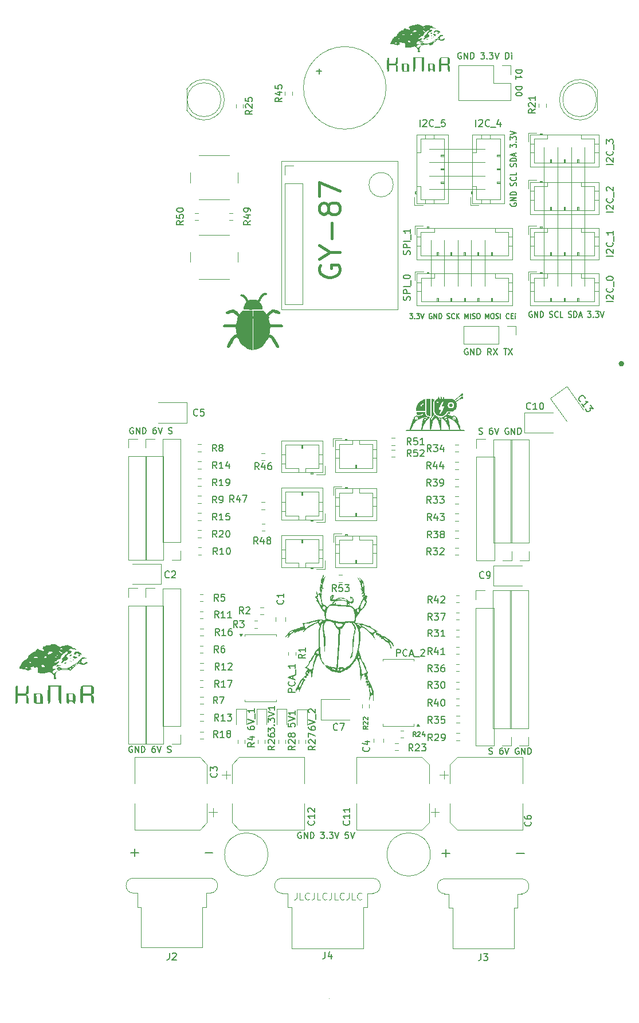
<source format=gbr>
%TF.GenerationSoftware,KiCad,Pcbnew,8.0.1*%
%TF.CreationDate,2024-08-17T14:41:16+02:00*%
%TF.ProjectId,robal_rpi_ioBoard,726f6261-6c5f-4727-9069-5f696f426f61,rev?*%
%TF.SameCoordinates,Original*%
%TF.FileFunction,Legend,Top*%
%TF.FilePolarity,Positive*%
%FSLAX46Y46*%
G04 Gerber Fmt 4.6, Leading zero omitted, Abs format (unit mm)*
G04 Created by KiCad (PCBNEW 8.0.1) date 2024-08-17 14:41:16*
%MOMM*%
%LPD*%
G01*
G04 APERTURE LIST*
%ADD10C,0.120000*%
%ADD11C,0.100000*%
%ADD12C,0.050000*%
%ADD13C,0.150000*%
%ADD14C,0.130000*%
%ADD15C,0.400000*%
%ADD16C,0.300000*%
%ADD17C,0.000000*%
G04 APERTURE END LIST*
D10*
X62202756Y-173671379D02*
X62202756Y-174385664D01*
X62202756Y-174385664D02*
X62155137Y-174528521D01*
X62155137Y-174528521D02*
X62059899Y-174623760D01*
X62059899Y-174623760D02*
X61917042Y-174671379D01*
X61917042Y-174671379D02*
X61821804Y-174671379D01*
X63155137Y-174671379D02*
X62678947Y-174671379D01*
X62678947Y-174671379D02*
X62678947Y-173671379D01*
X64059899Y-174576140D02*
X64012280Y-174623760D01*
X64012280Y-174623760D02*
X63869423Y-174671379D01*
X63869423Y-174671379D02*
X63774185Y-174671379D01*
X63774185Y-174671379D02*
X63631328Y-174623760D01*
X63631328Y-174623760D02*
X63536090Y-174528521D01*
X63536090Y-174528521D02*
X63488471Y-174433283D01*
X63488471Y-174433283D02*
X63440852Y-174242807D01*
X63440852Y-174242807D02*
X63440852Y-174099950D01*
X63440852Y-174099950D02*
X63488471Y-173909474D01*
X63488471Y-173909474D02*
X63536090Y-173814236D01*
X63536090Y-173814236D02*
X63631328Y-173718998D01*
X63631328Y-173718998D02*
X63774185Y-173671379D01*
X63774185Y-173671379D02*
X63869423Y-173671379D01*
X63869423Y-173671379D02*
X64012280Y-173718998D01*
X64012280Y-173718998D02*
X64059899Y-173766617D01*
X64774185Y-173671379D02*
X64774185Y-174385664D01*
X64774185Y-174385664D02*
X64726566Y-174528521D01*
X64726566Y-174528521D02*
X64631328Y-174623760D01*
X64631328Y-174623760D02*
X64488471Y-174671379D01*
X64488471Y-174671379D02*
X64393233Y-174671379D01*
X65726566Y-174671379D02*
X65250376Y-174671379D01*
X65250376Y-174671379D02*
X65250376Y-173671379D01*
X66631328Y-174576140D02*
X66583709Y-174623760D01*
X66583709Y-174623760D02*
X66440852Y-174671379D01*
X66440852Y-174671379D02*
X66345614Y-174671379D01*
X66345614Y-174671379D02*
X66202757Y-174623760D01*
X66202757Y-174623760D02*
X66107519Y-174528521D01*
X66107519Y-174528521D02*
X66059900Y-174433283D01*
X66059900Y-174433283D02*
X66012281Y-174242807D01*
X66012281Y-174242807D02*
X66012281Y-174099950D01*
X66012281Y-174099950D02*
X66059900Y-173909474D01*
X66059900Y-173909474D02*
X66107519Y-173814236D01*
X66107519Y-173814236D02*
X66202757Y-173718998D01*
X66202757Y-173718998D02*
X66345614Y-173671379D01*
X66345614Y-173671379D02*
X66440852Y-173671379D01*
X66440852Y-173671379D02*
X66583709Y-173718998D01*
X66583709Y-173718998D02*
X66631328Y-173766617D01*
X67345614Y-173671379D02*
X67345614Y-174385664D01*
X67345614Y-174385664D02*
X67297995Y-174528521D01*
X67297995Y-174528521D02*
X67202757Y-174623760D01*
X67202757Y-174623760D02*
X67059900Y-174671379D01*
X67059900Y-174671379D02*
X66964662Y-174671379D01*
X68297995Y-174671379D02*
X67821805Y-174671379D01*
X67821805Y-174671379D02*
X67821805Y-173671379D01*
X69202757Y-174576140D02*
X69155138Y-174623760D01*
X69155138Y-174623760D02*
X69012281Y-174671379D01*
X69012281Y-174671379D02*
X68917043Y-174671379D01*
X68917043Y-174671379D02*
X68774186Y-174623760D01*
X68774186Y-174623760D02*
X68678948Y-174528521D01*
X68678948Y-174528521D02*
X68631329Y-174433283D01*
X68631329Y-174433283D02*
X68583710Y-174242807D01*
X68583710Y-174242807D02*
X68583710Y-174099950D01*
X68583710Y-174099950D02*
X68631329Y-173909474D01*
X68631329Y-173909474D02*
X68678948Y-173814236D01*
X68678948Y-173814236D02*
X68774186Y-173718998D01*
X68774186Y-173718998D02*
X68917043Y-173671379D01*
X68917043Y-173671379D02*
X69012281Y-173671379D01*
X69012281Y-173671379D02*
X69155138Y-173718998D01*
X69155138Y-173718998D02*
X69202757Y-173766617D01*
X69917043Y-173671379D02*
X69917043Y-174385664D01*
X69917043Y-174385664D02*
X69869424Y-174528521D01*
X69869424Y-174528521D02*
X69774186Y-174623760D01*
X69774186Y-174623760D02*
X69631329Y-174671379D01*
X69631329Y-174671379D02*
X69536091Y-174671379D01*
X70869424Y-174671379D02*
X70393234Y-174671379D01*
X70393234Y-174671379D02*
X70393234Y-173671379D01*
X71774186Y-174576140D02*
X71726567Y-174623760D01*
X71726567Y-174623760D02*
X71583710Y-174671379D01*
X71583710Y-174671379D02*
X71488472Y-174671379D01*
X71488472Y-174671379D02*
X71345615Y-174623760D01*
X71345615Y-174623760D02*
X71250377Y-174528521D01*
X71250377Y-174528521D02*
X71202758Y-174433283D01*
X71202758Y-174433283D02*
X71155139Y-174242807D01*
X71155139Y-174242807D02*
X71155139Y-174099950D01*
X71155139Y-174099950D02*
X71202758Y-173909474D01*
X71202758Y-173909474D02*
X71250377Y-173814236D01*
X71250377Y-173814236D02*
X71345615Y-173718998D01*
X71345615Y-173718998D02*
X71488472Y-173671379D01*
X71488472Y-173671379D02*
X71583710Y-173671379D01*
X71583710Y-173671379D02*
X71726567Y-173718998D01*
X71726567Y-173718998D02*
X71774186Y-173766617D01*
D11*
X86000000Y-84000000D02*
X86000000Y-77250000D01*
D12*
X57950000Y-168000000D02*
G75*
G02*
X51550000Y-168000000I-3200000J0D01*
G01*
X51550000Y-168000000D02*
G75*
G02*
X57950000Y-168000000I3200000J0D01*
G01*
D11*
X90000000Y-84000000D02*
X90000000Y-77250000D01*
X81750000Y-69750000D02*
X90000000Y-69750000D01*
X98750000Y-63500000D02*
X98750000Y-84000000D01*
X90000000Y-67750000D02*
X81750000Y-67750000D01*
X100750000Y-84000000D02*
X100750000Y-63500000D01*
X88000000Y-77250000D02*
X88000000Y-84000000D01*
X104750000Y-84000000D02*
X104750000Y-63500000D01*
X82000000Y-84000000D02*
X82000000Y-77250000D01*
X67000000Y-189250000D02*
X67000000Y-189250000D01*
X81750000Y-65750000D02*
X90000000Y-65750000D01*
D12*
X81950000Y-168000000D02*
G75*
G02*
X75550000Y-168000000I-3200000J0D01*
G01*
X75550000Y-168000000D02*
G75*
G02*
X81950000Y-168000000I3200000J0D01*
G01*
D11*
X84000000Y-77250000D02*
X84000000Y-84000000D01*
X102750000Y-63500000D02*
X102750000Y-84000000D01*
X90000000Y-63750000D02*
X81750000Y-63750000D01*
D13*
X78907200Y-86130951D02*
X78954819Y-85988094D01*
X78954819Y-85988094D02*
X78954819Y-85749999D01*
X78954819Y-85749999D02*
X78907200Y-85654761D01*
X78907200Y-85654761D02*
X78859580Y-85607142D01*
X78859580Y-85607142D02*
X78764342Y-85559523D01*
X78764342Y-85559523D02*
X78669104Y-85559523D01*
X78669104Y-85559523D02*
X78573866Y-85607142D01*
X78573866Y-85607142D02*
X78526247Y-85654761D01*
X78526247Y-85654761D02*
X78478628Y-85749999D01*
X78478628Y-85749999D02*
X78431009Y-85940475D01*
X78431009Y-85940475D02*
X78383390Y-86035713D01*
X78383390Y-86035713D02*
X78335771Y-86083332D01*
X78335771Y-86083332D02*
X78240533Y-86130951D01*
X78240533Y-86130951D02*
X78145295Y-86130951D01*
X78145295Y-86130951D02*
X78050057Y-86083332D01*
X78050057Y-86083332D02*
X78002438Y-86035713D01*
X78002438Y-86035713D02*
X77954819Y-85940475D01*
X77954819Y-85940475D02*
X77954819Y-85702380D01*
X77954819Y-85702380D02*
X78002438Y-85559523D01*
X78954819Y-85130951D02*
X77954819Y-85130951D01*
X77954819Y-85130951D02*
X77954819Y-84749999D01*
X77954819Y-84749999D02*
X78002438Y-84654761D01*
X78002438Y-84654761D02*
X78050057Y-84607142D01*
X78050057Y-84607142D02*
X78145295Y-84559523D01*
X78145295Y-84559523D02*
X78288152Y-84559523D01*
X78288152Y-84559523D02*
X78383390Y-84607142D01*
X78383390Y-84607142D02*
X78431009Y-84654761D01*
X78431009Y-84654761D02*
X78478628Y-84749999D01*
X78478628Y-84749999D02*
X78478628Y-85130951D01*
X78954819Y-84130951D02*
X77954819Y-84130951D01*
X79050057Y-83892857D02*
X79050057Y-83130952D01*
X77954819Y-82702380D02*
X77954819Y-82607142D01*
X77954819Y-82607142D02*
X78002438Y-82511904D01*
X78002438Y-82511904D02*
X78050057Y-82464285D01*
X78050057Y-82464285D02*
X78145295Y-82416666D01*
X78145295Y-82416666D02*
X78335771Y-82369047D01*
X78335771Y-82369047D02*
X78573866Y-82369047D01*
X78573866Y-82369047D02*
X78764342Y-82416666D01*
X78764342Y-82416666D02*
X78859580Y-82464285D01*
X78859580Y-82464285D02*
X78907200Y-82511904D01*
X78907200Y-82511904D02*
X78954819Y-82607142D01*
X78954819Y-82607142D02*
X78954819Y-82702380D01*
X78954819Y-82702380D02*
X78907200Y-82797618D01*
X78907200Y-82797618D02*
X78859580Y-82845237D01*
X78859580Y-82845237D02*
X78764342Y-82892856D01*
X78764342Y-82892856D02*
X78573866Y-82940475D01*
X78573866Y-82940475D02*
X78335771Y-82940475D01*
X78335771Y-82940475D02*
X78145295Y-82892856D01*
X78145295Y-82892856D02*
X78050057Y-82845237D01*
X78050057Y-82845237D02*
X78002438Y-82797618D01*
X78002438Y-82797618D02*
X77954819Y-82702380D01*
D14*
X37898913Y-152073500D02*
X37813199Y-152030643D01*
X37813199Y-152030643D02*
X37684627Y-152030643D01*
X37684627Y-152030643D02*
X37556056Y-152073500D01*
X37556056Y-152073500D02*
X37470341Y-152159214D01*
X37470341Y-152159214D02*
X37427484Y-152244928D01*
X37427484Y-152244928D02*
X37384627Y-152416357D01*
X37384627Y-152416357D02*
X37384627Y-152544928D01*
X37384627Y-152544928D02*
X37427484Y-152716357D01*
X37427484Y-152716357D02*
X37470341Y-152802071D01*
X37470341Y-152802071D02*
X37556056Y-152887786D01*
X37556056Y-152887786D02*
X37684627Y-152930643D01*
X37684627Y-152930643D02*
X37770341Y-152930643D01*
X37770341Y-152930643D02*
X37898913Y-152887786D01*
X37898913Y-152887786D02*
X37941770Y-152844928D01*
X37941770Y-152844928D02*
X37941770Y-152544928D01*
X37941770Y-152544928D02*
X37770341Y-152544928D01*
X38327484Y-152930643D02*
X38327484Y-152030643D01*
X38327484Y-152030643D02*
X38841770Y-152930643D01*
X38841770Y-152930643D02*
X38841770Y-152030643D01*
X39270341Y-152930643D02*
X39270341Y-152030643D01*
X39270341Y-152030643D02*
X39484627Y-152030643D01*
X39484627Y-152030643D02*
X39613198Y-152073500D01*
X39613198Y-152073500D02*
X39698913Y-152159214D01*
X39698913Y-152159214D02*
X39741770Y-152244928D01*
X39741770Y-152244928D02*
X39784627Y-152416357D01*
X39784627Y-152416357D02*
X39784627Y-152544928D01*
X39784627Y-152544928D02*
X39741770Y-152716357D01*
X39741770Y-152716357D02*
X39698913Y-152802071D01*
X39698913Y-152802071D02*
X39613198Y-152887786D01*
X39613198Y-152887786D02*
X39484627Y-152930643D01*
X39484627Y-152930643D02*
X39270341Y-152930643D01*
X41241770Y-152030643D02*
X41070341Y-152030643D01*
X41070341Y-152030643D02*
X40984627Y-152073500D01*
X40984627Y-152073500D02*
X40941770Y-152116357D01*
X40941770Y-152116357D02*
X40856055Y-152244928D01*
X40856055Y-152244928D02*
X40813198Y-152416357D01*
X40813198Y-152416357D02*
X40813198Y-152759214D01*
X40813198Y-152759214D02*
X40856055Y-152844928D01*
X40856055Y-152844928D02*
X40898912Y-152887786D01*
X40898912Y-152887786D02*
X40984627Y-152930643D01*
X40984627Y-152930643D02*
X41156055Y-152930643D01*
X41156055Y-152930643D02*
X41241770Y-152887786D01*
X41241770Y-152887786D02*
X41284627Y-152844928D01*
X41284627Y-152844928D02*
X41327484Y-152759214D01*
X41327484Y-152759214D02*
X41327484Y-152544928D01*
X41327484Y-152544928D02*
X41284627Y-152459214D01*
X41284627Y-152459214D02*
X41241770Y-152416357D01*
X41241770Y-152416357D02*
X41156055Y-152373500D01*
X41156055Y-152373500D02*
X40984627Y-152373500D01*
X40984627Y-152373500D02*
X40898912Y-152416357D01*
X40898912Y-152416357D02*
X40856055Y-152459214D01*
X40856055Y-152459214D02*
X40813198Y-152544928D01*
X41584627Y-152030643D02*
X41884627Y-152930643D01*
X41884627Y-152930643D02*
X42184627Y-152030643D01*
X43127484Y-152887786D02*
X43256056Y-152930643D01*
X43256056Y-152930643D02*
X43470341Y-152930643D01*
X43470341Y-152930643D02*
X43556056Y-152887786D01*
X43556056Y-152887786D02*
X43598913Y-152844928D01*
X43598913Y-152844928D02*
X43641770Y-152759214D01*
X43641770Y-152759214D02*
X43641770Y-152673500D01*
X43641770Y-152673500D02*
X43598913Y-152587786D01*
X43598913Y-152587786D02*
X43556056Y-152544928D01*
X43556056Y-152544928D02*
X43470341Y-152502071D01*
X43470341Y-152502071D02*
X43298913Y-152459214D01*
X43298913Y-152459214D02*
X43213198Y-152416357D01*
X43213198Y-152416357D02*
X43170341Y-152373500D01*
X43170341Y-152373500D02*
X43127484Y-152287786D01*
X43127484Y-152287786D02*
X43127484Y-152202071D01*
X43127484Y-152202071D02*
X43170341Y-152116357D01*
X43170341Y-152116357D02*
X43213198Y-152073500D01*
X43213198Y-152073500D02*
X43298913Y-152030643D01*
X43298913Y-152030643D02*
X43513198Y-152030643D01*
X43513198Y-152030643D02*
X43641770Y-152073500D01*
D13*
X108954819Y-79583332D02*
X107954819Y-79583332D01*
X108050057Y-79154761D02*
X108002438Y-79107142D01*
X108002438Y-79107142D02*
X107954819Y-79011904D01*
X107954819Y-79011904D02*
X107954819Y-78773809D01*
X107954819Y-78773809D02*
X108002438Y-78678571D01*
X108002438Y-78678571D02*
X108050057Y-78630952D01*
X108050057Y-78630952D02*
X108145295Y-78583333D01*
X108145295Y-78583333D02*
X108240533Y-78583333D01*
X108240533Y-78583333D02*
X108383390Y-78630952D01*
X108383390Y-78630952D02*
X108954819Y-79202380D01*
X108954819Y-79202380D02*
X108954819Y-78583333D01*
X108859580Y-77583333D02*
X108907200Y-77630952D01*
X108907200Y-77630952D02*
X108954819Y-77773809D01*
X108954819Y-77773809D02*
X108954819Y-77869047D01*
X108954819Y-77869047D02*
X108907200Y-78011904D01*
X108907200Y-78011904D02*
X108811961Y-78107142D01*
X108811961Y-78107142D02*
X108716723Y-78154761D01*
X108716723Y-78154761D02*
X108526247Y-78202380D01*
X108526247Y-78202380D02*
X108383390Y-78202380D01*
X108383390Y-78202380D02*
X108192914Y-78154761D01*
X108192914Y-78154761D02*
X108097676Y-78107142D01*
X108097676Y-78107142D02*
X108002438Y-78011904D01*
X108002438Y-78011904D02*
X107954819Y-77869047D01*
X107954819Y-77869047D02*
X107954819Y-77773809D01*
X107954819Y-77773809D02*
X108002438Y-77630952D01*
X108002438Y-77630952D02*
X108050057Y-77583333D01*
X109050057Y-77392857D02*
X109050057Y-76630952D01*
X108954819Y-75869047D02*
X108954819Y-76440475D01*
X108954819Y-76154761D02*
X107954819Y-76154761D01*
X107954819Y-76154761D02*
X108097676Y-76249999D01*
X108097676Y-76249999D02*
X108192914Y-76345237D01*
X108192914Y-76345237D02*
X108240533Y-76440475D01*
D14*
X38054253Y-104998523D02*
X37968539Y-104955666D01*
X37968539Y-104955666D02*
X37839967Y-104955666D01*
X37839967Y-104955666D02*
X37711396Y-104998523D01*
X37711396Y-104998523D02*
X37625681Y-105084237D01*
X37625681Y-105084237D02*
X37582824Y-105169951D01*
X37582824Y-105169951D02*
X37539967Y-105341380D01*
X37539967Y-105341380D02*
X37539967Y-105469951D01*
X37539967Y-105469951D02*
X37582824Y-105641380D01*
X37582824Y-105641380D02*
X37625681Y-105727094D01*
X37625681Y-105727094D02*
X37711396Y-105812809D01*
X37711396Y-105812809D02*
X37839967Y-105855666D01*
X37839967Y-105855666D02*
X37925681Y-105855666D01*
X37925681Y-105855666D02*
X38054253Y-105812809D01*
X38054253Y-105812809D02*
X38097110Y-105769951D01*
X38097110Y-105769951D02*
X38097110Y-105469951D01*
X38097110Y-105469951D02*
X37925681Y-105469951D01*
X38482824Y-105855666D02*
X38482824Y-104955666D01*
X38482824Y-104955666D02*
X38997110Y-105855666D01*
X38997110Y-105855666D02*
X38997110Y-104955666D01*
X39425681Y-105855666D02*
X39425681Y-104955666D01*
X39425681Y-104955666D02*
X39639967Y-104955666D01*
X39639967Y-104955666D02*
X39768538Y-104998523D01*
X39768538Y-104998523D02*
X39854253Y-105084237D01*
X39854253Y-105084237D02*
X39897110Y-105169951D01*
X39897110Y-105169951D02*
X39939967Y-105341380D01*
X39939967Y-105341380D02*
X39939967Y-105469951D01*
X39939967Y-105469951D02*
X39897110Y-105641380D01*
X39897110Y-105641380D02*
X39854253Y-105727094D01*
X39854253Y-105727094D02*
X39768538Y-105812809D01*
X39768538Y-105812809D02*
X39639967Y-105855666D01*
X39639967Y-105855666D02*
X39425681Y-105855666D01*
X41397110Y-104955666D02*
X41225681Y-104955666D01*
X41225681Y-104955666D02*
X41139967Y-104998523D01*
X41139967Y-104998523D02*
X41097110Y-105041380D01*
X41097110Y-105041380D02*
X41011395Y-105169951D01*
X41011395Y-105169951D02*
X40968538Y-105341380D01*
X40968538Y-105341380D02*
X40968538Y-105684237D01*
X40968538Y-105684237D02*
X41011395Y-105769951D01*
X41011395Y-105769951D02*
X41054252Y-105812809D01*
X41054252Y-105812809D02*
X41139967Y-105855666D01*
X41139967Y-105855666D02*
X41311395Y-105855666D01*
X41311395Y-105855666D02*
X41397110Y-105812809D01*
X41397110Y-105812809D02*
X41439967Y-105769951D01*
X41439967Y-105769951D02*
X41482824Y-105684237D01*
X41482824Y-105684237D02*
X41482824Y-105469951D01*
X41482824Y-105469951D02*
X41439967Y-105384237D01*
X41439967Y-105384237D02*
X41397110Y-105341380D01*
X41397110Y-105341380D02*
X41311395Y-105298523D01*
X41311395Y-105298523D02*
X41139967Y-105298523D01*
X41139967Y-105298523D02*
X41054252Y-105341380D01*
X41054252Y-105341380D02*
X41011395Y-105384237D01*
X41011395Y-105384237D02*
X40968538Y-105469951D01*
X41739967Y-104955666D02*
X42039967Y-105855666D01*
X42039967Y-105855666D02*
X42339967Y-104955666D01*
X43282824Y-105812809D02*
X43411396Y-105855666D01*
X43411396Y-105855666D02*
X43625681Y-105855666D01*
X43625681Y-105855666D02*
X43711396Y-105812809D01*
X43711396Y-105812809D02*
X43754253Y-105769951D01*
X43754253Y-105769951D02*
X43797110Y-105684237D01*
X43797110Y-105684237D02*
X43797110Y-105598523D01*
X43797110Y-105598523D02*
X43754253Y-105512809D01*
X43754253Y-105512809D02*
X43711396Y-105469951D01*
X43711396Y-105469951D02*
X43625681Y-105427094D01*
X43625681Y-105427094D02*
X43454253Y-105384237D01*
X43454253Y-105384237D02*
X43368538Y-105341380D01*
X43368538Y-105341380D02*
X43325681Y-105298523D01*
X43325681Y-105298523D02*
X43282824Y-105212809D01*
X43282824Y-105212809D02*
X43282824Y-105127094D01*
X43282824Y-105127094D02*
X43325681Y-105041380D01*
X43325681Y-105041380D02*
X43368538Y-104998523D01*
X43368538Y-104998523D02*
X43454253Y-104955666D01*
X43454253Y-104955666D02*
X43668538Y-104955666D01*
X43668538Y-104955666D02*
X43797110Y-104998523D01*
D13*
X80416667Y-60454819D02*
X80416667Y-59454819D01*
X80845238Y-59550057D02*
X80892857Y-59502438D01*
X80892857Y-59502438D02*
X80988095Y-59454819D01*
X80988095Y-59454819D02*
X81226190Y-59454819D01*
X81226190Y-59454819D02*
X81321428Y-59502438D01*
X81321428Y-59502438D02*
X81369047Y-59550057D01*
X81369047Y-59550057D02*
X81416666Y-59645295D01*
X81416666Y-59645295D02*
X81416666Y-59740533D01*
X81416666Y-59740533D02*
X81369047Y-59883390D01*
X81369047Y-59883390D02*
X80797619Y-60454819D01*
X80797619Y-60454819D02*
X81416666Y-60454819D01*
X82416666Y-60359580D02*
X82369047Y-60407200D01*
X82369047Y-60407200D02*
X82226190Y-60454819D01*
X82226190Y-60454819D02*
X82130952Y-60454819D01*
X82130952Y-60454819D02*
X81988095Y-60407200D01*
X81988095Y-60407200D02*
X81892857Y-60311961D01*
X81892857Y-60311961D02*
X81845238Y-60216723D01*
X81845238Y-60216723D02*
X81797619Y-60026247D01*
X81797619Y-60026247D02*
X81797619Y-59883390D01*
X81797619Y-59883390D02*
X81845238Y-59692914D01*
X81845238Y-59692914D02*
X81892857Y-59597676D01*
X81892857Y-59597676D02*
X81988095Y-59502438D01*
X81988095Y-59502438D02*
X82130952Y-59454819D01*
X82130952Y-59454819D02*
X82226190Y-59454819D01*
X82226190Y-59454819D02*
X82369047Y-59502438D01*
X82369047Y-59502438D02*
X82416666Y-59550057D01*
X82607143Y-60550057D02*
X83369047Y-60550057D01*
X84083333Y-59454819D02*
X83607143Y-59454819D01*
X83607143Y-59454819D02*
X83559524Y-59931009D01*
X83559524Y-59931009D02*
X83607143Y-59883390D01*
X83607143Y-59883390D02*
X83702381Y-59835771D01*
X83702381Y-59835771D02*
X83940476Y-59835771D01*
X83940476Y-59835771D02*
X84035714Y-59883390D01*
X84035714Y-59883390D02*
X84083333Y-59931009D01*
X84083333Y-59931009D02*
X84130952Y-60026247D01*
X84130952Y-60026247D02*
X84130952Y-60264342D01*
X84130952Y-60264342D02*
X84083333Y-60359580D01*
X84083333Y-60359580D02*
X84035714Y-60407200D01*
X84035714Y-60407200D02*
X83940476Y-60454819D01*
X83940476Y-60454819D02*
X83702381Y-60454819D01*
X83702381Y-60454819D02*
X83607143Y-60407200D01*
X83607143Y-60407200D02*
X83559524Y-60359580D01*
X108954819Y-73083332D02*
X107954819Y-73083332D01*
X108050057Y-72654761D02*
X108002438Y-72607142D01*
X108002438Y-72607142D02*
X107954819Y-72511904D01*
X107954819Y-72511904D02*
X107954819Y-72273809D01*
X107954819Y-72273809D02*
X108002438Y-72178571D01*
X108002438Y-72178571D02*
X108050057Y-72130952D01*
X108050057Y-72130952D02*
X108145295Y-72083333D01*
X108145295Y-72083333D02*
X108240533Y-72083333D01*
X108240533Y-72083333D02*
X108383390Y-72130952D01*
X108383390Y-72130952D02*
X108954819Y-72702380D01*
X108954819Y-72702380D02*
X108954819Y-72083333D01*
X108859580Y-71083333D02*
X108907200Y-71130952D01*
X108907200Y-71130952D02*
X108954819Y-71273809D01*
X108954819Y-71273809D02*
X108954819Y-71369047D01*
X108954819Y-71369047D02*
X108907200Y-71511904D01*
X108907200Y-71511904D02*
X108811961Y-71607142D01*
X108811961Y-71607142D02*
X108716723Y-71654761D01*
X108716723Y-71654761D02*
X108526247Y-71702380D01*
X108526247Y-71702380D02*
X108383390Y-71702380D01*
X108383390Y-71702380D02*
X108192914Y-71654761D01*
X108192914Y-71654761D02*
X108097676Y-71607142D01*
X108097676Y-71607142D02*
X108002438Y-71511904D01*
X108002438Y-71511904D02*
X107954819Y-71369047D01*
X107954819Y-71369047D02*
X107954819Y-71273809D01*
X107954819Y-71273809D02*
X108002438Y-71130952D01*
X108002438Y-71130952D02*
X108050057Y-71083333D01*
X109050057Y-70892857D02*
X109050057Y-70130952D01*
X108050057Y-69940475D02*
X108002438Y-69892856D01*
X108002438Y-69892856D02*
X107954819Y-69797618D01*
X107954819Y-69797618D02*
X107954819Y-69559523D01*
X107954819Y-69559523D02*
X108002438Y-69464285D01*
X108002438Y-69464285D02*
X108050057Y-69416666D01*
X108050057Y-69416666D02*
X108145295Y-69369047D01*
X108145295Y-69369047D02*
X108240533Y-69369047D01*
X108240533Y-69369047D02*
X108383390Y-69416666D01*
X108383390Y-69416666D02*
X108954819Y-69988094D01*
X108954819Y-69988094D02*
X108954819Y-69369047D01*
D14*
X86507143Y-49592454D02*
X86421429Y-49549597D01*
X86421429Y-49549597D02*
X86292857Y-49549597D01*
X86292857Y-49549597D02*
X86164286Y-49592454D01*
X86164286Y-49592454D02*
X86078571Y-49678168D01*
X86078571Y-49678168D02*
X86035714Y-49763882D01*
X86035714Y-49763882D02*
X85992857Y-49935311D01*
X85992857Y-49935311D02*
X85992857Y-50063882D01*
X85992857Y-50063882D02*
X86035714Y-50235311D01*
X86035714Y-50235311D02*
X86078571Y-50321025D01*
X86078571Y-50321025D02*
X86164286Y-50406740D01*
X86164286Y-50406740D02*
X86292857Y-50449597D01*
X86292857Y-50449597D02*
X86378571Y-50449597D01*
X86378571Y-50449597D02*
X86507143Y-50406740D01*
X86507143Y-50406740D02*
X86550000Y-50363882D01*
X86550000Y-50363882D02*
X86550000Y-50063882D01*
X86550000Y-50063882D02*
X86378571Y-50063882D01*
X86935714Y-50449597D02*
X86935714Y-49549597D01*
X86935714Y-49549597D02*
X87450000Y-50449597D01*
X87450000Y-50449597D02*
X87450000Y-49549597D01*
X87878571Y-50449597D02*
X87878571Y-49549597D01*
X87878571Y-49549597D02*
X88092857Y-49549597D01*
X88092857Y-49549597D02*
X88221428Y-49592454D01*
X88221428Y-49592454D02*
X88307143Y-49678168D01*
X88307143Y-49678168D02*
X88350000Y-49763882D01*
X88350000Y-49763882D02*
X88392857Y-49935311D01*
X88392857Y-49935311D02*
X88392857Y-50063882D01*
X88392857Y-50063882D02*
X88350000Y-50235311D01*
X88350000Y-50235311D02*
X88307143Y-50321025D01*
X88307143Y-50321025D02*
X88221428Y-50406740D01*
X88221428Y-50406740D02*
X88092857Y-50449597D01*
X88092857Y-50449597D02*
X87878571Y-50449597D01*
X89378571Y-49549597D02*
X89935714Y-49549597D01*
X89935714Y-49549597D02*
X89635714Y-49892454D01*
X89635714Y-49892454D02*
X89764285Y-49892454D01*
X89764285Y-49892454D02*
X89850000Y-49935311D01*
X89850000Y-49935311D02*
X89892857Y-49978168D01*
X89892857Y-49978168D02*
X89935714Y-50063882D01*
X89935714Y-50063882D02*
X89935714Y-50278168D01*
X89935714Y-50278168D02*
X89892857Y-50363882D01*
X89892857Y-50363882D02*
X89850000Y-50406740D01*
X89850000Y-50406740D02*
X89764285Y-50449597D01*
X89764285Y-50449597D02*
X89507142Y-50449597D01*
X89507142Y-50449597D02*
X89421428Y-50406740D01*
X89421428Y-50406740D02*
X89378571Y-50363882D01*
X90321428Y-50363882D02*
X90364285Y-50406740D01*
X90364285Y-50406740D02*
X90321428Y-50449597D01*
X90321428Y-50449597D02*
X90278571Y-50406740D01*
X90278571Y-50406740D02*
X90321428Y-50363882D01*
X90321428Y-50363882D02*
X90321428Y-50449597D01*
X90664285Y-49549597D02*
X91221428Y-49549597D01*
X91221428Y-49549597D02*
X90921428Y-49892454D01*
X90921428Y-49892454D02*
X91049999Y-49892454D01*
X91049999Y-49892454D02*
X91135714Y-49935311D01*
X91135714Y-49935311D02*
X91178571Y-49978168D01*
X91178571Y-49978168D02*
X91221428Y-50063882D01*
X91221428Y-50063882D02*
X91221428Y-50278168D01*
X91221428Y-50278168D02*
X91178571Y-50363882D01*
X91178571Y-50363882D02*
X91135714Y-50406740D01*
X91135714Y-50406740D02*
X91049999Y-50449597D01*
X91049999Y-50449597D02*
X90792856Y-50449597D01*
X90792856Y-50449597D02*
X90707142Y-50406740D01*
X90707142Y-50406740D02*
X90664285Y-50363882D01*
X91478571Y-49549597D02*
X91778571Y-50449597D01*
X91778571Y-50449597D02*
X92078571Y-49549597D01*
X93064285Y-50449597D02*
X93064285Y-49549597D01*
X93064285Y-49549597D02*
X93278571Y-49549597D01*
X93278571Y-49549597D02*
X93407142Y-49592454D01*
X93407142Y-49592454D02*
X93492857Y-49678168D01*
X93492857Y-49678168D02*
X93535714Y-49763882D01*
X93535714Y-49763882D02*
X93578571Y-49935311D01*
X93578571Y-49935311D02*
X93578571Y-50063882D01*
X93578571Y-50063882D02*
X93535714Y-50235311D01*
X93535714Y-50235311D02*
X93492857Y-50321025D01*
X93492857Y-50321025D02*
X93407142Y-50406740D01*
X93407142Y-50406740D02*
X93278571Y-50449597D01*
X93278571Y-50449597D02*
X93064285Y-50449597D01*
X93964285Y-50449597D02*
X93964285Y-49849597D01*
X93964285Y-49549597D02*
X93921428Y-49592454D01*
X93921428Y-49592454D02*
X93964285Y-49635311D01*
X93964285Y-49635311D02*
X94007142Y-49592454D01*
X94007142Y-49592454D02*
X93964285Y-49549597D01*
X93964285Y-49549597D02*
X93964285Y-49635311D01*
X94590402Y-52114285D02*
X95490402Y-52114285D01*
X95490402Y-52114285D02*
X95490402Y-52328571D01*
X95490402Y-52328571D02*
X95447545Y-52457142D01*
X95447545Y-52457142D02*
X95361831Y-52542857D01*
X95361831Y-52542857D02*
X95276117Y-52585714D01*
X95276117Y-52585714D02*
X95104688Y-52628571D01*
X95104688Y-52628571D02*
X94976117Y-52628571D01*
X94976117Y-52628571D02*
X94804688Y-52585714D01*
X94804688Y-52585714D02*
X94718974Y-52542857D01*
X94718974Y-52542857D02*
X94633260Y-52457142D01*
X94633260Y-52457142D02*
X94590402Y-52328571D01*
X94590402Y-52328571D02*
X94590402Y-52114285D01*
X94590402Y-53485714D02*
X94590402Y-52971428D01*
X94590402Y-53228571D02*
X95490402Y-53228571D01*
X95490402Y-53228571D02*
X95361831Y-53142857D01*
X95361831Y-53142857D02*
X95276117Y-53057142D01*
X95276117Y-53057142D02*
X95233260Y-52971428D01*
X94590402Y-54557142D02*
X95490402Y-54557142D01*
X95490402Y-54557142D02*
X95490402Y-54771428D01*
X95490402Y-54771428D02*
X95447545Y-54899999D01*
X95447545Y-54899999D02*
X95361831Y-54985714D01*
X95361831Y-54985714D02*
X95276117Y-55028571D01*
X95276117Y-55028571D02*
X95104688Y-55071428D01*
X95104688Y-55071428D02*
X94976117Y-55071428D01*
X94976117Y-55071428D02*
X94804688Y-55028571D01*
X94804688Y-55028571D02*
X94718974Y-54985714D01*
X94718974Y-54985714D02*
X94633260Y-54899999D01*
X94633260Y-54899999D02*
X94590402Y-54771428D01*
X94590402Y-54771428D02*
X94590402Y-54557142D01*
X95490402Y-55628571D02*
X95490402Y-55714285D01*
X95490402Y-55714285D02*
X95447545Y-55799999D01*
X95447545Y-55799999D02*
X95404688Y-55842857D01*
X95404688Y-55842857D02*
X95318974Y-55885714D01*
X95318974Y-55885714D02*
X95147545Y-55928571D01*
X95147545Y-55928571D02*
X94933260Y-55928571D01*
X94933260Y-55928571D02*
X94761831Y-55885714D01*
X94761831Y-55885714D02*
X94676117Y-55842857D01*
X94676117Y-55842857D02*
X94633260Y-55799999D01*
X94633260Y-55799999D02*
X94590402Y-55714285D01*
X94590402Y-55714285D02*
X94590402Y-55628571D01*
X94590402Y-55628571D02*
X94633260Y-55542857D01*
X94633260Y-55542857D02*
X94676117Y-55499999D01*
X94676117Y-55499999D02*
X94761831Y-55457142D01*
X94761831Y-55457142D02*
X94933260Y-55414285D01*
X94933260Y-55414285D02*
X95147545Y-55414285D01*
X95147545Y-55414285D02*
X95318974Y-55457142D01*
X95318974Y-55457142D02*
X95404688Y-55499999D01*
X95404688Y-55499999D02*
X95447545Y-55542857D01*
X95447545Y-55542857D02*
X95490402Y-55628571D01*
D13*
X78907200Y-79380951D02*
X78954819Y-79238094D01*
X78954819Y-79238094D02*
X78954819Y-78999999D01*
X78954819Y-78999999D02*
X78907200Y-78904761D01*
X78907200Y-78904761D02*
X78859580Y-78857142D01*
X78859580Y-78857142D02*
X78764342Y-78809523D01*
X78764342Y-78809523D02*
X78669104Y-78809523D01*
X78669104Y-78809523D02*
X78573866Y-78857142D01*
X78573866Y-78857142D02*
X78526247Y-78904761D01*
X78526247Y-78904761D02*
X78478628Y-78999999D01*
X78478628Y-78999999D02*
X78431009Y-79190475D01*
X78431009Y-79190475D02*
X78383390Y-79285713D01*
X78383390Y-79285713D02*
X78335771Y-79333332D01*
X78335771Y-79333332D02*
X78240533Y-79380951D01*
X78240533Y-79380951D02*
X78145295Y-79380951D01*
X78145295Y-79380951D02*
X78050057Y-79333332D01*
X78050057Y-79333332D02*
X78002438Y-79285713D01*
X78002438Y-79285713D02*
X77954819Y-79190475D01*
X77954819Y-79190475D02*
X77954819Y-78952380D01*
X77954819Y-78952380D02*
X78002438Y-78809523D01*
X78954819Y-78380951D02*
X77954819Y-78380951D01*
X77954819Y-78380951D02*
X77954819Y-77999999D01*
X77954819Y-77999999D02*
X78002438Y-77904761D01*
X78002438Y-77904761D02*
X78050057Y-77857142D01*
X78050057Y-77857142D02*
X78145295Y-77809523D01*
X78145295Y-77809523D02*
X78288152Y-77809523D01*
X78288152Y-77809523D02*
X78383390Y-77857142D01*
X78383390Y-77857142D02*
X78431009Y-77904761D01*
X78431009Y-77904761D02*
X78478628Y-77999999D01*
X78478628Y-77999999D02*
X78478628Y-78380951D01*
X78954819Y-77380951D02*
X77954819Y-77380951D01*
X79050057Y-77142857D02*
X79050057Y-76380952D01*
X78954819Y-75619047D02*
X78954819Y-76190475D01*
X78954819Y-75904761D02*
X77954819Y-75904761D01*
X77954819Y-75904761D02*
X78097676Y-75999999D01*
X78097676Y-75999999D02*
X78192914Y-76095237D01*
X78192914Y-76095237D02*
X78240533Y-76190475D01*
D14*
X93802454Y-71797619D02*
X93759597Y-71873809D01*
X93759597Y-71873809D02*
X93759597Y-71988095D01*
X93759597Y-71988095D02*
X93802454Y-72102381D01*
X93802454Y-72102381D02*
X93888168Y-72178571D01*
X93888168Y-72178571D02*
X93973882Y-72216666D01*
X93973882Y-72216666D02*
X94145311Y-72254762D01*
X94145311Y-72254762D02*
X94273882Y-72254762D01*
X94273882Y-72254762D02*
X94445311Y-72216666D01*
X94445311Y-72216666D02*
X94531025Y-72178571D01*
X94531025Y-72178571D02*
X94616740Y-72102381D01*
X94616740Y-72102381D02*
X94659597Y-71988095D01*
X94659597Y-71988095D02*
X94659597Y-71911904D01*
X94659597Y-71911904D02*
X94616740Y-71797619D01*
X94616740Y-71797619D02*
X94573882Y-71759523D01*
X94573882Y-71759523D02*
X94273882Y-71759523D01*
X94273882Y-71759523D02*
X94273882Y-71911904D01*
X94659597Y-71416666D02*
X93759597Y-71416666D01*
X93759597Y-71416666D02*
X94659597Y-70959523D01*
X94659597Y-70959523D02*
X93759597Y-70959523D01*
X94659597Y-70578571D02*
X93759597Y-70578571D01*
X93759597Y-70578571D02*
X93759597Y-70388095D01*
X93759597Y-70388095D02*
X93802454Y-70273809D01*
X93802454Y-70273809D02*
X93888168Y-70197619D01*
X93888168Y-70197619D02*
X93973882Y-70159524D01*
X93973882Y-70159524D02*
X94145311Y-70121428D01*
X94145311Y-70121428D02*
X94273882Y-70121428D01*
X94273882Y-70121428D02*
X94445311Y-70159524D01*
X94445311Y-70159524D02*
X94531025Y-70197619D01*
X94531025Y-70197619D02*
X94616740Y-70273809D01*
X94616740Y-70273809D02*
X94659597Y-70388095D01*
X94659597Y-70388095D02*
X94659597Y-70578571D01*
X94616740Y-69207143D02*
X94659597Y-69092857D01*
X94659597Y-69092857D02*
X94659597Y-68902381D01*
X94659597Y-68902381D02*
X94616740Y-68826190D01*
X94616740Y-68826190D02*
X94573882Y-68788095D01*
X94573882Y-68788095D02*
X94488168Y-68750000D01*
X94488168Y-68750000D02*
X94402454Y-68750000D01*
X94402454Y-68750000D02*
X94316740Y-68788095D01*
X94316740Y-68788095D02*
X94273882Y-68826190D01*
X94273882Y-68826190D02*
X94231025Y-68902381D01*
X94231025Y-68902381D02*
X94188168Y-69054762D01*
X94188168Y-69054762D02*
X94145311Y-69130952D01*
X94145311Y-69130952D02*
X94102454Y-69169047D01*
X94102454Y-69169047D02*
X94016740Y-69207143D01*
X94016740Y-69207143D02*
X93931025Y-69207143D01*
X93931025Y-69207143D02*
X93845311Y-69169047D01*
X93845311Y-69169047D02*
X93802454Y-69130952D01*
X93802454Y-69130952D02*
X93759597Y-69054762D01*
X93759597Y-69054762D02*
X93759597Y-68864285D01*
X93759597Y-68864285D02*
X93802454Y-68750000D01*
X94573882Y-67949999D02*
X94616740Y-67988095D01*
X94616740Y-67988095D02*
X94659597Y-68102380D01*
X94659597Y-68102380D02*
X94659597Y-68178571D01*
X94659597Y-68178571D02*
X94616740Y-68292857D01*
X94616740Y-68292857D02*
X94531025Y-68369047D01*
X94531025Y-68369047D02*
X94445311Y-68407142D01*
X94445311Y-68407142D02*
X94273882Y-68445238D01*
X94273882Y-68445238D02*
X94145311Y-68445238D01*
X94145311Y-68445238D02*
X93973882Y-68407142D01*
X93973882Y-68407142D02*
X93888168Y-68369047D01*
X93888168Y-68369047D02*
X93802454Y-68292857D01*
X93802454Y-68292857D02*
X93759597Y-68178571D01*
X93759597Y-68178571D02*
X93759597Y-68102380D01*
X93759597Y-68102380D02*
X93802454Y-67988095D01*
X93802454Y-67988095D02*
X93845311Y-67949999D01*
X94659597Y-67226190D02*
X94659597Y-67607142D01*
X94659597Y-67607142D02*
X93759597Y-67607142D01*
X94616740Y-66388095D02*
X94659597Y-66273809D01*
X94659597Y-66273809D02*
X94659597Y-66083333D01*
X94659597Y-66083333D02*
X94616740Y-66007142D01*
X94616740Y-66007142D02*
X94573882Y-65969047D01*
X94573882Y-65969047D02*
X94488168Y-65930952D01*
X94488168Y-65930952D02*
X94402454Y-65930952D01*
X94402454Y-65930952D02*
X94316740Y-65969047D01*
X94316740Y-65969047D02*
X94273882Y-66007142D01*
X94273882Y-66007142D02*
X94231025Y-66083333D01*
X94231025Y-66083333D02*
X94188168Y-66235714D01*
X94188168Y-66235714D02*
X94145311Y-66311904D01*
X94145311Y-66311904D02*
X94102454Y-66349999D01*
X94102454Y-66349999D02*
X94016740Y-66388095D01*
X94016740Y-66388095D02*
X93931025Y-66388095D01*
X93931025Y-66388095D02*
X93845311Y-66349999D01*
X93845311Y-66349999D02*
X93802454Y-66311904D01*
X93802454Y-66311904D02*
X93759597Y-66235714D01*
X93759597Y-66235714D02*
X93759597Y-66045237D01*
X93759597Y-66045237D02*
X93802454Y-65930952D01*
X94659597Y-65588094D02*
X93759597Y-65588094D01*
X93759597Y-65588094D02*
X93759597Y-65397618D01*
X93759597Y-65397618D02*
X93802454Y-65283332D01*
X93802454Y-65283332D02*
X93888168Y-65207142D01*
X93888168Y-65207142D02*
X93973882Y-65169047D01*
X93973882Y-65169047D02*
X94145311Y-65130951D01*
X94145311Y-65130951D02*
X94273882Y-65130951D01*
X94273882Y-65130951D02*
X94445311Y-65169047D01*
X94445311Y-65169047D02*
X94531025Y-65207142D01*
X94531025Y-65207142D02*
X94616740Y-65283332D01*
X94616740Y-65283332D02*
X94659597Y-65397618D01*
X94659597Y-65397618D02*
X94659597Y-65588094D01*
X94402454Y-64826190D02*
X94402454Y-64445237D01*
X94659597Y-64902380D02*
X93759597Y-64635713D01*
X93759597Y-64635713D02*
X94659597Y-64369047D01*
X93759597Y-63569047D02*
X93759597Y-63073809D01*
X93759597Y-63073809D02*
X94102454Y-63340475D01*
X94102454Y-63340475D02*
X94102454Y-63226190D01*
X94102454Y-63226190D02*
X94145311Y-63149999D01*
X94145311Y-63149999D02*
X94188168Y-63111904D01*
X94188168Y-63111904D02*
X94273882Y-63073809D01*
X94273882Y-63073809D02*
X94488168Y-63073809D01*
X94488168Y-63073809D02*
X94573882Y-63111904D01*
X94573882Y-63111904D02*
X94616740Y-63149999D01*
X94616740Y-63149999D02*
X94659597Y-63226190D01*
X94659597Y-63226190D02*
X94659597Y-63454761D01*
X94659597Y-63454761D02*
X94616740Y-63530952D01*
X94616740Y-63530952D02*
X94573882Y-63569047D01*
X94573882Y-62730951D02*
X94616740Y-62692856D01*
X94616740Y-62692856D02*
X94659597Y-62730951D01*
X94659597Y-62730951D02*
X94616740Y-62769047D01*
X94616740Y-62769047D02*
X94573882Y-62730951D01*
X94573882Y-62730951D02*
X94659597Y-62730951D01*
X93759597Y-62426190D02*
X93759597Y-61930952D01*
X93759597Y-61930952D02*
X94102454Y-62197618D01*
X94102454Y-62197618D02*
X94102454Y-62083333D01*
X94102454Y-62083333D02*
X94145311Y-62007142D01*
X94145311Y-62007142D02*
X94188168Y-61969047D01*
X94188168Y-61969047D02*
X94273882Y-61930952D01*
X94273882Y-61930952D02*
X94488168Y-61930952D01*
X94488168Y-61930952D02*
X94573882Y-61969047D01*
X94573882Y-61969047D02*
X94616740Y-62007142D01*
X94616740Y-62007142D02*
X94659597Y-62083333D01*
X94659597Y-62083333D02*
X94659597Y-62311904D01*
X94659597Y-62311904D02*
X94616740Y-62388095D01*
X94616740Y-62388095D02*
X94573882Y-62426190D01*
X93759597Y-61702380D02*
X94659597Y-61435713D01*
X94659597Y-61435713D02*
X93759597Y-61169047D01*
D13*
X108954819Y-86333332D02*
X107954819Y-86333332D01*
X108050057Y-85904761D02*
X108002438Y-85857142D01*
X108002438Y-85857142D02*
X107954819Y-85761904D01*
X107954819Y-85761904D02*
X107954819Y-85523809D01*
X107954819Y-85523809D02*
X108002438Y-85428571D01*
X108002438Y-85428571D02*
X108050057Y-85380952D01*
X108050057Y-85380952D02*
X108145295Y-85333333D01*
X108145295Y-85333333D02*
X108240533Y-85333333D01*
X108240533Y-85333333D02*
X108383390Y-85380952D01*
X108383390Y-85380952D02*
X108954819Y-85952380D01*
X108954819Y-85952380D02*
X108954819Y-85333333D01*
X108859580Y-84333333D02*
X108907200Y-84380952D01*
X108907200Y-84380952D02*
X108954819Y-84523809D01*
X108954819Y-84523809D02*
X108954819Y-84619047D01*
X108954819Y-84619047D02*
X108907200Y-84761904D01*
X108907200Y-84761904D02*
X108811961Y-84857142D01*
X108811961Y-84857142D02*
X108716723Y-84904761D01*
X108716723Y-84904761D02*
X108526247Y-84952380D01*
X108526247Y-84952380D02*
X108383390Y-84952380D01*
X108383390Y-84952380D02*
X108192914Y-84904761D01*
X108192914Y-84904761D02*
X108097676Y-84857142D01*
X108097676Y-84857142D02*
X108002438Y-84761904D01*
X108002438Y-84761904D02*
X107954819Y-84619047D01*
X107954819Y-84619047D02*
X107954819Y-84523809D01*
X107954819Y-84523809D02*
X108002438Y-84380952D01*
X108002438Y-84380952D02*
X108050057Y-84333333D01*
X109050057Y-84142857D02*
X109050057Y-83380952D01*
X107954819Y-82952380D02*
X107954819Y-82857142D01*
X107954819Y-82857142D02*
X108002438Y-82761904D01*
X108002438Y-82761904D02*
X108050057Y-82714285D01*
X108050057Y-82714285D02*
X108145295Y-82666666D01*
X108145295Y-82666666D02*
X108335771Y-82619047D01*
X108335771Y-82619047D02*
X108573866Y-82619047D01*
X108573866Y-82619047D02*
X108764342Y-82666666D01*
X108764342Y-82666666D02*
X108859580Y-82714285D01*
X108859580Y-82714285D02*
X108907200Y-82761904D01*
X108907200Y-82761904D02*
X108954819Y-82857142D01*
X108954819Y-82857142D02*
X108954819Y-82952380D01*
X108954819Y-82952380D02*
X108907200Y-83047618D01*
X108907200Y-83047618D02*
X108859580Y-83095237D01*
X108859580Y-83095237D02*
X108764342Y-83142856D01*
X108764342Y-83142856D02*
X108573866Y-83190475D01*
X108573866Y-83190475D02*
X108335771Y-83190475D01*
X108335771Y-83190475D02*
X108145295Y-83142856D01*
X108145295Y-83142856D02*
X108050057Y-83095237D01*
X108050057Y-83095237D02*
X108002438Y-83047618D01*
X108002438Y-83047618D02*
X107954819Y-82952380D01*
X108954819Y-66083332D02*
X107954819Y-66083332D01*
X108050057Y-65654761D02*
X108002438Y-65607142D01*
X108002438Y-65607142D02*
X107954819Y-65511904D01*
X107954819Y-65511904D02*
X107954819Y-65273809D01*
X107954819Y-65273809D02*
X108002438Y-65178571D01*
X108002438Y-65178571D02*
X108050057Y-65130952D01*
X108050057Y-65130952D02*
X108145295Y-65083333D01*
X108145295Y-65083333D02*
X108240533Y-65083333D01*
X108240533Y-65083333D02*
X108383390Y-65130952D01*
X108383390Y-65130952D02*
X108954819Y-65702380D01*
X108954819Y-65702380D02*
X108954819Y-65083333D01*
X108859580Y-64083333D02*
X108907200Y-64130952D01*
X108907200Y-64130952D02*
X108954819Y-64273809D01*
X108954819Y-64273809D02*
X108954819Y-64369047D01*
X108954819Y-64369047D02*
X108907200Y-64511904D01*
X108907200Y-64511904D02*
X108811961Y-64607142D01*
X108811961Y-64607142D02*
X108716723Y-64654761D01*
X108716723Y-64654761D02*
X108526247Y-64702380D01*
X108526247Y-64702380D02*
X108383390Y-64702380D01*
X108383390Y-64702380D02*
X108192914Y-64654761D01*
X108192914Y-64654761D02*
X108097676Y-64607142D01*
X108097676Y-64607142D02*
X108002438Y-64511904D01*
X108002438Y-64511904D02*
X107954819Y-64369047D01*
X107954819Y-64369047D02*
X107954819Y-64273809D01*
X107954819Y-64273809D02*
X108002438Y-64130952D01*
X108002438Y-64130952D02*
X108050057Y-64083333D01*
X109050057Y-63892857D02*
X109050057Y-63130952D01*
X107954819Y-62988094D02*
X107954819Y-62369047D01*
X107954819Y-62369047D02*
X108335771Y-62702380D01*
X108335771Y-62702380D02*
X108335771Y-62559523D01*
X108335771Y-62559523D02*
X108383390Y-62464285D01*
X108383390Y-62464285D02*
X108431009Y-62416666D01*
X108431009Y-62416666D02*
X108526247Y-62369047D01*
X108526247Y-62369047D02*
X108764342Y-62369047D01*
X108764342Y-62369047D02*
X108859580Y-62416666D01*
X108859580Y-62416666D02*
X108907200Y-62464285D01*
X108907200Y-62464285D02*
X108954819Y-62559523D01*
X108954819Y-62559523D02*
X108954819Y-62845237D01*
X108954819Y-62845237D02*
X108907200Y-62940475D01*
X108907200Y-62940475D02*
X108859580Y-62988094D01*
D14*
X62857143Y-164752454D02*
X62771429Y-164709597D01*
X62771429Y-164709597D02*
X62642857Y-164709597D01*
X62642857Y-164709597D02*
X62514286Y-164752454D01*
X62514286Y-164752454D02*
X62428571Y-164838168D01*
X62428571Y-164838168D02*
X62385714Y-164923882D01*
X62385714Y-164923882D02*
X62342857Y-165095311D01*
X62342857Y-165095311D02*
X62342857Y-165223882D01*
X62342857Y-165223882D02*
X62385714Y-165395311D01*
X62385714Y-165395311D02*
X62428571Y-165481025D01*
X62428571Y-165481025D02*
X62514286Y-165566740D01*
X62514286Y-165566740D02*
X62642857Y-165609597D01*
X62642857Y-165609597D02*
X62728571Y-165609597D01*
X62728571Y-165609597D02*
X62857143Y-165566740D01*
X62857143Y-165566740D02*
X62900000Y-165523882D01*
X62900000Y-165523882D02*
X62900000Y-165223882D01*
X62900000Y-165223882D02*
X62728571Y-165223882D01*
X63285714Y-165609597D02*
X63285714Y-164709597D01*
X63285714Y-164709597D02*
X63800000Y-165609597D01*
X63800000Y-165609597D02*
X63800000Y-164709597D01*
X64228571Y-165609597D02*
X64228571Y-164709597D01*
X64228571Y-164709597D02*
X64442857Y-164709597D01*
X64442857Y-164709597D02*
X64571428Y-164752454D01*
X64571428Y-164752454D02*
X64657143Y-164838168D01*
X64657143Y-164838168D02*
X64700000Y-164923882D01*
X64700000Y-164923882D02*
X64742857Y-165095311D01*
X64742857Y-165095311D02*
X64742857Y-165223882D01*
X64742857Y-165223882D02*
X64700000Y-165395311D01*
X64700000Y-165395311D02*
X64657143Y-165481025D01*
X64657143Y-165481025D02*
X64571428Y-165566740D01*
X64571428Y-165566740D02*
X64442857Y-165609597D01*
X64442857Y-165609597D02*
X64228571Y-165609597D01*
X65728571Y-164709597D02*
X66285714Y-164709597D01*
X66285714Y-164709597D02*
X65985714Y-165052454D01*
X65985714Y-165052454D02*
X66114285Y-165052454D01*
X66114285Y-165052454D02*
X66200000Y-165095311D01*
X66200000Y-165095311D02*
X66242857Y-165138168D01*
X66242857Y-165138168D02*
X66285714Y-165223882D01*
X66285714Y-165223882D02*
X66285714Y-165438168D01*
X66285714Y-165438168D02*
X66242857Y-165523882D01*
X66242857Y-165523882D02*
X66200000Y-165566740D01*
X66200000Y-165566740D02*
X66114285Y-165609597D01*
X66114285Y-165609597D02*
X65857142Y-165609597D01*
X65857142Y-165609597D02*
X65771428Y-165566740D01*
X65771428Y-165566740D02*
X65728571Y-165523882D01*
X66671428Y-165523882D02*
X66714285Y-165566740D01*
X66714285Y-165566740D02*
X66671428Y-165609597D01*
X66671428Y-165609597D02*
X66628571Y-165566740D01*
X66628571Y-165566740D02*
X66671428Y-165523882D01*
X66671428Y-165523882D02*
X66671428Y-165609597D01*
X67014285Y-164709597D02*
X67571428Y-164709597D01*
X67571428Y-164709597D02*
X67271428Y-165052454D01*
X67271428Y-165052454D02*
X67399999Y-165052454D01*
X67399999Y-165052454D02*
X67485714Y-165095311D01*
X67485714Y-165095311D02*
X67528571Y-165138168D01*
X67528571Y-165138168D02*
X67571428Y-165223882D01*
X67571428Y-165223882D02*
X67571428Y-165438168D01*
X67571428Y-165438168D02*
X67528571Y-165523882D01*
X67528571Y-165523882D02*
X67485714Y-165566740D01*
X67485714Y-165566740D02*
X67399999Y-165609597D01*
X67399999Y-165609597D02*
X67142856Y-165609597D01*
X67142856Y-165609597D02*
X67057142Y-165566740D01*
X67057142Y-165566740D02*
X67014285Y-165523882D01*
X67828571Y-164709597D02*
X68128571Y-165609597D01*
X68128571Y-165609597D02*
X68428571Y-164709597D01*
X69842857Y-164709597D02*
X69414285Y-164709597D01*
X69414285Y-164709597D02*
X69371428Y-165138168D01*
X69371428Y-165138168D02*
X69414285Y-165095311D01*
X69414285Y-165095311D02*
X69500000Y-165052454D01*
X69500000Y-165052454D02*
X69714285Y-165052454D01*
X69714285Y-165052454D02*
X69800000Y-165095311D01*
X69800000Y-165095311D02*
X69842857Y-165138168D01*
X69842857Y-165138168D02*
X69885714Y-165223882D01*
X69885714Y-165223882D02*
X69885714Y-165438168D01*
X69885714Y-165438168D02*
X69842857Y-165523882D01*
X69842857Y-165523882D02*
X69800000Y-165566740D01*
X69800000Y-165566740D02*
X69714285Y-165609597D01*
X69714285Y-165609597D02*
X69500000Y-165609597D01*
X69500000Y-165609597D02*
X69414285Y-165566740D01*
X69414285Y-165566740D02*
X69371428Y-165523882D01*
X70142857Y-164709597D02*
X70442857Y-165609597D01*
X70442857Y-165609597D02*
X70742857Y-164709597D01*
X96952380Y-87802454D02*
X96876190Y-87759597D01*
X96876190Y-87759597D02*
X96761904Y-87759597D01*
X96761904Y-87759597D02*
X96647618Y-87802454D01*
X96647618Y-87802454D02*
X96571428Y-87888168D01*
X96571428Y-87888168D02*
X96533333Y-87973882D01*
X96533333Y-87973882D02*
X96495237Y-88145311D01*
X96495237Y-88145311D02*
X96495237Y-88273882D01*
X96495237Y-88273882D02*
X96533333Y-88445311D01*
X96533333Y-88445311D02*
X96571428Y-88531025D01*
X96571428Y-88531025D02*
X96647618Y-88616740D01*
X96647618Y-88616740D02*
X96761904Y-88659597D01*
X96761904Y-88659597D02*
X96838095Y-88659597D01*
X96838095Y-88659597D02*
X96952380Y-88616740D01*
X96952380Y-88616740D02*
X96990476Y-88573882D01*
X96990476Y-88573882D02*
X96990476Y-88273882D01*
X96990476Y-88273882D02*
X96838095Y-88273882D01*
X97333333Y-88659597D02*
X97333333Y-87759597D01*
X97333333Y-87759597D02*
X97790476Y-88659597D01*
X97790476Y-88659597D02*
X97790476Y-87759597D01*
X98171428Y-88659597D02*
X98171428Y-87759597D01*
X98171428Y-87759597D02*
X98361904Y-87759597D01*
X98361904Y-87759597D02*
X98476190Y-87802454D01*
X98476190Y-87802454D02*
X98552380Y-87888168D01*
X98552380Y-87888168D02*
X98590475Y-87973882D01*
X98590475Y-87973882D02*
X98628571Y-88145311D01*
X98628571Y-88145311D02*
X98628571Y-88273882D01*
X98628571Y-88273882D02*
X98590475Y-88445311D01*
X98590475Y-88445311D02*
X98552380Y-88531025D01*
X98552380Y-88531025D02*
X98476190Y-88616740D01*
X98476190Y-88616740D02*
X98361904Y-88659597D01*
X98361904Y-88659597D02*
X98171428Y-88659597D01*
X99542856Y-88616740D02*
X99657142Y-88659597D01*
X99657142Y-88659597D02*
X99847618Y-88659597D01*
X99847618Y-88659597D02*
X99923809Y-88616740D01*
X99923809Y-88616740D02*
X99961904Y-88573882D01*
X99961904Y-88573882D02*
X99999999Y-88488168D01*
X99999999Y-88488168D02*
X99999999Y-88402454D01*
X99999999Y-88402454D02*
X99961904Y-88316740D01*
X99961904Y-88316740D02*
X99923809Y-88273882D01*
X99923809Y-88273882D02*
X99847618Y-88231025D01*
X99847618Y-88231025D02*
X99695237Y-88188168D01*
X99695237Y-88188168D02*
X99619047Y-88145311D01*
X99619047Y-88145311D02*
X99580952Y-88102454D01*
X99580952Y-88102454D02*
X99542856Y-88016740D01*
X99542856Y-88016740D02*
X99542856Y-87931025D01*
X99542856Y-87931025D02*
X99580952Y-87845311D01*
X99580952Y-87845311D02*
X99619047Y-87802454D01*
X99619047Y-87802454D02*
X99695237Y-87759597D01*
X99695237Y-87759597D02*
X99885714Y-87759597D01*
X99885714Y-87759597D02*
X99999999Y-87802454D01*
X100800000Y-88573882D02*
X100761904Y-88616740D01*
X100761904Y-88616740D02*
X100647619Y-88659597D01*
X100647619Y-88659597D02*
X100571428Y-88659597D01*
X100571428Y-88659597D02*
X100457142Y-88616740D01*
X100457142Y-88616740D02*
X100380952Y-88531025D01*
X100380952Y-88531025D02*
X100342857Y-88445311D01*
X100342857Y-88445311D02*
X100304761Y-88273882D01*
X100304761Y-88273882D02*
X100304761Y-88145311D01*
X100304761Y-88145311D02*
X100342857Y-87973882D01*
X100342857Y-87973882D02*
X100380952Y-87888168D01*
X100380952Y-87888168D02*
X100457142Y-87802454D01*
X100457142Y-87802454D02*
X100571428Y-87759597D01*
X100571428Y-87759597D02*
X100647619Y-87759597D01*
X100647619Y-87759597D02*
X100761904Y-87802454D01*
X100761904Y-87802454D02*
X100800000Y-87845311D01*
X101523809Y-88659597D02*
X101142857Y-88659597D01*
X101142857Y-88659597D02*
X101142857Y-87759597D01*
X102361904Y-88616740D02*
X102476190Y-88659597D01*
X102476190Y-88659597D02*
X102666666Y-88659597D01*
X102666666Y-88659597D02*
X102742857Y-88616740D01*
X102742857Y-88616740D02*
X102780952Y-88573882D01*
X102780952Y-88573882D02*
X102819047Y-88488168D01*
X102819047Y-88488168D02*
X102819047Y-88402454D01*
X102819047Y-88402454D02*
X102780952Y-88316740D01*
X102780952Y-88316740D02*
X102742857Y-88273882D01*
X102742857Y-88273882D02*
X102666666Y-88231025D01*
X102666666Y-88231025D02*
X102514285Y-88188168D01*
X102514285Y-88188168D02*
X102438095Y-88145311D01*
X102438095Y-88145311D02*
X102400000Y-88102454D01*
X102400000Y-88102454D02*
X102361904Y-88016740D01*
X102361904Y-88016740D02*
X102361904Y-87931025D01*
X102361904Y-87931025D02*
X102400000Y-87845311D01*
X102400000Y-87845311D02*
X102438095Y-87802454D01*
X102438095Y-87802454D02*
X102514285Y-87759597D01*
X102514285Y-87759597D02*
X102704762Y-87759597D01*
X102704762Y-87759597D02*
X102819047Y-87802454D01*
X103161905Y-88659597D02*
X103161905Y-87759597D01*
X103161905Y-87759597D02*
X103352381Y-87759597D01*
X103352381Y-87759597D02*
X103466667Y-87802454D01*
X103466667Y-87802454D02*
X103542857Y-87888168D01*
X103542857Y-87888168D02*
X103580952Y-87973882D01*
X103580952Y-87973882D02*
X103619048Y-88145311D01*
X103619048Y-88145311D02*
X103619048Y-88273882D01*
X103619048Y-88273882D02*
X103580952Y-88445311D01*
X103580952Y-88445311D02*
X103542857Y-88531025D01*
X103542857Y-88531025D02*
X103466667Y-88616740D01*
X103466667Y-88616740D02*
X103352381Y-88659597D01*
X103352381Y-88659597D02*
X103161905Y-88659597D01*
X103923809Y-88402454D02*
X104304762Y-88402454D01*
X103847619Y-88659597D02*
X104114286Y-87759597D01*
X104114286Y-87759597D02*
X104380952Y-88659597D01*
X105180952Y-87759597D02*
X105676190Y-87759597D01*
X105676190Y-87759597D02*
X105409524Y-88102454D01*
X105409524Y-88102454D02*
X105523809Y-88102454D01*
X105523809Y-88102454D02*
X105600000Y-88145311D01*
X105600000Y-88145311D02*
X105638095Y-88188168D01*
X105638095Y-88188168D02*
X105676190Y-88273882D01*
X105676190Y-88273882D02*
X105676190Y-88488168D01*
X105676190Y-88488168D02*
X105638095Y-88573882D01*
X105638095Y-88573882D02*
X105600000Y-88616740D01*
X105600000Y-88616740D02*
X105523809Y-88659597D01*
X105523809Y-88659597D02*
X105295238Y-88659597D01*
X105295238Y-88659597D02*
X105219047Y-88616740D01*
X105219047Y-88616740D02*
X105180952Y-88573882D01*
X106019048Y-88573882D02*
X106057143Y-88616740D01*
X106057143Y-88616740D02*
X106019048Y-88659597D01*
X106019048Y-88659597D02*
X105980952Y-88616740D01*
X105980952Y-88616740D02*
X106019048Y-88573882D01*
X106019048Y-88573882D02*
X106019048Y-88659597D01*
X106323809Y-87759597D02*
X106819047Y-87759597D01*
X106819047Y-87759597D02*
X106552381Y-88102454D01*
X106552381Y-88102454D02*
X106666666Y-88102454D01*
X106666666Y-88102454D02*
X106742857Y-88145311D01*
X106742857Y-88145311D02*
X106780952Y-88188168D01*
X106780952Y-88188168D02*
X106819047Y-88273882D01*
X106819047Y-88273882D02*
X106819047Y-88488168D01*
X106819047Y-88488168D02*
X106780952Y-88573882D01*
X106780952Y-88573882D02*
X106742857Y-88616740D01*
X106742857Y-88616740D02*
X106666666Y-88659597D01*
X106666666Y-88659597D02*
X106438095Y-88659597D01*
X106438095Y-88659597D02*
X106361904Y-88616740D01*
X106361904Y-88616740D02*
X106323809Y-88573882D01*
X107047619Y-87759597D02*
X107314286Y-88659597D01*
X107314286Y-88659597D02*
X107580952Y-87759597D01*
X87478572Y-93302454D02*
X87392858Y-93259597D01*
X87392858Y-93259597D02*
X87264286Y-93259597D01*
X87264286Y-93259597D02*
X87135715Y-93302454D01*
X87135715Y-93302454D02*
X87050000Y-93388168D01*
X87050000Y-93388168D02*
X87007143Y-93473882D01*
X87007143Y-93473882D02*
X86964286Y-93645311D01*
X86964286Y-93645311D02*
X86964286Y-93773882D01*
X86964286Y-93773882D02*
X87007143Y-93945311D01*
X87007143Y-93945311D02*
X87050000Y-94031025D01*
X87050000Y-94031025D02*
X87135715Y-94116740D01*
X87135715Y-94116740D02*
X87264286Y-94159597D01*
X87264286Y-94159597D02*
X87350000Y-94159597D01*
X87350000Y-94159597D02*
X87478572Y-94116740D01*
X87478572Y-94116740D02*
X87521429Y-94073882D01*
X87521429Y-94073882D02*
X87521429Y-93773882D01*
X87521429Y-93773882D02*
X87350000Y-93773882D01*
X87907143Y-94159597D02*
X87907143Y-93259597D01*
X87907143Y-93259597D02*
X88421429Y-94159597D01*
X88421429Y-94159597D02*
X88421429Y-93259597D01*
X88850000Y-94159597D02*
X88850000Y-93259597D01*
X88850000Y-93259597D02*
X89064286Y-93259597D01*
X89064286Y-93259597D02*
X89192857Y-93302454D01*
X89192857Y-93302454D02*
X89278572Y-93388168D01*
X89278572Y-93388168D02*
X89321429Y-93473882D01*
X89321429Y-93473882D02*
X89364286Y-93645311D01*
X89364286Y-93645311D02*
X89364286Y-93773882D01*
X89364286Y-93773882D02*
X89321429Y-93945311D01*
X89321429Y-93945311D02*
X89278572Y-94031025D01*
X89278572Y-94031025D02*
X89192857Y-94116740D01*
X89192857Y-94116740D02*
X89064286Y-94159597D01*
X89064286Y-94159597D02*
X88850000Y-94159597D01*
X90950000Y-94159597D02*
X90650000Y-93731025D01*
X90435714Y-94159597D02*
X90435714Y-93259597D01*
X90435714Y-93259597D02*
X90778571Y-93259597D01*
X90778571Y-93259597D02*
X90864286Y-93302454D01*
X90864286Y-93302454D02*
X90907143Y-93345311D01*
X90907143Y-93345311D02*
X90950000Y-93431025D01*
X90950000Y-93431025D02*
X90950000Y-93559597D01*
X90950000Y-93559597D02*
X90907143Y-93645311D01*
X90907143Y-93645311D02*
X90864286Y-93688168D01*
X90864286Y-93688168D02*
X90778571Y-93731025D01*
X90778571Y-93731025D02*
X90435714Y-93731025D01*
X91250000Y-93259597D02*
X91850000Y-94159597D01*
X91850000Y-93259597D02*
X91250000Y-94159597D01*
X92750000Y-93259597D02*
X93264286Y-93259597D01*
X93007143Y-94159597D02*
X93007143Y-93259597D01*
X93478571Y-93259597D02*
X94078571Y-94159597D01*
X94078571Y-93259597D02*
X93478571Y-94159597D01*
D13*
X88666667Y-60454819D02*
X88666667Y-59454819D01*
X89095238Y-59550057D02*
X89142857Y-59502438D01*
X89142857Y-59502438D02*
X89238095Y-59454819D01*
X89238095Y-59454819D02*
X89476190Y-59454819D01*
X89476190Y-59454819D02*
X89571428Y-59502438D01*
X89571428Y-59502438D02*
X89619047Y-59550057D01*
X89619047Y-59550057D02*
X89666666Y-59645295D01*
X89666666Y-59645295D02*
X89666666Y-59740533D01*
X89666666Y-59740533D02*
X89619047Y-59883390D01*
X89619047Y-59883390D02*
X89047619Y-60454819D01*
X89047619Y-60454819D02*
X89666666Y-60454819D01*
X90666666Y-60359580D02*
X90619047Y-60407200D01*
X90619047Y-60407200D02*
X90476190Y-60454819D01*
X90476190Y-60454819D02*
X90380952Y-60454819D01*
X90380952Y-60454819D02*
X90238095Y-60407200D01*
X90238095Y-60407200D02*
X90142857Y-60311961D01*
X90142857Y-60311961D02*
X90095238Y-60216723D01*
X90095238Y-60216723D02*
X90047619Y-60026247D01*
X90047619Y-60026247D02*
X90047619Y-59883390D01*
X90047619Y-59883390D02*
X90095238Y-59692914D01*
X90095238Y-59692914D02*
X90142857Y-59597676D01*
X90142857Y-59597676D02*
X90238095Y-59502438D01*
X90238095Y-59502438D02*
X90380952Y-59454819D01*
X90380952Y-59454819D02*
X90476190Y-59454819D01*
X90476190Y-59454819D02*
X90619047Y-59502438D01*
X90619047Y-59502438D02*
X90666666Y-59550057D01*
X90857143Y-60550057D02*
X91619047Y-60550057D01*
X92285714Y-59788152D02*
X92285714Y-60454819D01*
X92047619Y-59407200D02*
X91809524Y-60121485D01*
X91809524Y-60121485D02*
X92428571Y-60121485D01*
D14*
X90621428Y-153116740D02*
X90750000Y-153159597D01*
X90750000Y-153159597D02*
X90964285Y-153159597D01*
X90964285Y-153159597D02*
X91050000Y-153116740D01*
X91050000Y-153116740D02*
X91092857Y-153073882D01*
X91092857Y-153073882D02*
X91135714Y-152988168D01*
X91135714Y-152988168D02*
X91135714Y-152902454D01*
X91135714Y-152902454D02*
X91092857Y-152816740D01*
X91092857Y-152816740D02*
X91050000Y-152773882D01*
X91050000Y-152773882D02*
X90964285Y-152731025D01*
X90964285Y-152731025D02*
X90792857Y-152688168D01*
X90792857Y-152688168D02*
X90707142Y-152645311D01*
X90707142Y-152645311D02*
X90664285Y-152602454D01*
X90664285Y-152602454D02*
X90621428Y-152516740D01*
X90621428Y-152516740D02*
X90621428Y-152431025D01*
X90621428Y-152431025D02*
X90664285Y-152345311D01*
X90664285Y-152345311D02*
X90707142Y-152302454D01*
X90707142Y-152302454D02*
X90792857Y-152259597D01*
X90792857Y-152259597D02*
X91007142Y-152259597D01*
X91007142Y-152259597D02*
X91135714Y-152302454D01*
X92592857Y-152259597D02*
X92421428Y-152259597D01*
X92421428Y-152259597D02*
X92335714Y-152302454D01*
X92335714Y-152302454D02*
X92292857Y-152345311D01*
X92292857Y-152345311D02*
X92207142Y-152473882D01*
X92207142Y-152473882D02*
X92164285Y-152645311D01*
X92164285Y-152645311D02*
X92164285Y-152988168D01*
X92164285Y-152988168D02*
X92207142Y-153073882D01*
X92207142Y-153073882D02*
X92249999Y-153116740D01*
X92249999Y-153116740D02*
X92335714Y-153159597D01*
X92335714Y-153159597D02*
X92507142Y-153159597D01*
X92507142Y-153159597D02*
X92592857Y-153116740D01*
X92592857Y-153116740D02*
X92635714Y-153073882D01*
X92635714Y-153073882D02*
X92678571Y-152988168D01*
X92678571Y-152988168D02*
X92678571Y-152773882D01*
X92678571Y-152773882D02*
X92635714Y-152688168D01*
X92635714Y-152688168D02*
X92592857Y-152645311D01*
X92592857Y-152645311D02*
X92507142Y-152602454D01*
X92507142Y-152602454D02*
X92335714Y-152602454D01*
X92335714Y-152602454D02*
X92249999Y-152645311D01*
X92249999Y-152645311D02*
X92207142Y-152688168D01*
X92207142Y-152688168D02*
X92164285Y-152773882D01*
X92935714Y-152259597D02*
X93235714Y-153159597D01*
X93235714Y-153159597D02*
X93535714Y-152259597D01*
X94992857Y-152302454D02*
X94907143Y-152259597D01*
X94907143Y-152259597D02*
X94778571Y-152259597D01*
X94778571Y-152259597D02*
X94650000Y-152302454D01*
X94650000Y-152302454D02*
X94564285Y-152388168D01*
X94564285Y-152388168D02*
X94521428Y-152473882D01*
X94521428Y-152473882D02*
X94478571Y-152645311D01*
X94478571Y-152645311D02*
X94478571Y-152773882D01*
X94478571Y-152773882D02*
X94521428Y-152945311D01*
X94521428Y-152945311D02*
X94564285Y-153031025D01*
X94564285Y-153031025D02*
X94650000Y-153116740D01*
X94650000Y-153116740D02*
X94778571Y-153159597D01*
X94778571Y-153159597D02*
X94864285Y-153159597D01*
X94864285Y-153159597D02*
X94992857Y-153116740D01*
X94992857Y-153116740D02*
X95035714Y-153073882D01*
X95035714Y-153073882D02*
X95035714Y-152773882D01*
X95035714Y-152773882D02*
X94864285Y-152773882D01*
X95421428Y-153159597D02*
X95421428Y-152259597D01*
X95421428Y-152259597D02*
X95935714Y-153159597D01*
X95935714Y-153159597D02*
X95935714Y-152259597D01*
X96364285Y-153159597D02*
X96364285Y-152259597D01*
X96364285Y-152259597D02*
X96578571Y-152259597D01*
X96578571Y-152259597D02*
X96707142Y-152302454D01*
X96707142Y-152302454D02*
X96792857Y-152388168D01*
X96792857Y-152388168D02*
X96835714Y-152473882D01*
X96835714Y-152473882D02*
X96878571Y-152645311D01*
X96878571Y-152645311D02*
X96878571Y-152773882D01*
X96878571Y-152773882D02*
X96835714Y-152945311D01*
X96835714Y-152945311D02*
X96792857Y-153031025D01*
X96792857Y-153031025D02*
X96707142Y-153116740D01*
X96707142Y-153116740D02*
X96578571Y-153159597D01*
X96578571Y-153159597D02*
X96364285Y-153159597D01*
X89121428Y-105866740D02*
X89250000Y-105909597D01*
X89250000Y-105909597D02*
X89464285Y-105909597D01*
X89464285Y-105909597D02*
X89550000Y-105866740D01*
X89550000Y-105866740D02*
X89592857Y-105823882D01*
X89592857Y-105823882D02*
X89635714Y-105738168D01*
X89635714Y-105738168D02*
X89635714Y-105652454D01*
X89635714Y-105652454D02*
X89592857Y-105566740D01*
X89592857Y-105566740D02*
X89550000Y-105523882D01*
X89550000Y-105523882D02*
X89464285Y-105481025D01*
X89464285Y-105481025D02*
X89292857Y-105438168D01*
X89292857Y-105438168D02*
X89207142Y-105395311D01*
X89207142Y-105395311D02*
X89164285Y-105352454D01*
X89164285Y-105352454D02*
X89121428Y-105266740D01*
X89121428Y-105266740D02*
X89121428Y-105181025D01*
X89121428Y-105181025D02*
X89164285Y-105095311D01*
X89164285Y-105095311D02*
X89207142Y-105052454D01*
X89207142Y-105052454D02*
X89292857Y-105009597D01*
X89292857Y-105009597D02*
X89507142Y-105009597D01*
X89507142Y-105009597D02*
X89635714Y-105052454D01*
X91092857Y-105009597D02*
X90921428Y-105009597D01*
X90921428Y-105009597D02*
X90835714Y-105052454D01*
X90835714Y-105052454D02*
X90792857Y-105095311D01*
X90792857Y-105095311D02*
X90707142Y-105223882D01*
X90707142Y-105223882D02*
X90664285Y-105395311D01*
X90664285Y-105395311D02*
X90664285Y-105738168D01*
X90664285Y-105738168D02*
X90707142Y-105823882D01*
X90707142Y-105823882D02*
X90749999Y-105866740D01*
X90749999Y-105866740D02*
X90835714Y-105909597D01*
X90835714Y-105909597D02*
X91007142Y-105909597D01*
X91007142Y-105909597D02*
X91092857Y-105866740D01*
X91092857Y-105866740D02*
X91135714Y-105823882D01*
X91135714Y-105823882D02*
X91178571Y-105738168D01*
X91178571Y-105738168D02*
X91178571Y-105523882D01*
X91178571Y-105523882D02*
X91135714Y-105438168D01*
X91135714Y-105438168D02*
X91092857Y-105395311D01*
X91092857Y-105395311D02*
X91007142Y-105352454D01*
X91007142Y-105352454D02*
X90835714Y-105352454D01*
X90835714Y-105352454D02*
X90749999Y-105395311D01*
X90749999Y-105395311D02*
X90707142Y-105438168D01*
X90707142Y-105438168D02*
X90664285Y-105523882D01*
X91435714Y-105009597D02*
X91735714Y-105909597D01*
X91735714Y-105909597D02*
X92035714Y-105009597D01*
X93492857Y-105052454D02*
X93407143Y-105009597D01*
X93407143Y-105009597D02*
X93278571Y-105009597D01*
X93278571Y-105009597D02*
X93150000Y-105052454D01*
X93150000Y-105052454D02*
X93064285Y-105138168D01*
X93064285Y-105138168D02*
X93021428Y-105223882D01*
X93021428Y-105223882D02*
X92978571Y-105395311D01*
X92978571Y-105395311D02*
X92978571Y-105523882D01*
X92978571Y-105523882D02*
X93021428Y-105695311D01*
X93021428Y-105695311D02*
X93064285Y-105781025D01*
X93064285Y-105781025D02*
X93150000Y-105866740D01*
X93150000Y-105866740D02*
X93278571Y-105909597D01*
X93278571Y-105909597D02*
X93364285Y-105909597D01*
X93364285Y-105909597D02*
X93492857Y-105866740D01*
X93492857Y-105866740D02*
X93535714Y-105823882D01*
X93535714Y-105823882D02*
X93535714Y-105523882D01*
X93535714Y-105523882D02*
X93364285Y-105523882D01*
X93921428Y-105909597D02*
X93921428Y-105009597D01*
X93921428Y-105009597D02*
X94435714Y-105909597D01*
X94435714Y-105909597D02*
X94435714Y-105009597D01*
X94864285Y-105909597D02*
X94864285Y-105009597D01*
X94864285Y-105009597D02*
X95078571Y-105009597D01*
X95078571Y-105009597D02*
X95207142Y-105052454D01*
X95207142Y-105052454D02*
X95292857Y-105138168D01*
X95292857Y-105138168D02*
X95335714Y-105223882D01*
X95335714Y-105223882D02*
X95378571Y-105395311D01*
X95378571Y-105395311D02*
X95378571Y-105523882D01*
X95378571Y-105523882D02*
X95335714Y-105695311D01*
X95335714Y-105695311D02*
X95292857Y-105781025D01*
X95292857Y-105781025D02*
X95207142Y-105866740D01*
X95207142Y-105866740D02*
X95078571Y-105909597D01*
X95078571Y-105909597D02*
X94864285Y-105909597D01*
X78916668Y-88063335D02*
X79350001Y-88063335D01*
X79350001Y-88063335D02*
X79116668Y-88368097D01*
X79116668Y-88368097D02*
X79216668Y-88368097D01*
X79216668Y-88368097D02*
X79283334Y-88406192D01*
X79283334Y-88406192D02*
X79316668Y-88444287D01*
X79316668Y-88444287D02*
X79350001Y-88520478D01*
X79350001Y-88520478D02*
X79350001Y-88710954D01*
X79350001Y-88710954D02*
X79316668Y-88787144D01*
X79316668Y-88787144D02*
X79283334Y-88825240D01*
X79283334Y-88825240D02*
X79216668Y-88863335D01*
X79216668Y-88863335D02*
X79016668Y-88863335D01*
X79016668Y-88863335D02*
X78950001Y-88825240D01*
X78950001Y-88825240D02*
X78916668Y-88787144D01*
X79650001Y-88787144D02*
X79683335Y-88825240D01*
X79683335Y-88825240D02*
X79650001Y-88863335D01*
X79650001Y-88863335D02*
X79616668Y-88825240D01*
X79616668Y-88825240D02*
X79650001Y-88787144D01*
X79650001Y-88787144D02*
X79650001Y-88863335D01*
X79916668Y-88063335D02*
X80350001Y-88063335D01*
X80350001Y-88063335D02*
X80116668Y-88368097D01*
X80116668Y-88368097D02*
X80216668Y-88368097D01*
X80216668Y-88368097D02*
X80283334Y-88406192D01*
X80283334Y-88406192D02*
X80316668Y-88444287D01*
X80316668Y-88444287D02*
X80350001Y-88520478D01*
X80350001Y-88520478D02*
X80350001Y-88710954D01*
X80350001Y-88710954D02*
X80316668Y-88787144D01*
X80316668Y-88787144D02*
X80283334Y-88825240D01*
X80283334Y-88825240D02*
X80216668Y-88863335D01*
X80216668Y-88863335D02*
X80016668Y-88863335D01*
X80016668Y-88863335D02*
X79950001Y-88825240D01*
X79950001Y-88825240D02*
X79916668Y-88787144D01*
X80550001Y-88063335D02*
X80783335Y-88863335D01*
X80783335Y-88863335D02*
X81016668Y-88063335D01*
X82150001Y-88101430D02*
X82083334Y-88063335D01*
X82083334Y-88063335D02*
X81983334Y-88063335D01*
X81983334Y-88063335D02*
X81883334Y-88101430D01*
X81883334Y-88101430D02*
X81816668Y-88177620D01*
X81816668Y-88177620D02*
X81783334Y-88253811D01*
X81783334Y-88253811D02*
X81750001Y-88406192D01*
X81750001Y-88406192D02*
X81750001Y-88520478D01*
X81750001Y-88520478D02*
X81783334Y-88672859D01*
X81783334Y-88672859D02*
X81816668Y-88749049D01*
X81816668Y-88749049D02*
X81883334Y-88825240D01*
X81883334Y-88825240D02*
X81983334Y-88863335D01*
X81983334Y-88863335D02*
X82050001Y-88863335D01*
X82050001Y-88863335D02*
X82150001Y-88825240D01*
X82150001Y-88825240D02*
X82183334Y-88787144D01*
X82183334Y-88787144D02*
X82183334Y-88520478D01*
X82183334Y-88520478D02*
X82050001Y-88520478D01*
X82483334Y-88863335D02*
X82483334Y-88063335D01*
X82483334Y-88063335D02*
X82883334Y-88863335D01*
X82883334Y-88863335D02*
X82883334Y-88063335D01*
X83216667Y-88863335D02*
X83216667Y-88063335D01*
X83216667Y-88063335D02*
X83383334Y-88063335D01*
X83383334Y-88063335D02*
X83483334Y-88101430D01*
X83483334Y-88101430D02*
X83550001Y-88177620D01*
X83550001Y-88177620D02*
X83583334Y-88253811D01*
X83583334Y-88253811D02*
X83616667Y-88406192D01*
X83616667Y-88406192D02*
X83616667Y-88520478D01*
X83616667Y-88520478D02*
X83583334Y-88672859D01*
X83583334Y-88672859D02*
X83550001Y-88749049D01*
X83550001Y-88749049D02*
X83483334Y-88825240D01*
X83483334Y-88825240D02*
X83383334Y-88863335D01*
X83383334Y-88863335D02*
X83216667Y-88863335D01*
X84416667Y-88825240D02*
X84516667Y-88863335D01*
X84516667Y-88863335D02*
X84683334Y-88863335D01*
X84683334Y-88863335D02*
X84750000Y-88825240D01*
X84750000Y-88825240D02*
X84783334Y-88787144D01*
X84783334Y-88787144D02*
X84816667Y-88710954D01*
X84816667Y-88710954D02*
X84816667Y-88634763D01*
X84816667Y-88634763D02*
X84783334Y-88558573D01*
X84783334Y-88558573D02*
X84750000Y-88520478D01*
X84750000Y-88520478D02*
X84683334Y-88482382D01*
X84683334Y-88482382D02*
X84550000Y-88444287D01*
X84550000Y-88444287D02*
X84483334Y-88406192D01*
X84483334Y-88406192D02*
X84450000Y-88368097D01*
X84450000Y-88368097D02*
X84416667Y-88291906D01*
X84416667Y-88291906D02*
X84416667Y-88215716D01*
X84416667Y-88215716D02*
X84450000Y-88139525D01*
X84450000Y-88139525D02*
X84483334Y-88101430D01*
X84483334Y-88101430D02*
X84550000Y-88063335D01*
X84550000Y-88063335D02*
X84716667Y-88063335D01*
X84716667Y-88063335D02*
X84816667Y-88101430D01*
X85516667Y-88787144D02*
X85483334Y-88825240D01*
X85483334Y-88825240D02*
X85383334Y-88863335D01*
X85383334Y-88863335D02*
X85316667Y-88863335D01*
X85316667Y-88863335D02*
X85216667Y-88825240D01*
X85216667Y-88825240D02*
X85150001Y-88749049D01*
X85150001Y-88749049D02*
X85116667Y-88672859D01*
X85116667Y-88672859D02*
X85083334Y-88520478D01*
X85083334Y-88520478D02*
X85083334Y-88406192D01*
X85083334Y-88406192D02*
X85116667Y-88253811D01*
X85116667Y-88253811D02*
X85150001Y-88177620D01*
X85150001Y-88177620D02*
X85216667Y-88101430D01*
X85216667Y-88101430D02*
X85316667Y-88063335D01*
X85316667Y-88063335D02*
X85383334Y-88063335D01*
X85383334Y-88063335D02*
X85483334Y-88101430D01*
X85483334Y-88101430D02*
X85516667Y-88139525D01*
X85816667Y-88863335D02*
X85816667Y-88063335D01*
X86216667Y-88863335D02*
X85916667Y-88406192D01*
X86216667Y-88063335D02*
X85816667Y-88520478D01*
X87050000Y-88863335D02*
X87050000Y-88063335D01*
X87050000Y-88063335D02*
X87283334Y-88634763D01*
X87283334Y-88634763D02*
X87516667Y-88063335D01*
X87516667Y-88063335D02*
X87516667Y-88863335D01*
X87850000Y-88863335D02*
X87850000Y-88063335D01*
X88150000Y-88825240D02*
X88250000Y-88863335D01*
X88250000Y-88863335D02*
X88416667Y-88863335D01*
X88416667Y-88863335D02*
X88483333Y-88825240D01*
X88483333Y-88825240D02*
X88516667Y-88787144D01*
X88516667Y-88787144D02*
X88550000Y-88710954D01*
X88550000Y-88710954D02*
X88550000Y-88634763D01*
X88550000Y-88634763D02*
X88516667Y-88558573D01*
X88516667Y-88558573D02*
X88483333Y-88520478D01*
X88483333Y-88520478D02*
X88416667Y-88482382D01*
X88416667Y-88482382D02*
X88283333Y-88444287D01*
X88283333Y-88444287D02*
X88216667Y-88406192D01*
X88216667Y-88406192D02*
X88183333Y-88368097D01*
X88183333Y-88368097D02*
X88150000Y-88291906D01*
X88150000Y-88291906D02*
X88150000Y-88215716D01*
X88150000Y-88215716D02*
X88183333Y-88139525D01*
X88183333Y-88139525D02*
X88216667Y-88101430D01*
X88216667Y-88101430D02*
X88283333Y-88063335D01*
X88283333Y-88063335D02*
X88450000Y-88063335D01*
X88450000Y-88063335D02*
X88550000Y-88101430D01*
X88983334Y-88063335D02*
X89116667Y-88063335D01*
X89116667Y-88063335D02*
X89183334Y-88101430D01*
X89183334Y-88101430D02*
X89250000Y-88177620D01*
X89250000Y-88177620D02*
X89283334Y-88330001D01*
X89283334Y-88330001D02*
X89283334Y-88596668D01*
X89283334Y-88596668D02*
X89250000Y-88749049D01*
X89250000Y-88749049D02*
X89183334Y-88825240D01*
X89183334Y-88825240D02*
X89116667Y-88863335D01*
X89116667Y-88863335D02*
X88983334Y-88863335D01*
X88983334Y-88863335D02*
X88916667Y-88825240D01*
X88916667Y-88825240D02*
X88850000Y-88749049D01*
X88850000Y-88749049D02*
X88816667Y-88596668D01*
X88816667Y-88596668D02*
X88816667Y-88330001D01*
X88816667Y-88330001D02*
X88850000Y-88177620D01*
X88850000Y-88177620D02*
X88916667Y-88101430D01*
X88916667Y-88101430D02*
X88983334Y-88063335D01*
X90116666Y-88863335D02*
X90116666Y-88063335D01*
X90116666Y-88063335D02*
X90350000Y-88634763D01*
X90350000Y-88634763D02*
X90583333Y-88063335D01*
X90583333Y-88063335D02*
X90583333Y-88863335D01*
X91050000Y-88063335D02*
X91183333Y-88063335D01*
X91183333Y-88063335D02*
X91250000Y-88101430D01*
X91250000Y-88101430D02*
X91316666Y-88177620D01*
X91316666Y-88177620D02*
X91350000Y-88330001D01*
X91350000Y-88330001D02*
X91350000Y-88596668D01*
X91350000Y-88596668D02*
X91316666Y-88749049D01*
X91316666Y-88749049D02*
X91250000Y-88825240D01*
X91250000Y-88825240D02*
X91183333Y-88863335D01*
X91183333Y-88863335D02*
X91050000Y-88863335D01*
X91050000Y-88863335D02*
X90983333Y-88825240D01*
X90983333Y-88825240D02*
X90916666Y-88749049D01*
X90916666Y-88749049D02*
X90883333Y-88596668D01*
X90883333Y-88596668D02*
X90883333Y-88330001D01*
X90883333Y-88330001D02*
X90916666Y-88177620D01*
X90916666Y-88177620D02*
X90983333Y-88101430D01*
X90983333Y-88101430D02*
X91050000Y-88063335D01*
X91616666Y-88825240D02*
X91716666Y-88863335D01*
X91716666Y-88863335D02*
X91883333Y-88863335D01*
X91883333Y-88863335D02*
X91949999Y-88825240D01*
X91949999Y-88825240D02*
X91983333Y-88787144D01*
X91983333Y-88787144D02*
X92016666Y-88710954D01*
X92016666Y-88710954D02*
X92016666Y-88634763D01*
X92016666Y-88634763D02*
X91983333Y-88558573D01*
X91983333Y-88558573D02*
X91949999Y-88520478D01*
X91949999Y-88520478D02*
X91883333Y-88482382D01*
X91883333Y-88482382D02*
X91749999Y-88444287D01*
X91749999Y-88444287D02*
X91683333Y-88406192D01*
X91683333Y-88406192D02*
X91649999Y-88368097D01*
X91649999Y-88368097D02*
X91616666Y-88291906D01*
X91616666Y-88291906D02*
X91616666Y-88215716D01*
X91616666Y-88215716D02*
X91649999Y-88139525D01*
X91649999Y-88139525D02*
X91683333Y-88101430D01*
X91683333Y-88101430D02*
X91749999Y-88063335D01*
X91749999Y-88063335D02*
X91916666Y-88063335D01*
X91916666Y-88063335D02*
X92016666Y-88101430D01*
X92316666Y-88863335D02*
X92316666Y-88063335D01*
X93583332Y-88787144D02*
X93549999Y-88825240D01*
X93549999Y-88825240D02*
X93449999Y-88863335D01*
X93449999Y-88863335D02*
X93383332Y-88863335D01*
X93383332Y-88863335D02*
X93283332Y-88825240D01*
X93283332Y-88825240D02*
X93216666Y-88749049D01*
X93216666Y-88749049D02*
X93183332Y-88672859D01*
X93183332Y-88672859D02*
X93149999Y-88520478D01*
X93149999Y-88520478D02*
X93149999Y-88406192D01*
X93149999Y-88406192D02*
X93183332Y-88253811D01*
X93183332Y-88253811D02*
X93216666Y-88177620D01*
X93216666Y-88177620D02*
X93283332Y-88101430D01*
X93283332Y-88101430D02*
X93383332Y-88063335D01*
X93383332Y-88063335D02*
X93449999Y-88063335D01*
X93449999Y-88063335D02*
X93549999Y-88101430D01*
X93549999Y-88101430D02*
X93583332Y-88139525D01*
X93883332Y-88444287D02*
X94116666Y-88444287D01*
X94216666Y-88863335D02*
X93883332Y-88863335D01*
X93883332Y-88863335D02*
X93883332Y-88063335D01*
X93883332Y-88063335D02*
X94216666Y-88063335D01*
X94516665Y-88863335D02*
X94516665Y-88330001D01*
X94516665Y-88063335D02*
X94483332Y-88101430D01*
X94483332Y-88101430D02*
X94516665Y-88139525D01*
X94516665Y-88139525D02*
X94549999Y-88101430D01*
X94549999Y-88101430D02*
X94516665Y-88063335D01*
X94516665Y-88063335D02*
X94516665Y-88139525D01*
D13*
X45454819Y-74392857D02*
X44978628Y-74726190D01*
X45454819Y-74964285D02*
X44454819Y-74964285D01*
X44454819Y-74964285D02*
X44454819Y-74583333D01*
X44454819Y-74583333D02*
X44502438Y-74488095D01*
X44502438Y-74488095D02*
X44550057Y-74440476D01*
X44550057Y-74440476D02*
X44645295Y-74392857D01*
X44645295Y-74392857D02*
X44788152Y-74392857D01*
X44788152Y-74392857D02*
X44883390Y-74440476D01*
X44883390Y-74440476D02*
X44931009Y-74488095D01*
X44931009Y-74488095D02*
X44978628Y-74583333D01*
X44978628Y-74583333D02*
X44978628Y-74964285D01*
X44454819Y-73488095D02*
X44454819Y-73964285D01*
X44454819Y-73964285D02*
X44931009Y-74011904D01*
X44931009Y-74011904D02*
X44883390Y-73964285D01*
X44883390Y-73964285D02*
X44835771Y-73869047D01*
X44835771Y-73869047D02*
X44835771Y-73630952D01*
X44835771Y-73630952D02*
X44883390Y-73535714D01*
X44883390Y-73535714D02*
X44931009Y-73488095D01*
X44931009Y-73488095D02*
X45026247Y-73440476D01*
X45026247Y-73440476D02*
X45264342Y-73440476D01*
X45264342Y-73440476D02*
X45359580Y-73488095D01*
X45359580Y-73488095D02*
X45407200Y-73535714D01*
X45407200Y-73535714D02*
X45454819Y-73630952D01*
X45454819Y-73630952D02*
X45454819Y-73869047D01*
X45454819Y-73869047D02*
X45407200Y-73964285D01*
X45407200Y-73964285D02*
X45359580Y-74011904D01*
X44454819Y-72821428D02*
X44454819Y-72726190D01*
X44454819Y-72726190D02*
X44502438Y-72630952D01*
X44502438Y-72630952D02*
X44550057Y-72583333D01*
X44550057Y-72583333D02*
X44645295Y-72535714D01*
X44645295Y-72535714D02*
X44835771Y-72488095D01*
X44835771Y-72488095D02*
X45073866Y-72488095D01*
X45073866Y-72488095D02*
X45264342Y-72535714D01*
X45264342Y-72535714D02*
X45359580Y-72583333D01*
X45359580Y-72583333D02*
X45407200Y-72630952D01*
X45407200Y-72630952D02*
X45454819Y-72726190D01*
X45454819Y-72726190D02*
X45454819Y-72821428D01*
X45454819Y-72821428D02*
X45407200Y-72916666D01*
X45407200Y-72916666D02*
X45359580Y-72964285D01*
X45359580Y-72964285D02*
X45264342Y-73011904D01*
X45264342Y-73011904D02*
X45073866Y-73059523D01*
X45073866Y-73059523D02*
X44835771Y-73059523D01*
X44835771Y-73059523D02*
X44645295Y-73011904D01*
X44645295Y-73011904D02*
X44550057Y-72964285D01*
X44550057Y-72964285D02*
X44502438Y-72916666D01*
X44502438Y-72916666D02*
X44454819Y-72821428D01*
X60954819Y-148629166D02*
X60954819Y-149105356D01*
X60954819Y-149105356D02*
X61431009Y-149152975D01*
X61431009Y-149152975D02*
X61383390Y-149105356D01*
X61383390Y-149105356D02*
X61335771Y-149010118D01*
X61335771Y-149010118D02*
X61335771Y-148772023D01*
X61335771Y-148772023D02*
X61383390Y-148676785D01*
X61383390Y-148676785D02*
X61431009Y-148629166D01*
X61431009Y-148629166D02*
X61526247Y-148581547D01*
X61526247Y-148581547D02*
X61764342Y-148581547D01*
X61764342Y-148581547D02*
X61859580Y-148629166D01*
X61859580Y-148629166D02*
X61907200Y-148676785D01*
X61907200Y-148676785D02*
X61954819Y-148772023D01*
X61954819Y-148772023D02*
X61954819Y-149010118D01*
X61954819Y-149010118D02*
X61907200Y-149105356D01*
X61907200Y-149105356D02*
X61859580Y-149152975D01*
X60954819Y-148295832D02*
X61954819Y-147962499D01*
X61954819Y-147962499D02*
X60954819Y-147629166D01*
X61954819Y-146772023D02*
X61954819Y-147343451D01*
X61954819Y-147057737D02*
X60954819Y-147057737D01*
X60954819Y-147057737D02*
X61097676Y-147152975D01*
X61097676Y-147152975D02*
X61192914Y-147248213D01*
X61192914Y-147248213D02*
X61240533Y-147343451D01*
D14*
X79799999Y-150567073D02*
X79566666Y-150233740D01*
X79399999Y-150567073D02*
X79399999Y-149867073D01*
X79399999Y-149867073D02*
X79666666Y-149867073D01*
X79666666Y-149867073D02*
X79733333Y-149900406D01*
X79733333Y-149900406D02*
X79766666Y-149933740D01*
X79766666Y-149933740D02*
X79799999Y-150000406D01*
X79799999Y-150000406D02*
X79799999Y-150100406D01*
X79799999Y-150100406D02*
X79766666Y-150167073D01*
X79766666Y-150167073D02*
X79733333Y-150200406D01*
X79733333Y-150200406D02*
X79666666Y-150233740D01*
X79666666Y-150233740D02*
X79399999Y-150233740D01*
X80066666Y-149933740D02*
X80099999Y-149900406D01*
X80099999Y-149900406D02*
X80166666Y-149867073D01*
X80166666Y-149867073D02*
X80333333Y-149867073D01*
X80333333Y-149867073D02*
X80399999Y-149900406D01*
X80399999Y-149900406D02*
X80433333Y-149933740D01*
X80433333Y-149933740D02*
X80466666Y-150000406D01*
X80466666Y-150000406D02*
X80466666Y-150067073D01*
X80466666Y-150067073D02*
X80433333Y-150167073D01*
X80433333Y-150167073D02*
X80033333Y-150567073D01*
X80033333Y-150567073D02*
X80466666Y-150567073D01*
X81066666Y-150100406D02*
X81066666Y-150567073D01*
X80900000Y-149833740D02*
X80733333Y-150333740D01*
X80733333Y-150333740D02*
X81166666Y-150333740D01*
D13*
X79107142Y-107454819D02*
X78773809Y-106978628D01*
X78535714Y-107454819D02*
X78535714Y-106454819D01*
X78535714Y-106454819D02*
X78916666Y-106454819D01*
X78916666Y-106454819D02*
X79011904Y-106502438D01*
X79011904Y-106502438D02*
X79059523Y-106550057D01*
X79059523Y-106550057D02*
X79107142Y-106645295D01*
X79107142Y-106645295D02*
X79107142Y-106788152D01*
X79107142Y-106788152D02*
X79059523Y-106883390D01*
X79059523Y-106883390D02*
X79011904Y-106931009D01*
X79011904Y-106931009D02*
X78916666Y-106978628D01*
X78916666Y-106978628D02*
X78535714Y-106978628D01*
X80011904Y-106454819D02*
X79535714Y-106454819D01*
X79535714Y-106454819D02*
X79488095Y-106931009D01*
X79488095Y-106931009D02*
X79535714Y-106883390D01*
X79535714Y-106883390D02*
X79630952Y-106835771D01*
X79630952Y-106835771D02*
X79869047Y-106835771D01*
X79869047Y-106835771D02*
X79964285Y-106883390D01*
X79964285Y-106883390D02*
X80011904Y-106931009D01*
X80011904Y-106931009D02*
X80059523Y-107026247D01*
X80059523Y-107026247D02*
X80059523Y-107264342D01*
X80059523Y-107264342D02*
X80011904Y-107359580D01*
X80011904Y-107359580D02*
X79964285Y-107407200D01*
X79964285Y-107407200D02*
X79869047Y-107454819D01*
X79869047Y-107454819D02*
X79630952Y-107454819D01*
X79630952Y-107454819D02*
X79535714Y-107407200D01*
X79535714Y-107407200D02*
X79488095Y-107359580D01*
X81011904Y-107454819D02*
X80440476Y-107454819D01*
X80726190Y-107454819D02*
X80726190Y-106454819D01*
X80726190Y-106454819D02*
X80630952Y-106597676D01*
X80630952Y-106597676D02*
X80535714Y-106692914D01*
X80535714Y-106692914D02*
X80440476Y-106740533D01*
X50391297Y-110969642D02*
X50057964Y-110493451D01*
X49819869Y-110969642D02*
X49819869Y-109969642D01*
X49819869Y-109969642D02*
X50200821Y-109969642D01*
X50200821Y-109969642D02*
X50296059Y-110017261D01*
X50296059Y-110017261D02*
X50343678Y-110064880D01*
X50343678Y-110064880D02*
X50391297Y-110160118D01*
X50391297Y-110160118D02*
X50391297Y-110302975D01*
X50391297Y-110302975D02*
X50343678Y-110398213D01*
X50343678Y-110398213D02*
X50296059Y-110445832D01*
X50296059Y-110445832D02*
X50200821Y-110493451D01*
X50200821Y-110493451D02*
X49819869Y-110493451D01*
X51343678Y-110969642D02*
X50772250Y-110969642D01*
X51057964Y-110969642D02*
X51057964Y-109969642D01*
X51057964Y-109969642D02*
X50962726Y-110112499D01*
X50962726Y-110112499D02*
X50867488Y-110207737D01*
X50867488Y-110207737D02*
X50772250Y-110255356D01*
X52200821Y-110302975D02*
X52200821Y-110969642D01*
X51962726Y-109922023D02*
X51724631Y-110636308D01*
X51724631Y-110636308D02*
X52343678Y-110636308D01*
X82090266Y-121223590D02*
X81756933Y-120747399D01*
X81518838Y-121223590D02*
X81518838Y-120223590D01*
X81518838Y-120223590D02*
X81899790Y-120223590D01*
X81899790Y-120223590D02*
X81995028Y-120271209D01*
X81995028Y-120271209D02*
X82042647Y-120318828D01*
X82042647Y-120318828D02*
X82090266Y-120414066D01*
X82090266Y-120414066D02*
X82090266Y-120556923D01*
X82090266Y-120556923D02*
X82042647Y-120652161D01*
X82042647Y-120652161D02*
X81995028Y-120699780D01*
X81995028Y-120699780D02*
X81899790Y-120747399D01*
X81899790Y-120747399D02*
X81518838Y-120747399D01*
X82423600Y-120223590D02*
X83042647Y-120223590D01*
X83042647Y-120223590D02*
X82709314Y-120604542D01*
X82709314Y-120604542D02*
X82852171Y-120604542D01*
X82852171Y-120604542D02*
X82947409Y-120652161D01*
X82947409Y-120652161D02*
X82995028Y-120699780D01*
X82995028Y-120699780D02*
X83042647Y-120795018D01*
X83042647Y-120795018D02*
X83042647Y-121033113D01*
X83042647Y-121033113D02*
X82995028Y-121128351D01*
X82995028Y-121128351D02*
X82947409Y-121175971D01*
X82947409Y-121175971D02*
X82852171Y-121223590D01*
X82852171Y-121223590D02*
X82566457Y-121223590D01*
X82566457Y-121223590D02*
X82471219Y-121175971D01*
X82471219Y-121175971D02*
X82423600Y-121128351D01*
X83614076Y-120652161D02*
X83518838Y-120604542D01*
X83518838Y-120604542D02*
X83471219Y-120556923D01*
X83471219Y-120556923D02*
X83423600Y-120461685D01*
X83423600Y-120461685D02*
X83423600Y-120414066D01*
X83423600Y-120414066D02*
X83471219Y-120318828D01*
X83471219Y-120318828D02*
X83518838Y-120271209D01*
X83518838Y-120271209D02*
X83614076Y-120223590D01*
X83614076Y-120223590D02*
X83804552Y-120223590D01*
X83804552Y-120223590D02*
X83899790Y-120271209D01*
X83899790Y-120271209D02*
X83947409Y-120318828D01*
X83947409Y-120318828D02*
X83995028Y-120414066D01*
X83995028Y-120414066D02*
X83995028Y-120461685D01*
X83995028Y-120461685D02*
X83947409Y-120556923D01*
X83947409Y-120556923D02*
X83899790Y-120604542D01*
X83899790Y-120604542D02*
X83804552Y-120652161D01*
X83804552Y-120652161D02*
X83614076Y-120652161D01*
X83614076Y-120652161D02*
X83518838Y-120699780D01*
X83518838Y-120699780D02*
X83471219Y-120747399D01*
X83471219Y-120747399D02*
X83423600Y-120842637D01*
X83423600Y-120842637D02*
X83423600Y-121033113D01*
X83423600Y-121033113D02*
X83471219Y-121128351D01*
X83471219Y-121128351D02*
X83518838Y-121175971D01*
X83518838Y-121175971D02*
X83614076Y-121223590D01*
X83614076Y-121223590D02*
X83804552Y-121223590D01*
X83804552Y-121223590D02*
X83899790Y-121175971D01*
X83899790Y-121175971D02*
X83947409Y-121128351D01*
X83947409Y-121128351D02*
X83995028Y-121033113D01*
X83995028Y-121033113D02*
X83995028Y-120842637D01*
X83995028Y-120842637D02*
X83947409Y-120747399D01*
X83947409Y-120747399D02*
X83899790Y-120699780D01*
X83899790Y-120699780D02*
X83804552Y-120652161D01*
X79357142Y-152704819D02*
X79023809Y-152228628D01*
X78785714Y-152704819D02*
X78785714Y-151704819D01*
X78785714Y-151704819D02*
X79166666Y-151704819D01*
X79166666Y-151704819D02*
X79261904Y-151752438D01*
X79261904Y-151752438D02*
X79309523Y-151800057D01*
X79309523Y-151800057D02*
X79357142Y-151895295D01*
X79357142Y-151895295D02*
X79357142Y-152038152D01*
X79357142Y-152038152D02*
X79309523Y-152133390D01*
X79309523Y-152133390D02*
X79261904Y-152181009D01*
X79261904Y-152181009D02*
X79166666Y-152228628D01*
X79166666Y-152228628D02*
X78785714Y-152228628D01*
X79738095Y-151800057D02*
X79785714Y-151752438D01*
X79785714Y-151752438D02*
X79880952Y-151704819D01*
X79880952Y-151704819D02*
X80119047Y-151704819D01*
X80119047Y-151704819D02*
X80214285Y-151752438D01*
X80214285Y-151752438D02*
X80261904Y-151800057D01*
X80261904Y-151800057D02*
X80309523Y-151895295D01*
X80309523Y-151895295D02*
X80309523Y-151990533D01*
X80309523Y-151990533D02*
X80261904Y-152133390D01*
X80261904Y-152133390D02*
X79690476Y-152704819D01*
X79690476Y-152704819D02*
X80309523Y-152704819D01*
X80642857Y-151704819D02*
X81261904Y-151704819D01*
X81261904Y-151704819D02*
X80928571Y-152085771D01*
X80928571Y-152085771D02*
X81071428Y-152085771D01*
X81071428Y-152085771D02*
X81166666Y-152133390D01*
X81166666Y-152133390D02*
X81214285Y-152181009D01*
X81214285Y-152181009D02*
X81261904Y-152276247D01*
X81261904Y-152276247D02*
X81261904Y-152514342D01*
X81261904Y-152514342D02*
X81214285Y-152609580D01*
X81214285Y-152609580D02*
X81166666Y-152657200D01*
X81166666Y-152657200D02*
X81071428Y-152704819D01*
X81071428Y-152704819D02*
X80785714Y-152704819D01*
X80785714Y-152704819D02*
X80690476Y-152657200D01*
X80690476Y-152657200D02*
X80642857Y-152609580D01*
X47583333Y-103109580D02*
X47535714Y-103157200D01*
X47535714Y-103157200D02*
X47392857Y-103204819D01*
X47392857Y-103204819D02*
X47297619Y-103204819D01*
X47297619Y-103204819D02*
X47154762Y-103157200D01*
X47154762Y-103157200D02*
X47059524Y-103061961D01*
X47059524Y-103061961D02*
X47011905Y-102966723D01*
X47011905Y-102966723D02*
X46964286Y-102776247D01*
X46964286Y-102776247D02*
X46964286Y-102633390D01*
X46964286Y-102633390D02*
X47011905Y-102442914D01*
X47011905Y-102442914D02*
X47059524Y-102347676D01*
X47059524Y-102347676D02*
X47154762Y-102252438D01*
X47154762Y-102252438D02*
X47297619Y-102204819D01*
X47297619Y-102204819D02*
X47392857Y-102204819D01*
X47392857Y-102204819D02*
X47535714Y-102252438D01*
X47535714Y-102252438D02*
X47583333Y-102300057D01*
X48488095Y-102204819D02*
X48011905Y-102204819D01*
X48011905Y-102204819D02*
X47964286Y-102681009D01*
X47964286Y-102681009D02*
X48011905Y-102633390D01*
X48011905Y-102633390D02*
X48107143Y-102585771D01*
X48107143Y-102585771D02*
X48345238Y-102585771D01*
X48345238Y-102585771D02*
X48440476Y-102633390D01*
X48440476Y-102633390D02*
X48488095Y-102681009D01*
X48488095Y-102681009D02*
X48535714Y-102776247D01*
X48535714Y-102776247D02*
X48535714Y-103014342D01*
X48535714Y-103014342D02*
X48488095Y-103109580D01*
X48488095Y-103109580D02*
X48440476Y-103157200D01*
X48440476Y-103157200D02*
X48345238Y-103204819D01*
X48345238Y-103204819D02*
X48107143Y-103204819D01*
X48107143Y-103204819D02*
X48011905Y-103157200D01*
X48011905Y-103157200D02*
X47964286Y-103109580D01*
X50391297Y-118589642D02*
X50057964Y-118113451D01*
X49819869Y-118589642D02*
X49819869Y-117589642D01*
X49819869Y-117589642D02*
X50200821Y-117589642D01*
X50200821Y-117589642D02*
X50296059Y-117637261D01*
X50296059Y-117637261D02*
X50343678Y-117684880D01*
X50343678Y-117684880D02*
X50391297Y-117780118D01*
X50391297Y-117780118D02*
X50391297Y-117922975D01*
X50391297Y-117922975D02*
X50343678Y-118018213D01*
X50343678Y-118018213D02*
X50296059Y-118065832D01*
X50296059Y-118065832D02*
X50200821Y-118113451D01*
X50200821Y-118113451D02*
X49819869Y-118113451D01*
X51343678Y-118589642D02*
X50772250Y-118589642D01*
X51057964Y-118589642D02*
X51057964Y-117589642D01*
X51057964Y-117589642D02*
X50962726Y-117732499D01*
X50962726Y-117732499D02*
X50867488Y-117827737D01*
X50867488Y-117827737D02*
X50772250Y-117875356D01*
X52248440Y-117589642D02*
X51772250Y-117589642D01*
X51772250Y-117589642D02*
X51724631Y-118065832D01*
X51724631Y-118065832D02*
X51772250Y-118018213D01*
X51772250Y-118018213D02*
X51867488Y-117970594D01*
X51867488Y-117970594D02*
X52105583Y-117970594D01*
X52105583Y-117970594D02*
X52200821Y-118018213D01*
X52200821Y-118018213D02*
X52248440Y-118065832D01*
X52248440Y-118065832D02*
X52296059Y-118161070D01*
X52296059Y-118161070D02*
X52296059Y-118399165D01*
X52296059Y-118399165D02*
X52248440Y-118494403D01*
X52248440Y-118494403D02*
X52200821Y-118542023D01*
X52200821Y-118542023D02*
X52105583Y-118589642D01*
X52105583Y-118589642D02*
X51867488Y-118589642D01*
X51867488Y-118589642D02*
X51772250Y-118542023D01*
X51772250Y-118542023D02*
X51724631Y-118494403D01*
X50655107Y-148252190D02*
X50321774Y-147775999D01*
X50083679Y-148252190D02*
X50083679Y-147252190D01*
X50083679Y-147252190D02*
X50464631Y-147252190D01*
X50464631Y-147252190D02*
X50559869Y-147299809D01*
X50559869Y-147299809D02*
X50607488Y-147347428D01*
X50607488Y-147347428D02*
X50655107Y-147442666D01*
X50655107Y-147442666D02*
X50655107Y-147585523D01*
X50655107Y-147585523D02*
X50607488Y-147680761D01*
X50607488Y-147680761D02*
X50559869Y-147728380D01*
X50559869Y-147728380D02*
X50464631Y-147775999D01*
X50464631Y-147775999D02*
X50083679Y-147775999D01*
X51607488Y-148252190D02*
X51036060Y-148252190D01*
X51321774Y-148252190D02*
X51321774Y-147252190D01*
X51321774Y-147252190D02*
X51226536Y-147395047D01*
X51226536Y-147395047D02*
X51131298Y-147490285D01*
X51131298Y-147490285D02*
X51036060Y-147537904D01*
X51940822Y-147252190D02*
X52559869Y-147252190D01*
X52559869Y-147252190D02*
X52226536Y-147633142D01*
X52226536Y-147633142D02*
X52369393Y-147633142D01*
X52369393Y-147633142D02*
X52464631Y-147680761D01*
X52464631Y-147680761D02*
X52512250Y-147728380D01*
X52512250Y-147728380D02*
X52559869Y-147823618D01*
X52559869Y-147823618D02*
X52559869Y-148061713D01*
X52559869Y-148061713D02*
X52512250Y-148156951D01*
X52512250Y-148156951D02*
X52464631Y-148204571D01*
X52464631Y-148204571D02*
X52369393Y-148252190D01*
X52369393Y-148252190D02*
X52083679Y-148252190D01*
X52083679Y-148252190D02*
X51988441Y-148204571D01*
X51988441Y-148204571D02*
X51940822Y-148156951D01*
X50391297Y-121129642D02*
X50057964Y-120653451D01*
X49819869Y-121129642D02*
X49819869Y-120129642D01*
X49819869Y-120129642D02*
X50200821Y-120129642D01*
X50200821Y-120129642D02*
X50296059Y-120177261D01*
X50296059Y-120177261D02*
X50343678Y-120224880D01*
X50343678Y-120224880D02*
X50391297Y-120320118D01*
X50391297Y-120320118D02*
X50391297Y-120462975D01*
X50391297Y-120462975D02*
X50343678Y-120558213D01*
X50343678Y-120558213D02*
X50296059Y-120605832D01*
X50296059Y-120605832D02*
X50200821Y-120653451D01*
X50200821Y-120653451D02*
X49819869Y-120653451D01*
X50772250Y-120224880D02*
X50819869Y-120177261D01*
X50819869Y-120177261D02*
X50915107Y-120129642D01*
X50915107Y-120129642D02*
X51153202Y-120129642D01*
X51153202Y-120129642D02*
X51248440Y-120177261D01*
X51248440Y-120177261D02*
X51296059Y-120224880D01*
X51296059Y-120224880D02*
X51343678Y-120320118D01*
X51343678Y-120320118D02*
X51343678Y-120415356D01*
X51343678Y-120415356D02*
X51296059Y-120558213D01*
X51296059Y-120558213D02*
X50724631Y-121129642D01*
X50724631Y-121129642D02*
X51343678Y-121129642D01*
X51962726Y-120129642D02*
X52057964Y-120129642D01*
X52057964Y-120129642D02*
X52153202Y-120177261D01*
X52153202Y-120177261D02*
X52200821Y-120224880D01*
X52200821Y-120224880D02*
X52248440Y-120320118D01*
X52248440Y-120320118D02*
X52296059Y-120510594D01*
X52296059Y-120510594D02*
X52296059Y-120748689D01*
X52296059Y-120748689D02*
X52248440Y-120939165D01*
X52248440Y-120939165D02*
X52200821Y-121034403D01*
X52200821Y-121034403D02*
X52153202Y-121082023D01*
X52153202Y-121082023D02*
X52057964Y-121129642D01*
X52057964Y-121129642D02*
X51962726Y-121129642D01*
X51962726Y-121129642D02*
X51867488Y-121082023D01*
X51867488Y-121082023D02*
X51819869Y-121034403D01*
X51819869Y-121034403D02*
X51772250Y-120939165D01*
X51772250Y-120939165D02*
X51724631Y-120748689D01*
X51724631Y-120748689D02*
X51724631Y-120510594D01*
X51724631Y-120510594D02*
X51772250Y-120320118D01*
X51772250Y-120320118D02*
X51819869Y-120224880D01*
X51819869Y-120224880D02*
X51867488Y-120177261D01*
X51867488Y-120177261D02*
X51962726Y-120129642D01*
D15*
X65712747Y-81000149D02*
X65569890Y-81285864D01*
X65569890Y-81285864D02*
X65569890Y-81714435D01*
X65569890Y-81714435D02*
X65712747Y-82143006D01*
X65712747Y-82143006D02*
X65998461Y-82428721D01*
X65998461Y-82428721D02*
X66284175Y-82571578D01*
X66284175Y-82571578D02*
X66855604Y-82714435D01*
X66855604Y-82714435D02*
X67284175Y-82714435D01*
X67284175Y-82714435D02*
X67855604Y-82571578D01*
X67855604Y-82571578D02*
X68141318Y-82428721D01*
X68141318Y-82428721D02*
X68427033Y-82143006D01*
X68427033Y-82143006D02*
X68569890Y-81714435D01*
X68569890Y-81714435D02*
X68569890Y-81428721D01*
X68569890Y-81428721D02*
X68427033Y-81000149D01*
X68427033Y-81000149D02*
X68284175Y-80857292D01*
X68284175Y-80857292D02*
X67284175Y-80857292D01*
X67284175Y-80857292D02*
X67284175Y-81428721D01*
X67141318Y-79000149D02*
X68569890Y-79000149D01*
X65569890Y-80000149D02*
X67141318Y-79000149D01*
X67141318Y-79000149D02*
X65569890Y-78000149D01*
X67427033Y-77000149D02*
X67427033Y-74714435D01*
X66855604Y-72857291D02*
X66712747Y-73143006D01*
X66712747Y-73143006D02*
X66569890Y-73285863D01*
X66569890Y-73285863D02*
X66284175Y-73428720D01*
X66284175Y-73428720D02*
X66141318Y-73428720D01*
X66141318Y-73428720D02*
X65855604Y-73285863D01*
X65855604Y-73285863D02*
X65712747Y-73143006D01*
X65712747Y-73143006D02*
X65569890Y-72857291D01*
X65569890Y-72857291D02*
X65569890Y-72285863D01*
X65569890Y-72285863D02*
X65712747Y-72000149D01*
X65712747Y-72000149D02*
X65855604Y-71857291D01*
X65855604Y-71857291D02*
X66141318Y-71714434D01*
X66141318Y-71714434D02*
X66284175Y-71714434D01*
X66284175Y-71714434D02*
X66569890Y-71857291D01*
X66569890Y-71857291D02*
X66712747Y-72000149D01*
X66712747Y-72000149D02*
X66855604Y-72285863D01*
X66855604Y-72285863D02*
X66855604Y-72857291D01*
X66855604Y-72857291D02*
X66998461Y-73143006D01*
X66998461Y-73143006D02*
X67141318Y-73285863D01*
X67141318Y-73285863D02*
X67427033Y-73428720D01*
X67427033Y-73428720D02*
X67998461Y-73428720D01*
X67998461Y-73428720D02*
X68284175Y-73285863D01*
X68284175Y-73285863D02*
X68427033Y-73143006D01*
X68427033Y-73143006D02*
X68569890Y-72857291D01*
X68569890Y-72857291D02*
X68569890Y-72285863D01*
X68569890Y-72285863D02*
X68427033Y-72000149D01*
X68427033Y-72000149D02*
X68284175Y-71857291D01*
X68284175Y-71857291D02*
X67998461Y-71714434D01*
X67998461Y-71714434D02*
X67427033Y-71714434D01*
X67427033Y-71714434D02*
X67141318Y-71857291D01*
X67141318Y-71857291D02*
X66998461Y-72000149D01*
X66998461Y-72000149D02*
X66855604Y-72285863D01*
X65569890Y-70714434D02*
X65569890Y-68714434D01*
X65569890Y-68714434D02*
X68569890Y-70000148D01*
D13*
X53453301Y-134454819D02*
X53119968Y-133978628D01*
X52881873Y-134454819D02*
X52881873Y-133454819D01*
X52881873Y-133454819D02*
X53262825Y-133454819D01*
X53262825Y-133454819D02*
X53358063Y-133502438D01*
X53358063Y-133502438D02*
X53405682Y-133550057D01*
X53405682Y-133550057D02*
X53453301Y-133645295D01*
X53453301Y-133645295D02*
X53453301Y-133788152D01*
X53453301Y-133788152D02*
X53405682Y-133883390D01*
X53405682Y-133883390D02*
X53358063Y-133931009D01*
X53358063Y-133931009D02*
X53262825Y-133978628D01*
X53262825Y-133978628D02*
X52881873Y-133978628D01*
X53786635Y-133454819D02*
X54405682Y-133454819D01*
X54405682Y-133454819D02*
X54072349Y-133835771D01*
X54072349Y-133835771D02*
X54215206Y-133835771D01*
X54215206Y-133835771D02*
X54310444Y-133883390D01*
X54310444Y-133883390D02*
X54358063Y-133931009D01*
X54358063Y-133931009D02*
X54405682Y-134026247D01*
X54405682Y-134026247D02*
X54405682Y-134264342D01*
X54405682Y-134264342D02*
X54358063Y-134359580D01*
X54358063Y-134359580D02*
X54310444Y-134407200D01*
X54310444Y-134407200D02*
X54215206Y-134454819D01*
X54215206Y-134454819D02*
X53929492Y-134454819D01*
X53929492Y-134454819D02*
X53834254Y-134407200D01*
X53834254Y-134407200D02*
X53786635Y-134359580D01*
X61954819Y-151967857D02*
X61478628Y-152301190D01*
X61954819Y-152539285D02*
X60954819Y-152539285D01*
X60954819Y-152539285D02*
X60954819Y-152158333D01*
X60954819Y-152158333D02*
X61002438Y-152063095D01*
X61002438Y-152063095D02*
X61050057Y-152015476D01*
X61050057Y-152015476D02*
X61145295Y-151967857D01*
X61145295Y-151967857D02*
X61288152Y-151967857D01*
X61288152Y-151967857D02*
X61383390Y-152015476D01*
X61383390Y-152015476D02*
X61431009Y-152063095D01*
X61431009Y-152063095D02*
X61478628Y-152158333D01*
X61478628Y-152158333D02*
X61478628Y-152539285D01*
X61050057Y-151586904D02*
X61002438Y-151539285D01*
X61002438Y-151539285D02*
X60954819Y-151444047D01*
X60954819Y-151444047D02*
X60954819Y-151205952D01*
X60954819Y-151205952D02*
X61002438Y-151110714D01*
X61002438Y-151110714D02*
X61050057Y-151063095D01*
X61050057Y-151063095D02*
X61145295Y-151015476D01*
X61145295Y-151015476D02*
X61240533Y-151015476D01*
X61240533Y-151015476D02*
X61383390Y-151063095D01*
X61383390Y-151063095D02*
X61954819Y-151634523D01*
X61954819Y-151634523D02*
X61954819Y-151015476D01*
X61383390Y-150444047D02*
X61335771Y-150539285D01*
X61335771Y-150539285D02*
X61288152Y-150586904D01*
X61288152Y-150586904D02*
X61192914Y-150634523D01*
X61192914Y-150634523D02*
X61145295Y-150634523D01*
X61145295Y-150634523D02*
X61050057Y-150586904D01*
X61050057Y-150586904D02*
X61002438Y-150539285D01*
X61002438Y-150539285D02*
X60954819Y-150444047D01*
X60954819Y-150444047D02*
X60954819Y-150253571D01*
X60954819Y-150253571D02*
X61002438Y-150158333D01*
X61002438Y-150158333D02*
X61050057Y-150110714D01*
X61050057Y-150110714D02*
X61145295Y-150063095D01*
X61145295Y-150063095D02*
X61192914Y-150063095D01*
X61192914Y-150063095D02*
X61288152Y-150110714D01*
X61288152Y-150110714D02*
X61335771Y-150158333D01*
X61335771Y-150158333D02*
X61383390Y-150253571D01*
X61383390Y-150253571D02*
X61383390Y-150444047D01*
X61383390Y-150444047D02*
X61431009Y-150539285D01*
X61431009Y-150539285D02*
X61478628Y-150586904D01*
X61478628Y-150586904D02*
X61573866Y-150634523D01*
X61573866Y-150634523D02*
X61764342Y-150634523D01*
X61764342Y-150634523D02*
X61859580Y-150586904D01*
X61859580Y-150586904D02*
X61907200Y-150539285D01*
X61907200Y-150539285D02*
X61954819Y-150444047D01*
X61954819Y-150444047D02*
X61954819Y-150253571D01*
X61954819Y-150253571D02*
X61907200Y-150158333D01*
X61907200Y-150158333D02*
X61859580Y-150110714D01*
X61859580Y-150110714D02*
X61764342Y-150063095D01*
X61764342Y-150063095D02*
X61573866Y-150063095D01*
X61573866Y-150063095D02*
X61478628Y-150110714D01*
X61478628Y-150110714D02*
X61431009Y-150158333D01*
X61431009Y-150158333D02*
X61383390Y-150253571D01*
X43416666Y-182554819D02*
X43416666Y-183269104D01*
X43416666Y-183269104D02*
X43369047Y-183411961D01*
X43369047Y-183411961D02*
X43273809Y-183507200D01*
X43273809Y-183507200D02*
X43130952Y-183554819D01*
X43130952Y-183554819D02*
X43035714Y-183554819D01*
X43845238Y-182650057D02*
X43892857Y-182602438D01*
X43892857Y-182602438D02*
X43988095Y-182554819D01*
X43988095Y-182554819D02*
X44226190Y-182554819D01*
X44226190Y-182554819D02*
X44321428Y-182602438D01*
X44321428Y-182602438D02*
X44369047Y-182650057D01*
X44369047Y-182650057D02*
X44416666Y-182745295D01*
X44416666Y-182745295D02*
X44416666Y-182840533D01*
X44416666Y-182840533D02*
X44369047Y-182983390D01*
X44369047Y-182983390D02*
X43797619Y-183554819D01*
X43797619Y-183554819D02*
X44416666Y-183554819D01*
X48678571Y-167714700D02*
X49821429Y-167714700D01*
X37678571Y-167714700D02*
X38821429Y-167714700D01*
X38250000Y-168286128D02*
X38250000Y-167143271D01*
X58954819Y-151967857D02*
X58478628Y-152301190D01*
X58954819Y-152539285D02*
X57954819Y-152539285D01*
X57954819Y-152539285D02*
X57954819Y-152158333D01*
X57954819Y-152158333D02*
X58002438Y-152063095D01*
X58002438Y-152063095D02*
X58050057Y-152015476D01*
X58050057Y-152015476D02*
X58145295Y-151967857D01*
X58145295Y-151967857D02*
X58288152Y-151967857D01*
X58288152Y-151967857D02*
X58383390Y-152015476D01*
X58383390Y-152015476D02*
X58431009Y-152063095D01*
X58431009Y-152063095D02*
X58478628Y-152158333D01*
X58478628Y-152158333D02*
X58478628Y-152539285D01*
X58050057Y-151586904D02*
X58002438Y-151539285D01*
X58002438Y-151539285D02*
X57954819Y-151444047D01*
X57954819Y-151444047D02*
X57954819Y-151205952D01*
X57954819Y-151205952D02*
X58002438Y-151110714D01*
X58002438Y-151110714D02*
X58050057Y-151063095D01*
X58050057Y-151063095D02*
X58145295Y-151015476D01*
X58145295Y-151015476D02*
X58240533Y-151015476D01*
X58240533Y-151015476D02*
X58383390Y-151063095D01*
X58383390Y-151063095D02*
X58954819Y-151634523D01*
X58954819Y-151634523D02*
X58954819Y-151015476D01*
X57954819Y-150158333D02*
X57954819Y-150348809D01*
X57954819Y-150348809D02*
X58002438Y-150444047D01*
X58002438Y-150444047D02*
X58050057Y-150491666D01*
X58050057Y-150491666D02*
X58192914Y-150586904D01*
X58192914Y-150586904D02*
X58383390Y-150634523D01*
X58383390Y-150634523D02*
X58764342Y-150634523D01*
X58764342Y-150634523D02*
X58859580Y-150586904D01*
X58859580Y-150586904D02*
X58907200Y-150539285D01*
X58907200Y-150539285D02*
X58954819Y-150444047D01*
X58954819Y-150444047D02*
X58954819Y-150253571D01*
X58954819Y-150253571D02*
X58907200Y-150158333D01*
X58907200Y-150158333D02*
X58859580Y-150110714D01*
X58859580Y-150110714D02*
X58764342Y-150063095D01*
X58764342Y-150063095D02*
X58526247Y-150063095D01*
X58526247Y-150063095D02*
X58431009Y-150110714D01*
X58431009Y-150110714D02*
X58383390Y-150158333D01*
X58383390Y-150158333D02*
X58335771Y-150253571D01*
X58335771Y-150253571D02*
X58335771Y-150444047D01*
X58335771Y-150444047D02*
X58383390Y-150539285D01*
X58383390Y-150539285D02*
X58431009Y-150586904D01*
X58431009Y-150586904D02*
X58526247Y-150634523D01*
X97454819Y-57892857D02*
X96978628Y-58226190D01*
X97454819Y-58464285D02*
X96454819Y-58464285D01*
X96454819Y-58464285D02*
X96454819Y-58083333D01*
X96454819Y-58083333D02*
X96502438Y-57988095D01*
X96502438Y-57988095D02*
X96550057Y-57940476D01*
X96550057Y-57940476D02*
X96645295Y-57892857D01*
X96645295Y-57892857D02*
X96788152Y-57892857D01*
X96788152Y-57892857D02*
X96883390Y-57940476D01*
X96883390Y-57940476D02*
X96931009Y-57988095D01*
X96931009Y-57988095D02*
X96978628Y-58083333D01*
X96978628Y-58083333D02*
X96978628Y-58464285D01*
X96550057Y-57511904D02*
X96502438Y-57464285D01*
X96502438Y-57464285D02*
X96454819Y-57369047D01*
X96454819Y-57369047D02*
X96454819Y-57130952D01*
X96454819Y-57130952D02*
X96502438Y-57035714D01*
X96502438Y-57035714D02*
X96550057Y-56988095D01*
X96550057Y-56988095D02*
X96645295Y-56940476D01*
X96645295Y-56940476D02*
X96740533Y-56940476D01*
X96740533Y-56940476D02*
X96883390Y-56988095D01*
X96883390Y-56988095D02*
X97454819Y-57559523D01*
X97454819Y-57559523D02*
X97454819Y-56940476D01*
X97454819Y-55988095D02*
X97454819Y-56559523D01*
X97454819Y-56273809D02*
X96454819Y-56273809D01*
X96454819Y-56273809D02*
X96597676Y-56369047D01*
X96597676Y-56369047D02*
X96692914Y-56464285D01*
X96692914Y-56464285D02*
X96740533Y-56559523D01*
D16*
X54428572Y-88499757D02*
X54285715Y-88428328D01*
X54285715Y-88428328D02*
X54071429Y-88428328D01*
X54071429Y-88428328D02*
X53857143Y-88499757D01*
X53857143Y-88499757D02*
X53714286Y-88642614D01*
X53714286Y-88642614D02*
X53642857Y-88785471D01*
X53642857Y-88785471D02*
X53571429Y-89071185D01*
X53571429Y-89071185D02*
X53571429Y-89285471D01*
X53571429Y-89285471D02*
X53642857Y-89571185D01*
X53642857Y-89571185D02*
X53714286Y-89714042D01*
X53714286Y-89714042D02*
X53857143Y-89856900D01*
X53857143Y-89856900D02*
X54071429Y-89928328D01*
X54071429Y-89928328D02*
X54214286Y-89928328D01*
X54214286Y-89928328D02*
X54428572Y-89856900D01*
X54428572Y-89856900D02*
X54500000Y-89785471D01*
X54500000Y-89785471D02*
X54500000Y-89285471D01*
X54500000Y-89285471D02*
X54214286Y-89285471D01*
X55357143Y-88428328D02*
X55357143Y-88785471D01*
X55000000Y-88642614D02*
X55357143Y-88785471D01*
X55357143Y-88785471D02*
X55714286Y-88642614D01*
X55142857Y-89071185D02*
X55357143Y-88785471D01*
X55357143Y-88785471D02*
X55571429Y-89071185D01*
X56500000Y-88428328D02*
X56500000Y-88785471D01*
X56142857Y-88642614D02*
X56500000Y-88785471D01*
X56500000Y-88785471D02*
X56857143Y-88642614D01*
X56285714Y-89071185D02*
X56500000Y-88785471D01*
X56500000Y-88785471D02*
X56714286Y-89071185D01*
X57642857Y-88428328D02*
X57642857Y-88785471D01*
X57285714Y-88642614D02*
X57642857Y-88785471D01*
X57642857Y-88785471D02*
X58000000Y-88642614D01*
X57428571Y-89071185D02*
X57642857Y-88785471D01*
X57642857Y-88785471D02*
X57857143Y-89071185D01*
D13*
X66416666Y-182379819D02*
X66416666Y-183094104D01*
X66416666Y-183094104D02*
X66369047Y-183236961D01*
X66369047Y-183236961D02*
X66273809Y-183332200D01*
X66273809Y-183332200D02*
X66130952Y-183379819D01*
X66130952Y-183379819D02*
X66035714Y-183379819D01*
X67321428Y-182713152D02*
X67321428Y-183379819D01*
X67083333Y-182332200D02*
X66845238Y-183046485D01*
X66845238Y-183046485D02*
X67464285Y-183046485D01*
X50497872Y-145696453D02*
X50164539Y-145220262D01*
X49926444Y-145696453D02*
X49926444Y-144696453D01*
X49926444Y-144696453D02*
X50307396Y-144696453D01*
X50307396Y-144696453D02*
X50402634Y-144744072D01*
X50402634Y-144744072D02*
X50450253Y-144791691D01*
X50450253Y-144791691D02*
X50497872Y-144886929D01*
X50497872Y-144886929D02*
X50497872Y-145029786D01*
X50497872Y-145029786D02*
X50450253Y-145125024D01*
X50450253Y-145125024D02*
X50402634Y-145172643D01*
X50402634Y-145172643D02*
X50307396Y-145220262D01*
X50307396Y-145220262D02*
X49926444Y-145220262D01*
X50831206Y-144696453D02*
X51497872Y-144696453D01*
X51497872Y-144696453D02*
X51069301Y-145696453D01*
X82001958Y-113556039D02*
X81668625Y-113079848D01*
X81430530Y-113556039D02*
X81430530Y-112556039D01*
X81430530Y-112556039D02*
X81811482Y-112556039D01*
X81811482Y-112556039D02*
X81906720Y-112603658D01*
X81906720Y-112603658D02*
X81954339Y-112651277D01*
X81954339Y-112651277D02*
X82001958Y-112746515D01*
X82001958Y-112746515D02*
X82001958Y-112889372D01*
X82001958Y-112889372D02*
X81954339Y-112984610D01*
X81954339Y-112984610D02*
X81906720Y-113032229D01*
X81906720Y-113032229D02*
X81811482Y-113079848D01*
X81811482Y-113079848D02*
X81430530Y-113079848D01*
X82335292Y-112556039D02*
X82954339Y-112556039D01*
X82954339Y-112556039D02*
X82621006Y-112936991D01*
X82621006Y-112936991D02*
X82763863Y-112936991D01*
X82763863Y-112936991D02*
X82859101Y-112984610D01*
X82859101Y-112984610D02*
X82906720Y-113032229D01*
X82906720Y-113032229D02*
X82954339Y-113127467D01*
X82954339Y-113127467D02*
X82954339Y-113365562D01*
X82954339Y-113365562D02*
X82906720Y-113460800D01*
X82906720Y-113460800D02*
X82859101Y-113508420D01*
X82859101Y-113508420D02*
X82763863Y-113556039D01*
X82763863Y-113556039D02*
X82478149Y-113556039D01*
X82478149Y-113556039D02*
X82382911Y-113508420D01*
X82382911Y-113508420D02*
X82335292Y-113460800D01*
X83430530Y-113556039D02*
X83621006Y-113556039D01*
X83621006Y-113556039D02*
X83716244Y-113508420D01*
X83716244Y-113508420D02*
X83763863Y-113460800D01*
X83763863Y-113460800D02*
X83859101Y-113317943D01*
X83859101Y-113317943D02*
X83906720Y-113127467D01*
X83906720Y-113127467D02*
X83906720Y-112746515D01*
X83906720Y-112746515D02*
X83859101Y-112651277D01*
X83859101Y-112651277D02*
X83811482Y-112603658D01*
X83811482Y-112603658D02*
X83716244Y-112556039D01*
X83716244Y-112556039D02*
X83525768Y-112556039D01*
X83525768Y-112556039D02*
X83430530Y-112603658D01*
X83430530Y-112603658D02*
X83382911Y-112651277D01*
X83382911Y-112651277D02*
X83335292Y-112746515D01*
X83335292Y-112746515D02*
X83335292Y-112984610D01*
X83335292Y-112984610D02*
X83382911Y-113079848D01*
X83382911Y-113079848D02*
X83430530Y-113127467D01*
X83430530Y-113127467D02*
X83525768Y-113175086D01*
X83525768Y-113175086D02*
X83716244Y-113175086D01*
X83716244Y-113175086D02*
X83811482Y-113127467D01*
X83811482Y-113127467D02*
X83859101Y-113079848D01*
X83859101Y-113079848D02*
X83906720Y-112984610D01*
X82174734Y-133366719D02*
X81841401Y-132890528D01*
X81603306Y-133366719D02*
X81603306Y-132366719D01*
X81603306Y-132366719D02*
X81984258Y-132366719D01*
X81984258Y-132366719D02*
X82079496Y-132414338D01*
X82079496Y-132414338D02*
X82127115Y-132461957D01*
X82127115Y-132461957D02*
X82174734Y-132557195D01*
X82174734Y-132557195D02*
X82174734Y-132700052D01*
X82174734Y-132700052D02*
X82127115Y-132795290D01*
X82127115Y-132795290D02*
X82079496Y-132842909D01*
X82079496Y-132842909D02*
X81984258Y-132890528D01*
X81984258Y-132890528D02*
X81603306Y-132890528D01*
X82508068Y-132366719D02*
X83127115Y-132366719D01*
X83127115Y-132366719D02*
X82793782Y-132747671D01*
X82793782Y-132747671D02*
X82936639Y-132747671D01*
X82936639Y-132747671D02*
X83031877Y-132795290D01*
X83031877Y-132795290D02*
X83079496Y-132842909D01*
X83079496Y-132842909D02*
X83127115Y-132938147D01*
X83127115Y-132938147D02*
X83127115Y-133176242D01*
X83127115Y-133176242D02*
X83079496Y-133271480D01*
X83079496Y-133271480D02*
X83031877Y-133319100D01*
X83031877Y-133319100D02*
X82936639Y-133366719D01*
X82936639Y-133366719D02*
X82650925Y-133366719D01*
X82650925Y-133366719D02*
X82555687Y-133319100D01*
X82555687Y-133319100D02*
X82508068Y-133271480D01*
X83460449Y-132366719D02*
X84127115Y-132366719D01*
X84127115Y-132366719D02*
X83698544Y-133366719D01*
X50644872Y-130552453D02*
X50311539Y-130076262D01*
X50073444Y-130552453D02*
X50073444Y-129552453D01*
X50073444Y-129552453D02*
X50454396Y-129552453D01*
X50454396Y-129552453D02*
X50549634Y-129600072D01*
X50549634Y-129600072D02*
X50597253Y-129647691D01*
X50597253Y-129647691D02*
X50644872Y-129742929D01*
X50644872Y-129742929D02*
X50644872Y-129885786D01*
X50644872Y-129885786D02*
X50597253Y-129981024D01*
X50597253Y-129981024D02*
X50549634Y-130028643D01*
X50549634Y-130028643D02*
X50454396Y-130076262D01*
X50454396Y-130076262D02*
X50073444Y-130076262D01*
X51549634Y-129552453D02*
X51073444Y-129552453D01*
X51073444Y-129552453D02*
X51025825Y-130028643D01*
X51025825Y-130028643D02*
X51073444Y-129981024D01*
X51073444Y-129981024D02*
X51168682Y-129933405D01*
X51168682Y-129933405D02*
X51406777Y-129933405D01*
X51406777Y-129933405D02*
X51502015Y-129981024D01*
X51502015Y-129981024D02*
X51549634Y-130028643D01*
X51549634Y-130028643D02*
X51597253Y-130123881D01*
X51597253Y-130123881D02*
X51597253Y-130361976D01*
X51597253Y-130361976D02*
X51549634Y-130457214D01*
X51549634Y-130457214D02*
X51502015Y-130504834D01*
X51502015Y-130504834D02*
X51406777Y-130552453D01*
X51406777Y-130552453D02*
X51168682Y-130552453D01*
X51168682Y-130552453D02*
X51073444Y-130504834D01*
X51073444Y-130504834D02*
X51025825Y-130457214D01*
X96757142Y-102159580D02*
X96709523Y-102207200D01*
X96709523Y-102207200D02*
X96566666Y-102254819D01*
X96566666Y-102254819D02*
X96471428Y-102254819D01*
X96471428Y-102254819D02*
X96328571Y-102207200D01*
X96328571Y-102207200D02*
X96233333Y-102111961D01*
X96233333Y-102111961D02*
X96185714Y-102016723D01*
X96185714Y-102016723D02*
X96138095Y-101826247D01*
X96138095Y-101826247D02*
X96138095Y-101683390D01*
X96138095Y-101683390D02*
X96185714Y-101492914D01*
X96185714Y-101492914D02*
X96233333Y-101397676D01*
X96233333Y-101397676D02*
X96328571Y-101302438D01*
X96328571Y-101302438D02*
X96471428Y-101254819D01*
X96471428Y-101254819D02*
X96566666Y-101254819D01*
X96566666Y-101254819D02*
X96709523Y-101302438D01*
X96709523Y-101302438D02*
X96757142Y-101350057D01*
X97709523Y-102254819D02*
X97138095Y-102254819D01*
X97423809Y-102254819D02*
X97423809Y-101254819D01*
X97423809Y-101254819D02*
X97328571Y-101397676D01*
X97328571Y-101397676D02*
X97233333Y-101492914D01*
X97233333Y-101492914D02*
X97138095Y-101540533D01*
X98328571Y-101254819D02*
X98423809Y-101254819D01*
X98423809Y-101254819D02*
X98519047Y-101302438D01*
X98519047Y-101302438D02*
X98566666Y-101350057D01*
X98566666Y-101350057D02*
X98614285Y-101445295D01*
X98614285Y-101445295D02*
X98661904Y-101635771D01*
X98661904Y-101635771D02*
X98661904Y-101873866D01*
X98661904Y-101873866D02*
X98614285Y-102064342D01*
X98614285Y-102064342D02*
X98566666Y-102159580D01*
X98566666Y-102159580D02*
X98519047Y-102207200D01*
X98519047Y-102207200D02*
X98423809Y-102254819D01*
X98423809Y-102254819D02*
X98328571Y-102254819D01*
X98328571Y-102254819D02*
X98233333Y-102207200D01*
X98233333Y-102207200D02*
X98185714Y-102159580D01*
X98185714Y-102159580D02*
X98138095Y-102064342D01*
X98138095Y-102064342D02*
X98090476Y-101873866D01*
X98090476Y-101873866D02*
X98090476Y-101635771D01*
X98090476Y-101635771D02*
X98138095Y-101445295D01*
X98138095Y-101445295D02*
X98185714Y-101350057D01*
X98185714Y-101350057D02*
X98233333Y-101302438D01*
X98233333Y-101302438D02*
X98328571Y-101254819D01*
X50742861Y-140705318D02*
X50409528Y-140229127D01*
X50171433Y-140705318D02*
X50171433Y-139705318D01*
X50171433Y-139705318D02*
X50552385Y-139705318D01*
X50552385Y-139705318D02*
X50647623Y-139752937D01*
X50647623Y-139752937D02*
X50695242Y-139800556D01*
X50695242Y-139800556D02*
X50742861Y-139895794D01*
X50742861Y-139895794D02*
X50742861Y-140038651D01*
X50742861Y-140038651D02*
X50695242Y-140133889D01*
X50695242Y-140133889D02*
X50647623Y-140181508D01*
X50647623Y-140181508D02*
X50552385Y-140229127D01*
X50552385Y-140229127D02*
X50171433Y-140229127D01*
X51695242Y-140705318D02*
X51123814Y-140705318D01*
X51409528Y-140705318D02*
X51409528Y-139705318D01*
X51409528Y-139705318D02*
X51314290Y-139848175D01*
X51314290Y-139848175D02*
X51219052Y-139943413D01*
X51219052Y-139943413D02*
X51123814Y-139991032D01*
X52076195Y-139800556D02*
X52123814Y-139752937D01*
X52123814Y-139752937D02*
X52219052Y-139705318D01*
X52219052Y-139705318D02*
X52457147Y-139705318D01*
X52457147Y-139705318D02*
X52552385Y-139752937D01*
X52552385Y-139752937D02*
X52600004Y-139800556D01*
X52600004Y-139800556D02*
X52647623Y-139895794D01*
X52647623Y-139895794D02*
X52647623Y-139991032D01*
X52647623Y-139991032D02*
X52600004Y-140133889D01*
X52600004Y-140133889D02*
X52028576Y-140705318D01*
X52028576Y-140705318D02*
X52647623Y-140705318D01*
X72859580Y-152166666D02*
X72907200Y-152214285D01*
X72907200Y-152214285D02*
X72954819Y-152357142D01*
X72954819Y-152357142D02*
X72954819Y-152452380D01*
X72954819Y-152452380D02*
X72907200Y-152595237D01*
X72907200Y-152595237D02*
X72811961Y-152690475D01*
X72811961Y-152690475D02*
X72716723Y-152738094D01*
X72716723Y-152738094D02*
X72526247Y-152785713D01*
X72526247Y-152785713D02*
X72383390Y-152785713D01*
X72383390Y-152785713D02*
X72192914Y-152738094D01*
X72192914Y-152738094D02*
X72097676Y-152690475D01*
X72097676Y-152690475D02*
X72002438Y-152595237D01*
X72002438Y-152595237D02*
X71954819Y-152452380D01*
X71954819Y-152452380D02*
X71954819Y-152357142D01*
X71954819Y-152357142D02*
X72002438Y-152214285D01*
X72002438Y-152214285D02*
X72050057Y-152166666D01*
X72288152Y-151309523D02*
X72954819Y-151309523D01*
X71907200Y-151547618D02*
X72621485Y-151785713D01*
X72621485Y-151785713D02*
X72621485Y-151166666D01*
X50359580Y-155966666D02*
X50407200Y-156014285D01*
X50407200Y-156014285D02*
X50454819Y-156157142D01*
X50454819Y-156157142D02*
X50454819Y-156252380D01*
X50454819Y-156252380D02*
X50407200Y-156395237D01*
X50407200Y-156395237D02*
X50311961Y-156490475D01*
X50311961Y-156490475D02*
X50216723Y-156538094D01*
X50216723Y-156538094D02*
X50026247Y-156585713D01*
X50026247Y-156585713D02*
X49883390Y-156585713D01*
X49883390Y-156585713D02*
X49692914Y-156538094D01*
X49692914Y-156538094D02*
X49597676Y-156490475D01*
X49597676Y-156490475D02*
X49502438Y-156395237D01*
X49502438Y-156395237D02*
X49454819Y-156252380D01*
X49454819Y-156252380D02*
X49454819Y-156157142D01*
X49454819Y-156157142D02*
X49502438Y-156014285D01*
X49502438Y-156014285D02*
X49550057Y-155966666D01*
X49454819Y-155633332D02*
X49454819Y-155014285D01*
X49454819Y-155014285D02*
X49835771Y-155347618D01*
X49835771Y-155347618D02*
X49835771Y-155204761D01*
X49835771Y-155204761D02*
X49883390Y-155109523D01*
X49883390Y-155109523D02*
X49931009Y-155061904D01*
X49931009Y-155061904D02*
X50026247Y-155014285D01*
X50026247Y-155014285D02*
X50264342Y-155014285D01*
X50264342Y-155014285D02*
X50359580Y-155061904D01*
X50359580Y-155061904D02*
X50407200Y-155109523D01*
X50407200Y-155109523D02*
X50454819Y-155204761D01*
X50454819Y-155204761D02*
X50454819Y-155490475D01*
X50454819Y-155490475D02*
X50407200Y-155585713D01*
X50407200Y-155585713D02*
X50359580Y-155633332D01*
X55954819Y-151491666D02*
X55478628Y-151824999D01*
X55954819Y-152063094D02*
X54954819Y-152063094D01*
X54954819Y-152063094D02*
X54954819Y-151682142D01*
X54954819Y-151682142D02*
X55002438Y-151586904D01*
X55002438Y-151586904D02*
X55050057Y-151539285D01*
X55050057Y-151539285D02*
X55145295Y-151491666D01*
X55145295Y-151491666D02*
X55288152Y-151491666D01*
X55288152Y-151491666D02*
X55383390Y-151539285D01*
X55383390Y-151539285D02*
X55431009Y-151586904D01*
X55431009Y-151586904D02*
X55478628Y-151682142D01*
X55478628Y-151682142D02*
X55478628Y-152063094D01*
X55288152Y-150634523D02*
X55954819Y-150634523D01*
X54907200Y-150872618D02*
X55621485Y-151110713D01*
X55621485Y-151110713D02*
X55621485Y-150491666D01*
X82050171Y-123715434D02*
X81716838Y-123239243D01*
X81478743Y-123715434D02*
X81478743Y-122715434D01*
X81478743Y-122715434D02*
X81859695Y-122715434D01*
X81859695Y-122715434D02*
X81954933Y-122763053D01*
X81954933Y-122763053D02*
X82002552Y-122810672D01*
X82002552Y-122810672D02*
X82050171Y-122905910D01*
X82050171Y-122905910D02*
X82050171Y-123048767D01*
X82050171Y-123048767D02*
X82002552Y-123144005D01*
X82002552Y-123144005D02*
X81954933Y-123191624D01*
X81954933Y-123191624D02*
X81859695Y-123239243D01*
X81859695Y-123239243D02*
X81478743Y-123239243D01*
X82383505Y-122715434D02*
X83002552Y-122715434D01*
X83002552Y-122715434D02*
X82669219Y-123096386D01*
X82669219Y-123096386D02*
X82812076Y-123096386D01*
X82812076Y-123096386D02*
X82907314Y-123144005D01*
X82907314Y-123144005D02*
X82954933Y-123191624D01*
X82954933Y-123191624D02*
X83002552Y-123286862D01*
X83002552Y-123286862D02*
X83002552Y-123524957D01*
X83002552Y-123524957D02*
X82954933Y-123620195D01*
X82954933Y-123620195D02*
X82907314Y-123667815D01*
X82907314Y-123667815D02*
X82812076Y-123715434D01*
X82812076Y-123715434D02*
X82526362Y-123715434D01*
X82526362Y-123715434D02*
X82431124Y-123667815D01*
X82431124Y-123667815D02*
X82383505Y-123620195D01*
X83383505Y-122810672D02*
X83431124Y-122763053D01*
X83431124Y-122763053D02*
X83526362Y-122715434D01*
X83526362Y-122715434D02*
X83764457Y-122715434D01*
X83764457Y-122715434D02*
X83859695Y-122763053D01*
X83859695Y-122763053D02*
X83907314Y-122810672D01*
X83907314Y-122810672D02*
X83954933Y-122905910D01*
X83954933Y-122905910D02*
X83954933Y-123001148D01*
X83954933Y-123001148D02*
X83907314Y-123144005D01*
X83907314Y-123144005D02*
X83335886Y-123715434D01*
X83335886Y-123715434D02*
X83954933Y-123715434D01*
X82174734Y-130826719D02*
X81841401Y-130350528D01*
X81603306Y-130826719D02*
X81603306Y-129826719D01*
X81603306Y-129826719D02*
X81984258Y-129826719D01*
X81984258Y-129826719D02*
X82079496Y-129874338D01*
X82079496Y-129874338D02*
X82127115Y-129921957D01*
X82127115Y-129921957D02*
X82174734Y-130017195D01*
X82174734Y-130017195D02*
X82174734Y-130160052D01*
X82174734Y-130160052D02*
X82127115Y-130255290D01*
X82127115Y-130255290D02*
X82079496Y-130302909D01*
X82079496Y-130302909D02*
X81984258Y-130350528D01*
X81984258Y-130350528D02*
X81603306Y-130350528D01*
X83031877Y-130160052D02*
X83031877Y-130826719D01*
X82793782Y-129779100D02*
X82555687Y-130493385D01*
X82555687Y-130493385D02*
X83174734Y-130493385D01*
X83508068Y-129921957D02*
X83555687Y-129874338D01*
X83555687Y-129874338D02*
X83650925Y-129826719D01*
X83650925Y-129826719D02*
X83889020Y-129826719D01*
X83889020Y-129826719D02*
X83984258Y-129874338D01*
X83984258Y-129874338D02*
X84031877Y-129921957D01*
X84031877Y-129921957D02*
X84079496Y-130017195D01*
X84079496Y-130017195D02*
X84079496Y-130112433D01*
X84079496Y-130112433D02*
X84031877Y-130255290D01*
X84031877Y-130255290D02*
X83460449Y-130826719D01*
X83460449Y-130826719D02*
X84079496Y-130826719D01*
X52932142Y-115954819D02*
X52598809Y-115478628D01*
X52360714Y-115954819D02*
X52360714Y-114954819D01*
X52360714Y-114954819D02*
X52741666Y-114954819D01*
X52741666Y-114954819D02*
X52836904Y-115002438D01*
X52836904Y-115002438D02*
X52884523Y-115050057D01*
X52884523Y-115050057D02*
X52932142Y-115145295D01*
X52932142Y-115145295D02*
X52932142Y-115288152D01*
X52932142Y-115288152D02*
X52884523Y-115383390D01*
X52884523Y-115383390D02*
X52836904Y-115431009D01*
X52836904Y-115431009D02*
X52741666Y-115478628D01*
X52741666Y-115478628D02*
X52360714Y-115478628D01*
X53789285Y-115288152D02*
X53789285Y-115954819D01*
X53551190Y-114907200D02*
X53313095Y-115621485D01*
X53313095Y-115621485D02*
X53932142Y-115621485D01*
X54217857Y-114954819D02*
X54884523Y-114954819D01*
X54884523Y-114954819D02*
X54455952Y-115954819D01*
X50644872Y-138172453D02*
X50311539Y-137696262D01*
X50073444Y-138172453D02*
X50073444Y-137172453D01*
X50073444Y-137172453D02*
X50454396Y-137172453D01*
X50454396Y-137172453D02*
X50549634Y-137220072D01*
X50549634Y-137220072D02*
X50597253Y-137267691D01*
X50597253Y-137267691D02*
X50644872Y-137362929D01*
X50644872Y-137362929D02*
X50644872Y-137505786D01*
X50644872Y-137505786D02*
X50597253Y-137601024D01*
X50597253Y-137601024D02*
X50549634Y-137648643D01*
X50549634Y-137648643D02*
X50454396Y-137696262D01*
X50454396Y-137696262D02*
X50073444Y-137696262D01*
X51502015Y-137172453D02*
X51311539Y-137172453D01*
X51311539Y-137172453D02*
X51216301Y-137220072D01*
X51216301Y-137220072D02*
X51168682Y-137267691D01*
X51168682Y-137267691D02*
X51073444Y-137410548D01*
X51073444Y-137410548D02*
X51025825Y-137601024D01*
X51025825Y-137601024D02*
X51025825Y-137981976D01*
X51025825Y-137981976D02*
X51073444Y-138077214D01*
X51073444Y-138077214D02*
X51121063Y-138124834D01*
X51121063Y-138124834D02*
X51216301Y-138172453D01*
X51216301Y-138172453D02*
X51406777Y-138172453D01*
X51406777Y-138172453D02*
X51502015Y-138124834D01*
X51502015Y-138124834D02*
X51549634Y-138077214D01*
X51549634Y-138077214D02*
X51597253Y-137981976D01*
X51597253Y-137981976D02*
X51597253Y-137743881D01*
X51597253Y-137743881D02*
X51549634Y-137648643D01*
X51549634Y-137648643D02*
X51502015Y-137601024D01*
X51502015Y-137601024D02*
X51406777Y-137553405D01*
X51406777Y-137553405D02*
X51216301Y-137553405D01*
X51216301Y-137553405D02*
X51121063Y-137601024D01*
X51121063Y-137601024D02*
X51073444Y-137648643D01*
X51073444Y-137648643D02*
X51025825Y-137743881D01*
X43350798Y-127043531D02*
X43303179Y-127091151D01*
X43303179Y-127091151D02*
X43160322Y-127138770D01*
X43160322Y-127138770D02*
X43065084Y-127138770D01*
X43065084Y-127138770D02*
X42922227Y-127091151D01*
X42922227Y-127091151D02*
X42826989Y-126995912D01*
X42826989Y-126995912D02*
X42779370Y-126900674D01*
X42779370Y-126900674D02*
X42731751Y-126710198D01*
X42731751Y-126710198D02*
X42731751Y-126567341D01*
X42731751Y-126567341D02*
X42779370Y-126376865D01*
X42779370Y-126376865D02*
X42826989Y-126281627D01*
X42826989Y-126281627D02*
X42922227Y-126186389D01*
X42922227Y-126186389D02*
X43065084Y-126138770D01*
X43065084Y-126138770D02*
X43160322Y-126138770D01*
X43160322Y-126138770D02*
X43303179Y-126186389D01*
X43303179Y-126186389D02*
X43350798Y-126234008D01*
X43731751Y-126234008D02*
X43779370Y-126186389D01*
X43779370Y-126186389D02*
X43874608Y-126138770D01*
X43874608Y-126138770D02*
X44112703Y-126138770D01*
X44112703Y-126138770D02*
X44207941Y-126186389D01*
X44207941Y-126186389D02*
X44255560Y-126234008D01*
X44255560Y-126234008D02*
X44303179Y-126329246D01*
X44303179Y-126329246D02*
X44303179Y-126424484D01*
X44303179Y-126424484D02*
X44255560Y-126567341D01*
X44255560Y-126567341D02*
X43684132Y-127138770D01*
X43684132Y-127138770D02*
X44303179Y-127138770D01*
X56458553Y-122130524D02*
X56125220Y-121654333D01*
X55887125Y-122130524D02*
X55887125Y-121130524D01*
X55887125Y-121130524D02*
X56268077Y-121130524D01*
X56268077Y-121130524D02*
X56363315Y-121178143D01*
X56363315Y-121178143D02*
X56410934Y-121225762D01*
X56410934Y-121225762D02*
X56458553Y-121321000D01*
X56458553Y-121321000D02*
X56458553Y-121463857D01*
X56458553Y-121463857D02*
X56410934Y-121559095D01*
X56410934Y-121559095D02*
X56363315Y-121606714D01*
X56363315Y-121606714D02*
X56268077Y-121654333D01*
X56268077Y-121654333D02*
X55887125Y-121654333D01*
X57315696Y-121463857D02*
X57315696Y-122130524D01*
X57077601Y-121082905D02*
X56839506Y-121797190D01*
X56839506Y-121797190D02*
X57458553Y-121797190D01*
X57982363Y-121559095D02*
X57887125Y-121511476D01*
X57887125Y-121511476D02*
X57839506Y-121463857D01*
X57839506Y-121463857D02*
X57791887Y-121368619D01*
X57791887Y-121368619D02*
X57791887Y-121321000D01*
X57791887Y-121321000D02*
X57839506Y-121225762D01*
X57839506Y-121225762D02*
X57887125Y-121178143D01*
X57887125Y-121178143D02*
X57982363Y-121130524D01*
X57982363Y-121130524D02*
X58172839Y-121130524D01*
X58172839Y-121130524D02*
X58268077Y-121178143D01*
X58268077Y-121178143D02*
X58315696Y-121225762D01*
X58315696Y-121225762D02*
X58363315Y-121321000D01*
X58363315Y-121321000D02*
X58363315Y-121368619D01*
X58363315Y-121368619D02*
X58315696Y-121463857D01*
X58315696Y-121463857D02*
X58268077Y-121511476D01*
X58268077Y-121511476D02*
X58172839Y-121559095D01*
X58172839Y-121559095D02*
X57982363Y-121559095D01*
X57982363Y-121559095D02*
X57887125Y-121606714D01*
X57887125Y-121606714D02*
X57839506Y-121654333D01*
X57839506Y-121654333D02*
X57791887Y-121749571D01*
X57791887Y-121749571D02*
X57791887Y-121940047D01*
X57791887Y-121940047D02*
X57839506Y-122035285D01*
X57839506Y-122035285D02*
X57887125Y-122082905D01*
X57887125Y-122082905D02*
X57982363Y-122130524D01*
X57982363Y-122130524D02*
X58172839Y-122130524D01*
X58172839Y-122130524D02*
X58268077Y-122082905D01*
X58268077Y-122082905D02*
X58315696Y-122035285D01*
X58315696Y-122035285D02*
X58363315Y-121940047D01*
X58363315Y-121940047D02*
X58363315Y-121749571D01*
X58363315Y-121749571D02*
X58315696Y-121654333D01*
X58315696Y-121654333D02*
X58268077Y-121606714D01*
X58268077Y-121606714D02*
X58172839Y-121559095D01*
X82174734Y-140986719D02*
X81841401Y-140510528D01*
X81603306Y-140986719D02*
X81603306Y-139986719D01*
X81603306Y-139986719D02*
X81984258Y-139986719D01*
X81984258Y-139986719D02*
X82079496Y-140034338D01*
X82079496Y-140034338D02*
X82127115Y-140081957D01*
X82127115Y-140081957D02*
X82174734Y-140177195D01*
X82174734Y-140177195D02*
X82174734Y-140320052D01*
X82174734Y-140320052D02*
X82127115Y-140415290D01*
X82127115Y-140415290D02*
X82079496Y-140462909D01*
X82079496Y-140462909D02*
X81984258Y-140510528D01*
X81984258Y-140510528D02*
X81603306Y-140510528D01*
X82508068Y-139986719D02*
X83127115Y-139986719D01*
X83127115Y-139986719D02*
X82793782Y-140367671D01*
X82793782Y-140367671D02*
X82936639Y-140367671D01*
X82936639Y-140367671D02*
X83031877Y-140415290D01*
X83031877Y-140415290D02*
X83079496Y-140462909D01*
X83079496Y-140462909D02*
X83127115Y-140558147D01*
X83127115Y-140558147D02*
X83127115Y-140796242D01*
X83127115Y-140796242D02*
X83079496Y-140891480D01*
X83079496Y-140891480D02*
X83031877Y-140939100D01*
X83031877Y-140939100D02*
X82936639Y-140986719D01*
X82936639Y-140986719D02*
X82650925Y-140986719D01*
X82650925Y-140986719D02*
X82555687Y-140939100D01*
X82555687Y-140939100D02*
X82508068Y-140891480D01*
X83984258Y-139986719D02*
X83793782Y-139986719D01*
X83793782Y-139986719D02*
X83698544Y-140034338D01*
X83698544Y-140034338D02*
X83650925Y-140081957D01*
X83650925Y-140081957D02*
X83555687Y-140224814D01*
X83555687Y-140224814D02*
X83508068Y-140415290D01*
X83508068Y-140415290D02*
X83508068Y-140796242D01*
X83508068Y-140796242D02*
X83555687Y-140891480D01*
X83555687Y-140891480D02*
X83603306Y-140939100D01*
X83603306Y-140939100D02*
X83698544Y-140986719D01*
X83698544Y-140986719D02*
X83889020Y-140986719D01*
X83889020Y-140986719D02*
X83984258Y-140939100D01*
X83984258Y-140939100D02*
X84031877Y-140891480D01*
X84031877Y-140891480D02*
X84079496Y-140796242D01*
X84079496Y-140796242D02*
X84079496Y-140558147D01*
X84079496Y-140558147D02*
X84031877Y-140462909D01*
X84031877Y-140462909D02*
X83984258Y-140415290D01*
X83984258Y-140415290D02*
X83889020Y-140367671D01*
X83889020Y-140367671D02*
X83698544Y-140367671D01*
X83698544Y-140367671D02*
X83603306Y-140415290D01*
X83603306Y-140415290D02*
X83555687Y-140462909D01*
X83555687Y-140462909D02*
X83508068Y-140558147D01*
X50475297Y-123669642D02*
X50141964Y-123193451D01*
X49903869Y-123669642D02*
X49903869Y-122669642D01*
X49903869Y-122669642D02*
X50284821Y-122669642D01*
X50284821Y-122669642D02*
X50380059Y-122717261D01*
X50380059Y-122717261D02*
X50427678Y-122764880D01*
X50427678Y-122764880D02*
X50475297Y-122860118D01*
X50475297Y-122860118D02*
X50475297Y-123002975D01*
X50475297Y-123002975D02*
X50427678Y-123098213D01*
X50427678Y-123098213D02*
X50380059Y-123145832D01*
X50380059Y-123145832D02*
X50284821Y-123193451D01*
X50284821Y-123193451D02*
X49903869Y-123193451D01*
X51427678Y-123669642D02*
X50856250Y-123669642D01*
X51141964Y-123669642D02*
X51141964Y-122669642D01*
X51141964Y-122669642D02*
X51046726Y-122812499D01*
X51046726Y-122812499D02*
X50951488Y-122907737D01*
X50951488Y-122907737D02*
X50856250Y-122955356D01*
X52046726Y-122669642D02*
X52141964Y-122669642D01*
X52141964Y-122669642D02*
X52237202Y-122717261D01*
X52237202Y-122717261D02*
X52284821Y-122764880D01*
X52284821Y-122764880D02*
X52332440Y-122860118D01*
X52332440Y-122860118D02*
X52380059Y-123050594D01*
X52380059Y-123050594D02*
X52380059Y-123288689D01*
X52380059Y-123288689D02*
X52332440Y-123479165D01*
X52332440Y-123479165D02*
X52284821Y-123574403D01*
X52284821Y-123574403D02*
X52237202Y-123622023D01*
X52237202Y-123622023D02*
X52141964Y-123669642D01*
X52141964Y-123669642D02*
X52046726Y-123669642D01*
X52046726Y-123669642D02*
X51951488Y-123622023D01*
X51951488Y-123622023D02*
X51903869Y-123574403D01*
X51903869Y-123574403D02*
X51856250Y-123479165D01*
X51856250Y-123479165D02*
X51808631Y-123288689D01*
X51808631Y-123288689D02*
X51808631Y-123050594D01*
X51808631Y-123050594D02*
X51856250Y-122860118D01*
X51856250Y-122860118D02*
X51903869Y-122764880D01*
X51903869Y-122764880D02*
X51951488Y-122717261D01*
X51951488Y-122717261D02*
X52046726Y-122669642D01*
X54954819Y-149095238D02*
X54954819Y-149285714D01*
X54954819Y-149285714D02*
X55002438Y-149380952D01*
X55002438Y-149380952D02*
X55050057Y-149428571D01*
X55050057Y-149428571D02*
X55192914Y-149523809D01*
X55192914Y-149523809D02*
X55383390Y-149571428D01*
X55383390Y-149571428D02*
X55764342Y-149571428D01*
X55764342Y-149571428D02*
X55859580Y-149523809D01*
X55859580Y-149523809D02*
X55907200Y-149476190D01*
X55907200Y-149476190D02*
X55954819Y-149380952D01*
X55954819Y-149380952D02*
X55954819Y-149190476D01*
X55954819Y-149190476D02*
X55907200Y-149095238D01*
X55907200Y-149095238D02*
X55859580Y-149047619D01*
X55859580Y-149047619D02*
X55764342Y-149000000D01*
X55764342Y-149000000D02*
X55526247Y-149000000D01*
X55526247Y-149000000D02*
X55431009Y-149047619D01*
X55431009Y-149047619D02*
X55383390Y-149095238D01*
X55383390Y-149095238D02*
X55335771Y-149190476D01*
X55335771Y-149190476D02*
X55335771Y-149380952D01*
X55335771Y-149380952D02*
X55383390Y-149476190D01*
X55383390Y-149476190D02*
X55431009Y-149523809D01*
X55431009Y-149523809D02*
X55526247Y-149571428D01*
X54954819Y-148714285D02*
X55954819Y-148380952D01*
X55954819Y-148380952D02*
X54954819Y-148047619D01*
X56050057Y-147952381D02*
X56050057Y-147190476D01*
X55954819Y-146428571D02*
X55954819Y-146999999D01*
X55954819Y-146714285D02*
X54954819Y-146714285D01*
X54954819Y-146714285D02*
X55097676Y-146809523D01*
X55097676Y-146809523D02*
X55192914Y-146904761D01*
X55192914Y-146904761D02*
X55240533Y-146999999D01*
X50391297Y-113509642D02*
X50057964Y-113033451D01*
X49819869Y-113509642D02*
X49819869Y-112509642D01*
X49819869Y-112509642D02*
X50200821Y-112509642D01*
X50200821Y-112509642D02*
X50296059Y-112557261D01*
X50296059Y-112557261D02*
X50343678Y-112604880D01*
X50343678Y-112604880D02*
X50391297Y-112700118D01*
X50391297Y-112700118D02*
X50391297Y-112842975D01*
X50391297Y-112842975D02*
X50343678Y-112938213D01*
X50343678Y-112938213D02*
X50296059Y-112985832D01*
X50296059Y-112985832D02*
X50200821Y-113033451D01*
X50200821Y-113033451D02*
X49819869Y-113033451D01*
X51343678Y-113509642D02*
X50772250Y-113509642D01*
X51057964Y-113509642D02*
X51057964Y-112509642D01*
X51057964Y-112509642D02*
X50962726Y-112652499D01*
X50962726Y-112652499D02*
X50867488Y-112747737D01*
X50867488Y-112747737D02*
X50772250Y-112795356D01*
X51819869Y-113509642D02*
X52010345Y-113509642D01*
X52010345Y-113509642D02*
X52105583Y-113462023D01*
X52105583Y-113462023D02*
X52153202Y-113414403D01*
X52153202Y-113414403D02*
X52248440Y-113271546D01*
X52248440Y-113271546D02*
X52296059Y-113081070D01*
X52296059Y-113081070D02*
X52296059Y-112700118D01*
X52296059Y-112700118D02*
X52248440Y-112604880D01*
X52248440Y-112604880D02*
X52200821Y-112557261D01*
X52200821Y-112557261D02*
X52105583Y-112509642D01*
X52105583Y-112509642D02*
X51915107Y-112509642D01*
X51915107Y-112509642D02*
X51819869Y-112557261D01*
X51819869Y-112557261D02*
X51772250Y-112604880D01*
X51772250Y-112604880D02*
X51724631Y-112700118D01*
X51724631Y-112700118D02*
X51724631Y-112938213D01*
X51724631Y-112938213D02*
X51772250Y-113033451D01*
X51772250Y-113033451D02*
X51819869Y-113081070D01*
X51819869Y-113081070D02*
X51915107Y-113128689D01*
X51915107Y-113128689D02*
X52105583Y-113128689D01*
X52105583Y-113128689D02*
X52200821Y-113081070D01*
X52200821Y-113081070D02*
X52248440Y-113033451D01*
X52248440Y-113033451D02*
X52296059Y-112938213D01*
X65109048Y-52283866D02*
X65870953Y-52283866D01*
X65490000Y-52664819D02*
X65490000Y-51902914D01*
X69959580Y-163042857D02*
X70007200Y-163090476D01*
X70007200Y-163090476D02*
X70054819Y-163233333D01*
X70054819Y-163233333D02*
X70054819Y-163328571D01*
X70054819Y-163328571D02*
X70007200Y-163471428D01*
X70007200Y-163471428D02*
X69911961Y-163566666D01*
X69911961Y-163566666D02*
X69816723Y-163614285D01*
X69816723Y-163614285D02*
X69626247Y-163661904D01*
X69626247Y-163661904D02*
X69483390Y-163661904D01*
X69483390Y-163661904D02*
X69292914Y-163614285D01*
X69292914Y-163614285D02*
X69197676Y-163566666D01*
X69197676Y-163566666D02*
X69102438Y-163471428D01*
X69102438Y-163471428D02*
X69054819Y-163328571D01*
X69054819Y-163328571D02*
X69054819Y-163233333D01*
X69054819Y-163233333D02*
X69102438Y-163090476D01*
X69102438Y-163090476D02*
X69150057Y-163042857D01*
X70054819Y-162090476D02*
X70054819Y-162661904D01*
X70054819Y-162376190D02*
X69054819Y-162376190D01*
X69054819Y-162376190D02*
X69197676Y-162471428D01*
X69197676Y-162471428D02*
X69292914Y-162566666D01*
X69292914Y-162566666D02*
X69340533Y-162661904D01*
X70054819Y-161138095D02*
X70054819Y-161709523D01*
X70054819Y-161423809D02*
X69054819Y-161423809D01*
X69054819Y-161423809D02*
X69197676Y-161519047D01*
X69197676Y-161519047D02*
X69292914Y-161614285D01*
X69292914Y-161614285D02*
X69340533Y-161709523D01*
X50698984Y-143272132D02*
X50365651Y-142795941D01*
X50127556Y-143272132D02*
X50127556Y-142272132D01*
X50127556Y-142272132D02*
X50508508Y-142272132D01*
X50508508Y-142272132D02*
X50603746Y-142319751D01*
X50603746Y-142319751D02*
X50651365Y-142367370D01*
X50651365Y-142367370D02*
X50698984Y-142462608D01*
X50698984Y-142462608D02*
X50698984Y-142605465D01*
X50698984Y-142605465D02*
X50651365Y-142700703D01*
X50651365Y-142700703D02*
X50603746Y-142748322D01*
X50603746Y-142748322D02*
X50508508Y-142795941D01*
X50508508Y-142795941D02*
X50127556Y-142795941D01*
X51651365Y-143272132D02*
X51079937Y-143272132D01*
X51365651Y-143272132D02*
X51365651Y-142272132D01*
X51365651Y-142272132D02*
X51270413Y-142414989D01*
X51270413Y-142414989D02*
X51175175Y-142510227D01*
X51175175Y-142510227D02*
X51079937Y-142557846D01*
X51984699Y-142272132D02*
X52651365Y-142272132D01*
X52651365Y-142272132D02*
X52222794Y-143272132D01*
X96759580Y-163166666D02*
X96807200Y-163214285D01*
X96807200Y-163214285D02*
X96854819Y-163357142D01*
X96854819Y-163357142D02*
X96854819Y-163452380D01*
X96854819Y-163452380D02*
X96807200Y-163595237D01*
X96807200Y-163595237D02*
X96711961Y-163690475D01*
X96711961Y-163690475D02*
X96616723Y-163738094D01*
X96616723Y-163738094D02*
X96426247Y-163785713D01*
X96426247Y-163785713D02*
X96283390Y-163785713D01*
X96283390Y-163785713D02*
X96092914Y-163738094D01*
X96092914Y-163738094D02*
X95997676Y-163690475D01*
X95997676Y-163690475D02*
X95902438Y-163595237D01*
X95902438Y-163595237D02*
X95854819Y-163452380D01*
X95854819Y-163452380D02*
X95854819Y-163357142D01*
X95854819Y-163357142D02*
X95902438Y-163214285D01*
X95902438Y-163214285D02*
X95950057Y-163166666D01*
X95854819Y-162309523D02*
X95854819Y-162499999D01*
X95854819Y-162499999D02*
X95902438Y-162595237D01*
X95902438Y-162595237D02*
X95950057Y-162642856D01*
X95950057Y-162642856D02*
X96092914Y-162738094D01*
X96092914Y-162738094D02*
X96283390Y-162785713D01*
X96283390Y-162785713D02*
X96664342Y-162785713D01*
X96664342Y-162785713D02*
X96759580Y-162738094D01*
X96759580Y-162738094D02*
X96807200Y-162690475D01*
X96807200Y-162690475D02*
X96854819Y-162595237D01*
X96854819Y-162595237D02*
X96854819Y-162404761D01*
X96854819Y-162404761D02*
X96807200Y-162309523D01*
X96807200Y-162309523D02*
X96759580Y-162261904D01*
X96759580Y-162261904D02*
X96664342Y-162214285D01*
X96664342Y-162214285D02*
X96426247Y-162214285D01*
X96426247Y-162214285D02*
X96331009Y-162261904D01*
X96331009Y-162261904D02*
X96283390Y-162309523D01*
X96283390Y-162309523D02*
X96235771Y-162404761D01*
X96235771Y-162404761D02*
X96235771Y-162595237D01*
X96235771Y-162595237D02*
X96283390Y-162690475D01*
X96283390Y-162690475D02*
X96331009Y-162738094D01*
X96331009Y-162738094D02*
X96426247Y-162785713D01*
X82218900Y-151190701D02*
X81885567Y-150714510D01*
X81647472Y-151190701D02*
X81647472Y-150190701D01*
X81647472Y-150190701D02*
X82028424Y-150190701D01*
X82028424Y-150190701D02*
X82123662Y-150238320D01*
X82123662Y-150238320D02*
X82171281Y-150285939D01*
X82171281Y-150285939D02*
X82218900Y-150381177D01*
X82218900Y-150381177D02*
X82218900Y-150524034D01*
X82218900Y-150524034D02*
X82171281Y-150619272D01*
X82171281Y-150619272D02*
X82123662Y-150666891D01*
X82123662Y-150666891D02*
X82028424Y-150714510D01*
X82028424Y-150714510D02*
X81647472Y-150714510D01*
X82599853Y-150285939D02*
X82647472Y-150238320D01*
X82647472Y-150238320D02*
X82742710Y-150190701D01*
X82742710Y-150190701D02*
X82980805Y-150190701D01*
X82980805Y-150190701D02*
X83076043Y-150238320D01*
X83076043Y-150238320D02*
X83123662Y-150285939D01*
X83123662Y-150285939D02*
X83171281Y-150381177D01*
X83171281Y-150381177D02*
X83171281Y-150476415D01*
X83171281Y-150476415D02*
X83123662Y-150619272D01*
X83123662Y-150619272D02*
X82552234Y-151190701D01*
X82552234Y-151190701D02*
X83171281Y-151190701D01*
X83647472Y-151190701D02*
X83837948Y-151190701D01*
X83837948Y-151190701D02*
X83933186Y-151143082D01*
X83933186Y-151143082D02*
X83980805Y-151095462D01*
X83980805Y-151095462D02*
X84076043Y-150952605D01*
X84076043Y-150952605D02*
X84123662Y-150762129D01*
X84123662Y-150762129D02*
X84123662Y-150381177D01*
X84123662Y-150381177D02*
X84076043Y-150285939D01*
X84076043Y-150285939D02*
X84028424Y-150238320D01*
X84028424Y-150238320D02*
X83933186Y-150190701D01*
X83933186Y-150190701D02*
X83742710Y-150190701D01*
X83742710Y-150190701D02*
X83647472Y-150238320D01*
X83647472Y-150238320D02*
X83599853Y-150285939D01*
X83599853Y-150285939D02*
X83552234Y-150381177D01*
X83552234Y-150381177D02*
X83552234Y-150619272D01*
X83552234Y-150619272D02*
X83599853Y-150714510D01*
X83599853Y-150714510D02*
X83647472Y-150762129D01*
X83647472Y-150762129D02*
X83742710Y-150809748D01*
X83742710Y-150809748D02*
X83933186Y-150809748D01*
X83933186Y-150809748D02*
X84028424Y-150762129D01*
X84028424Y-150762129D02*
X84076043Y-150714510D01*
X84076043Y-150714510D02*
X84123662Y-150619272D01*
X76952381Y-138704819D02*
X76952381Y-137704819D01*
X76952381Y-137704819D02*
X77333333Y-137704819D01*
X77333333Y-137704819D02*
X77428571Y-137752438D01*
X77428571Y-137752438D02*
X77476190Y-137800057D01*
X77476190Y-137800057D02*
X77523809Y-137895295D01*
X77523809Y-137895295D02*
X77523809Y-138038152D01*
X77523809Y-138038152D02*
X77476190Y-138133390D01*
X77476190Y-138133390D02*
X77428571Y-138181009D01*
X77428571Y-138181009D02*
X77333333Y-138228628D01*
X77333333Y-138228628D02*
X76952381Y-138228628D01*
X78523809Y-138609580D02*
X78476190Y-138657200D01*
X78476190Y-138657200D02*
X78333333Y-138704819D01*
X78333333Y-138704819D02*
X78238095Y-138704819D01*
X78238095Y-138704819D02*
X78095238Y-138657200D01*
X78095238Y-138657200D02*
X78000000Y-138561961D01*
X78000000Y-138561961D02*
X77952381Y-138466723D01*
X77952381Y-138466723D02*
X77904762Y-138276247D01*
X77904762Y-138276247D02*
X77904762Y-138133390D01*
X77904762Y-138133390D02*
X77952381Y-137942914D01*
X77952381Y-137942914D02*
X78000000Y-137847676D01*
X78000000Y-137847676D02*
X78095238Y-137752438D01*
X78095238Y-137752438D02*
X78238095Y-137704819D01*
X78238095Y-137704819D02*
X78333333Y-137704819D01*
X78333333Y-137704819D02*
X78476190Y-137752438D01*
X78476190Y-137752438D02*
X78523809Y-137800057D01*
X78904762Y-138419104D02*
X79380952Y-138419104D01*
X78809524Y-138704819D02*
X79142857Y-137704819D01*
X79142857Y-137704819D02*
X79476190Y-138704819D01*
X79571429Y-138800057D02*
X80333333Y-138800057D01*
X80523810Y-137800057D02*
X80571429Y-137752438D01*
X80571429Y-137752438D02*
X80666667Y-137704819D01*
X80666667Y-137704819D02*
X80904762Y-137704819D01*
X80904762Y-137704819D02*
X81000000Y-137752438D01*
X81000000Y-137752438D02*
X81047619Y-137800057D01*
X81047619Y-137800057D02*
X81095238Y-137895295D01*
X81095238Y-137895295D02*
X81095238Y-137990533D01*
X81095238Y-137990533D02*
X81047619Y-138133390D01*
X81047619Y-138133390D02*
X80476191Y-138704819D01*
X80476191Y-138704819D02*
X81095238Y-138704819D01*
X82191971Y-135779888D02*
X81858638Y-135303697D01*
X81620543Y-135779888D02*
X81620543Y-134779888D01*
X81620543Y-134779888D02*
X82001495Y-134779888D01*
X82001495Y-134779888D02*
X82096733Y-134827507D01*
X82096733Y-134827507D02*
X82144352Y-134875126D01*
X82144352Y-134875126D02*
X82191971Y-134970364D01*
X82191971Y-134970364D02*
X82191971Y-135113221D01*
X82191971Y-135113221D02*
X82144352Y-135208459D01*
X82144352Y-135208459D02*
X82096733Y-135256078D01*
X82096733Y-135256078D02*
X82001495Y-135303697D01*
X82001495Y-135303697D02*
X81620543Y-135303697D01*
X82525305Y-134779888D02*
X83144352Y-134779888D01*
X83144352Y-134779888D02*
X82811019Y-135160840D01*
X82811019Y-135160840D02*
X82953876Y-135160840D01*
X82953876Y-135160840D02*
X83049114Y-135208459D01*
X83049114Y-135208459D02*
X83096733Y-135256078D01*
X83096733Y-135256078D02*
X83144352Y-135351316D01*
X83144352Y-135351316D02*
X83144352Y-135589411D01*
X83144352Y-135589411D02*
X83096733Y-135684649D01*
X83096733Y-135684649D02*
X83049114Y-135732269D01*
X83049114Y-135732269D02*
X82953876Y-135779888D01*
X82953876Y-135779888D02*
X82668162Y-135779888D01*
X82668162Y-135779888D02*
X82572924Y-135732269D01*
X82572924Y-135732269D02*
X82525305Y-135684649D01*
X84096733Y-135779888D02*
X83525305Y-135779888D01*
X83811019Y-135779888D02*
X83811019Y-134779888D01*
X83811019Y-134779888D02*
X83715781Y-134922745D01*
X83715781Y-134922745D02*
X83620543Y-135017983D01*
X83620543Y-135017983D02*
X83525305Y-135065602D01*
X79107142Y-109204819D02*
X78773809Y-108728628D01*
X78535714Y-109204819D02*
X78535714Y-108204819D01*
X78535714Y-108204819D02*
X78916666Y-108204819D01*
X78916666Y-108204819D02*
X79011904Y-108252438D01*
X79011904Y-108252438D02*
X79059523Y-108300057D01*
X79059523Y-108300057D02*
X79107142Y-108395295D01*
X79107142Y-108395295D02*
X79107142Y-108538152D01*
X79107142Y-108538152D02*
X79059523Y-108633390D01*
X79059523Y-108633390D02*
X79011904Y-108681009D01*
X79011904Y-108681009D02*
X78916666Y-108728628D01*
X78916666Y-108728628D02*
X78535714Y-108728628D01*
X80011904Y-108204819D02*
X79535714Y-108204819D01*
X79535714Y-108204819D02*
X79488095Y-108681009D01*
X79488095Y-108681009D02*
X79535714Y-108633390D01*
X79535714Y-108633390D02*
X79630952Y-108585771D01*
X79630952Y-108585771D02*
X79869047Y-108585771D01*
X79869047Y-108585771D02*
X79964285Y-108633390D01*
X79964285Y-108633390D02*
X80011904Y-108681009D01*
X80011904Y-108681009D02*
X80059523Y-108776247D01*
X80059523Y-108776247D02*
X80059523Y-109014342D01*
X80059523Y-109014342D02*
X80011904Y-109109580D01*
X80011904Y-109109580D02*
X79964285Y-109157200D01*
X79964285Y-109157200D02*
X79869047Y-109204819D01*
X79869047Y-109204819D02*
X79630952Y-109204819D01*
X79630952Y-109204819D02*
X79535714Y-109157200D01*
X79535714Y-109157200D02*
X79488095Y-109109580D01*
X80440476Y-108300057D02*
X80488095Y-108252438D01*
X80488095Y-108252438D02*
X80583333Y-108204819D01*
X80583333Y-108204819D02*
X80821428Y-108204819D01*
X80821428Y-108204819D02*
X80916666Y-108252438D01*
X80916666Y-108252438D02*
X80964285Y-108300057D01*
X80964285Y-108300057D02*
X81011904Y-108395295D01*
X81011904Y-108395295D02*
X81011904Y-108490533D01*
X81011904Y-108490533D02*
X80964285Y-108633390D01*
X80964285Y-108633390D02*
X80392857Y-109204819D01*
X80392857Y-109204819D02*
X81011904Y-109204819D01*
X82057150Y-116097171D02*
X81723817Y-115620980D01*
X81485722Y-116097171D02*
X81485722Y-115097171D01*
X81485722Y-115097171D02*
X81866674Y-115097171D01*
X81866674Y-115097171D02*
X81961912Y-115144790D01*
X81961912Y-115144790D02*
X82009531Y-115192409D01*
X82009531Y-115192409D02*
X82057150Y-115287647D01*
X82057150Y-115287647D02*
X82057150Y-115430504D01*
X82057150Y-115430504D02*
X82009531Y-115525742D01*
X82009531Y-115525742D02*
X81961912Y-115573361D01*
X81961912Y-115573361D02*
X81866674Y-115620980D01*
X81866674Y-115620980D02*
X81485722Y-115620980D01*
X82390484Y-115097171D02*
X83009531Y-115097171D01*
X83009531Y-115097171D02*
X82676198Y-115478123D01*
X82676198Y-115478123D02*
X82819055Y-115478123D01*
X82819055Y-115478123D02*
X82914293Y-115525742D01*
X82914293Y-115525742D02*
X82961912Y-115573361D01*
X82961912Y-115573361D02*
X83009531Y-115668599D01*
X83009531Y-115668599D02*
X83009531Y-115906694D01*
X83009531Y-115906694D02*
X82961912Y-116001932D01*
X82961912Y-116001932D02*
X82914293Y-116049552D01*
X82914293Y-116049552D02*
X82819055Y-116097171D01*
X82819055Y-116097171D02*
X82533341Y-116097171D01*
X82533341Y-116097171D02*
X82438103Y-116049552D01*
X82438103Y-116049552D02*
X82390484Y-116001932D01*
X83342865Y-115097171D02*
X83961912Y-115097171D01*
X83961912Y-115097171D02*
X83628579Y-115478123D01*
X83628579Y-115478123D02*
X83771436Y-115478123D01*
X83771436Y-115478123D02*
X83866674Y-115525742D01*
X83866674Y-115525742D02*
X83914293Y-115573361D01*
X83914293Y-115573361D02*
X83961912Y-115668599D01*
X83961912Y-115668599D02*
X83961912Y-115906694D01*
X83961912Y-115906694D02*
X83914293Y-116001932D01*
X83914293Y-116001932D02*
X83866674Y-116049552D01*
X83866674Y-116049552D02*
X83771436Y-116097171D01*
X83771436Y-116097171D02*
X83485722Y-116097171D01*
X83485722Y-116097171D02*
X83390484Y-116049552D01*
X83390484Y-116049552D02*
X83342865Y-116001932D01*
X50359488Y-116049642D02*
X50026155Y-115573451D01*
X49788060Y-116049642D02*
X49788060Y-115049642D01*
X49788060Y-115049642D02*
X50169012Y-115049642D01*
X50169012Y-115049642D02*
X50264250Y-115097261D01*
X50264250Y-115097261D02*
X50311869Y-115144880D01*
X50311869Y-115144880D02*
X50359488Y-115240118D01*
X50359488Y-115240118D02*
X50359488Y-115382975D01*
X50359488Y-115382975D02*
X50311869Y-115478213D01*
X50311869Y-115478213D02*
X50264250Y-115525832D01*
X50264250Y-115525832D02*
X50169012Y-115573451D01*
X50169012Y-115573451D02*
X49788060Y-115573451D01*
X50835679Y-116049642D02*
X51026155Y-116049642D01*
X51026155Y-116049642D02*
X51121393Y-116002023D01*
X51121393Y-116002023D02*
X51169012Y-115954403D01*
X51169012Y-115954403D02*
X51264250Y-115811546D01*
X51264250Y-115811546D02*
X51311869Y-115621070D01*
X51311869Y-115621070D02*
X51311869Y-115240118D01*
X51311869Y-115240118D02*
X51264250Y-115144880D01*
X51264250Y-115144880D02*
X51216631Y-115097261D01*
X51216631Y-115097261D02*
X51121393Y-115049642D01*
X51121393Y-115049642D02*
X50930917Y-115049642D01*
X50930917Y-115049642D02*
X50835679Y-115097261D01*
X50835679Y-115097261D02*
X50788060Y-115144880D01*
X50788060Y-115144880D02*
X50740441Y-115240118D01*
X50740441Y-115240118D02*
X50740441Y-115478213D01*
X50740441Y-115478213D02*
X50788060Y-115573451D01*
X50788060Y-115573451D02*
X50835679Y-115621070D01*
X50835679Y-115621070D02*
X50930917Y-115668689D01*
X50930917Y-115668689D02*
X51121393Y-115668689D01*
X51121393Y-115668689D02*
X51216631Y-115621070D01*
X51216631Y-115621070D02*
X51264250Y-115573451D01*
X51264250Y-115573451D02*
X51311869Y-115478213D01*
X57954819Y-149914880D02*
X57954819Y-149295833D01*
X57954819Y-149295833D02*
X58335771Y-149629166D01*
X58335771Y-149629166D02*
X58335771Y-149486309D01*
X58335771Y-149486309D02*
X58383390Y-149391071D01*
X58383390Y-149391071D02*
X58431009Y-149343452D01*
X58431009Y-149343452D02*
X58526247Y-149295833D01*
X58526247Y-149295833D02*
X58764342Y-149295833D01*
X58764342Y-149295833D02*
X58859580Y-149343452D01*
X58859580Y-149343452D02*
X58907200Y-149391071D01*
X58907200Y-149391071D02*
X58954819Y-149486309D01*
X58954819Y-149486309D02*
X58954819Y-149772023D01*
X58954819Y-149772023D02*
X58907200Y-149867261D01*
X58907200Y-149867261D02*
X58859580Y-149914880D01*
X58859580Y-148867261D02*
X58907200Y-148819642D01*
X58907200Y-148819642D02*
X58954819Y-148867261D01*
X58954819Y-148867261D02*
X58907200Y-148914880D01*
X58907200Y-148914880D02*
X58859580Y-148867261D01*
X58859580Y-148867261D02*
X58954819Y-148867261D01*
X57954819Y-148486309D02*
X57954819Y-147867262D01*
X57954819Y-147867262D02*
X58335771Y-148200595D01*
X58335771Y-148200595D02*
X58335771Y-148057738D01*
X58335771Y-148057738D02*
X58383390Y-147962500D01*
X58383390Y-147962500D02*
X58431009Y-147914881D01*
X58431009Y-147914881D02*
X58526247Y-147867262D01*
X58526247Y-147867262D02*
X58764342Y-147867262D01*
X58764342Y-147867262D02*
X58859580Y-147914881D01*
X58859580Y-147914881D02*
X58907200Y-147962500D01*
X58907200Y-147962500D02*
X58954819Y-148057738D01*
X58954819Y-148057738D02*
X58954819Y-148343452D01*
X58954819Y-148343452D02*
X58907200Y-148438690D01*
X58907200Y-148438690D02*
X58859580Y-148486309D01*
X57954819Y-147581547D02*
X58954819Y-147248214D01*
X58954819Y-147248214D02*
X57954819Y-146914881D01*
X58954819Y-146057738D02*
X58954819Y-146629166D01*
X58954819Y-146343452D02*
X57954819Y-146343452D01*
X57954819Y-146343452D02*
X58097676Y-146438690D01*
X58097676Y-146438690D02*
X58192914Y-146533928D01*
X58192914Y-146533928D02*
X58240533Y-146629166D01*
X55634819Y-58067857D02*
X55158628Y-58401190D01*
X55634819Y-58639285D02*
X54634819Y-58639285D01*
X54634819Y-58639285D02*
X54634819Y-58258333D01*
X54634819Y-58258333D02*
X54682438Y-58163095D01*
X54682438Y-58163095D02*
X54730057Y-58115476D01*
X54730057Y-58115476D02*
X54825295Y-58067857D01*
X54825295Y-58067857D02*
X54968152Y-58067857D01*
X54968152Y-58067857D02*
X55063390Y-58115476D01*
X55063390Y-58115476D02*
X55111009Y-58163095D01*
X55111009Y-58163095D02*
X55158628Y-58258333D01*
X55158628Y-58258333D02*
X55158628Y-58639285D01*
X54730057Y-57686904D02*
X54682438Y-57639285D01*
X54682438Y-57639285D02*
X54634819Y-57544047D01*
X54634819Y-57544047D02*
X54634819Y-57305952D01*
X54634819Y-57305952D02*
X54682438Y-57210714D01*
X54682438Y-57210714D02*
X54730057Y-57163095D01*
X54730057Y-57163095D02*
X54825295Y-57115476D01*
X54825295Y-57115476D02*
X54920533Y-57115476D01*
X54920533Y-57115476D02*
X55063390Y-57163095D01*
X55063390Y-57163095D02*
X55634819Y-57734523D01*
X55634819Y-57734523D02*
X55634819Y-57115476D01*
X54634819Y-56210714D02*
X54634819Y-56686904D01*
X54634819Y-56686904D02*
X55111009Y-56734523D01*
X55111009Y-56734523D02*
X55063390Y-56686904D01*
X55063390Y-56686904D02*
X55015771Y-56591666D01*
X55015771Y-56591666D02*
X55015771Y-56353571D01*
X55015771Y-56353571D02*
X55063390Y-56258333D01*
X55063390Y-56258333D02*
X55111009Y-56210714D01*
X55111009Y-56210714D02*
X55206247Y-56163095D01*
X55206247Y-56163095D02*
X55444342Y-56163095D01*
X55444342Y-56163095D02*
X55539580Y-56210714D01*
X55539580Y-56210714D02*
X55587200Y-56258333D01*
X55587200Y-56258333D02*
X55634819Y-56353571D01*
X55634819Y-56353571D02*
X55634819Y-56591666D01*
X55634819Y-56591666D02*
X55587200Y-56686904D01*
X55587200Y-56686904D02*
X55539580Y-56734523D01*
X60163131Y-130414113D02*
X60210751Y-130461732D01*
X60210751Y-130461732D02*
X60258370Y-130604589D01*
X60258370Y-130604589D02*
X60258370Y-130699827D01*
X60258370Y-130699827D02*
X60210751Y-130842684D01*
X60210751Y-130842684D02*
X60115512Y-130937922D01*
X60115512Y-130937922D02*
X60020274Y-130985541D01*
X60020274Y-130985541D02*
X59829798Y-131033160D01*
X59829798Y-131033160D02*
X59686941Y-131033160D01*
X59686941Y-131033160D02*
X59496465Y-130985541D01*
X59496465Y-130985541D02*
X59401227Y-130937922D01*
X59401227Y-130937922D02*
X59305989Y-130842684D01*
X59305989Y-130842684D02*
X59258370Y-130699827D01*
X59258370Y-130699827D02*
X59258370Y-130604589D01*
X59258370Y-130604589D02*
X59305989Y-130461732D01*
X59305989Y-130461732D02*
X59353608Y-130414113D01*
X60258370Y-129461732D02*
X60258370Y-130033160D01*
X60258370Y-129747446D02*
X59258370Y-129747446D01*
X59258370Y-129747446D02*
X59401227Y-129842684D01*
X59401227Y-129842684D02*
X59496465Y-129937922D01*
X59496465Y-129937922D02*
X59544084Y-130033160D01*
X82174734Y-143452719D02*
X81841401Y-142976528D01*
X81603306Y-143452719D02*
X81603306Y-142452719D01*
X81603306Y-142452719D02*
X81984258Y-142452719D01*
X81984258Y-142452719D02*
X82079496Y-142500338D01*
X82079496Y-142500338D02*
X82127115Y-142547957D01*
X82127115Y-142547957D02*
X82174734Y-142643195D01*
X82174734Y-142643195D02*
X82174734Y-142786052D01*
X82174734Y-142786052D02*
X82127115Y-142881290D01*
X82127115Y-142881290D02*
X82079496Y-142928909D01*
X82079496Y-142928909D02*
X81984258Y-142976528D01*
X81984258Y-142976528D02*
X81603306Y-142976528D01*
X82508068Y-142452719D02*
X83127115Y-142452719D01*
X83127115Y-142452719D02*
X82793782Y-142833671D01*
X82793782Y-142833671D02*
X82936639Y-142833671D01*
X82936639Y-142833671D02*
X83031877Y-142881290D01*
X83031877Y-142881290D02*
X83079496Y-142928909D01*
X83079496Y-142928909D02*
X83127115Y-143024147D01*
X83127115Y-143024147D02*
X83127115Y-143262242D01*
X83127115Y-143262242D02*
X83079496Y-143357480D01*
X83079496Y-143357480D02*
X83031877Y-143405100D01*
X83031877Y-143405100D02*
X82936639Y-143452719D01*
X82936639Y-143452719D02*
X82650925Y-143452719D01*
X82650925Y-143452719D02*
X82555687Y-143405100D01*
X82555687Y-143405100D02*
X82508068Y-143357480D01*
X83746163Y-142452719D02*
X83841401Y-142452719D01*
X83841401Y-142452719D02*
X83936639Y-142500338D01*
X83936639Y-142500338D02*
X83984258Y-142547957D01*
X83984258Y-142547957D02*
X84031877Y-142643195D01*
X84031877Y-142643195D02*
X84079496Y-142833671D01*
X84079496Y-142833671D02*
X84079496Y-143071766D01*
X84079496Y-143071766D02*
X84031877Y-143262242D01*
X84031877Y-143262242D02*
X83984258Y-143357480D01*
X83984258Y-143357480D02*
X83936639Y-143405100D01*
X83936639Y-143405100D02*
X83841401Y-143452719D01*
X83841401Y-143452719D02*
X83746163Y-143452719D01*
X83746163Y-143452719D02*
X83650925Y-143405100D01*
X83650925Y-143405100D02*
X83603306Y-143357480D01*
X83603306Y-143357480D02*
X83555687Y-143262242D01*
X83555687Y-143262242D02*
X83508068Y-143071766D01*
X83508068Y-143071766D02*
X83508068Y-142833671D01*
X83508068Y-142833671D02*
X83555687Y-142643195D01*
X83555687Y-142643195D02*
X83603306Y-142547957D01*
X83603306Y-142547957D02*
X83650925Y-142500338D01*
X83650925Y-142500338D02*
X83746163Y-142452719D01*
D14*
X72717073Y-149050000D02*
X72383740Y-149283333D01*
X72717073Y-149450000D02*
X72017073Y-149450000D01*
X72017073Y-149450000D02*
X72017073Y-149183333D01*
X72017073Y-149183333D02*
X72050406Y-149116667D01*
X72050406Y-149116667D02*
X72083740Y-149083333D01*
X72083740Y-149083333D02*
X72150406Y-149050000D01*
X72150406Y-149050000D02*
X72250406Y-149050000D01*
X72250406Y-149050000D02*
X72317073Y-149083333D01*
X72317073Y-149083333D02*
X72350406Y-149116667D01*
X72350406Y-149116667D02*
X72383740Y-149183333D01*
X72383740Y-149183333D02*
X72383740Y-149450000D01*
X72083740Y-148783333D02*
X72050406Y-148750000D01*
X72050406Y-148750000D02*
X72017073Y-148683333D01*
X72017073Y-148683333D02*
X72017073Y-148516667D01*
X72017073Y-148516667D02*
X72050406Y-148450000D01*
X72050406Y-148450000D02*
X72083740Y-148416667D01*
X72083740Y-148416667D02*
X72150406Y-148383333D01*
X72150406Y-148383333D02*
X72217073Y-148383333D01*
X72217073Y-148383333D02*
X72317073Y-148416667D01*
X72317073Y-148416667D02*
X72717073Y-148816667D01*
X72717073Y-148816667D02*
X72717073Y-148383333D01*
X72083740Y-148116666D02*
X72050406Y-148083333D01*
X72050406Y-148083333D02*
X72017073Y-148016666D01*
X72017073Y-148016666D02*
X72017073Y-147850000D01*
X72017073Y-147850000D02*
X72050406Y-147783333D01*
X72050406Y-147783333D02*
X72083740Y-147750000D01*
X72083740Y-147750000D02*
X72150406Y-147716666D01*
X72150406Y-147716666D02*
X72217073Y-147716666D01*
X72217073Y-147716666D02*
X72317073Y-147750000D01*
X72317073Y-147750000D02*
X72717073Y-148150000D01*
X72717073Y-148150000D02*
X72717073Y-147716666D01*
D13*
X55379819Y-74392857D02*
X54903628Y-74726190D01*
X55379819Y-74964285D02*
X54379819Y-74964285D01*
X54379819Y-74964285D02*
X54379819Y-74583333D01*
X54379819Y-74583333D02*
X54427438Y-74488095D01*
X54427438Y-74488095D02*
X54475057Y-74440476D01*
X54475057Y-74440476D02*
X54570295Y-74392857D01*
X54570295Y-74392857D02*
X54713152Y-74392857D01*
X54713152Y-74392857D02*
X54808390Y-74440476D01*
X54808390Y-74440476D02*
X54856009Y-74488095D01*
X54856009Y-74488095D02*
X54903628Y-74583333D01*
X54903628Y-74583333D02*
X54903628Y-74964285D01*
X54713152Y-73535714D02*
X55379819Y-73535714D01*
X54332200Y-73773809D02*
X55046485Y-74011904D01*
X55046485Y-74011904D02*
X55046485Y-73392857D01*
X55379819Y-72964285D02*
X55379819Y-72773809D01*
X55379819Y-72773809D02*
X55332200Y-72678571D01*
X55332200Y-72678571D02*
X55284580Y-72630952D01*
X55284580Y-72630952D02*
X55141723Y-72535714D01*
X55141723Y-72535714D02*
X54951247Y-72488095D01*
X54951247Y-72488095D02*
X54570295Y-72488095D01*
X54570295Y-72488095D02*
X54475057Y-72535714D01*
X54475057Y-72535714D02*
X54427438Y-72583333D01*
X54427438Y-72583333D02*
X54379819Y-72678571D01*
X54379819Y-72678571D02*
X54379819Y-72869047D01*
X54379819Y-72869047D02*
X54427438Y-72964285D01*
X54427438Y-72964285D02*
X54475057Y-73011904D01*
X54475057Y-73011904D02*
X54570295Y-73059523D01*
X54570295Y-73059523D02*
X54808390Y-73059523D01*
X54808390Y-73059523D02*
X54903628Y-73011904D01*
X54903628Y-73011904D02*
X54951247Y-72964285D01*
X54951247Y-72964285D02*
X54998866Y-72869047D01*
X54998866Y-72869047D02*
X54998866Y-72678571D01*
X54998866Y-72678571D02*
X54951247Y-72583333D01*
X54951247Y-72583333D02*
X54903628Y-72535714D01*
X54903628Y-72535714D02*
X54808390Y-72488095D01*
X104136720Y-101079649D02*
X104070400Y-101067955D01*
X104070400Y-101067955D02*
X103949453Y-100978246D01*
X103949453Y-100978246D02*
X103894827Y-100900232D01*
X103894827Y-100900232D02*
X103851895Y-100755897D01*
X103851895Y-100755897D02*
X103875283Y-100623256D01*
X103875283Y-100623256D02*
X103925984Y-100529623D01*
X103925984Y-100529623D02*
X104054700Y-100381363D01*
X104054700Y-100381363D02*
X104171722Y-100299423D01*
X104171722Y-100299423D02*
X104355064Y-100229178D01*
X104355064Y-100229178D02*
X104460391Y-100213559D01*
X104460391Y-100213559D02*
X104593032Y-100236947D01*
X104593032Y-100236947D02*
X104713979Y-100326655D01*
X104713979Y-100326655D02*
X104768605Y-100404670D01*
X104768605Y-100404670D02*
X104811537Y-100549005D01*
X104811537Y-100549005D02*
X104799843Y-100615325D01*
X104604969Y-101914420D02*
X104277211Y-101446333D01*
X104441090Y-101680377D02*
X105260242Y-101106800D01*
X105260242Y-101106800D02*
X105088594Y-101110725D01*
X105088594Y-101110725D02*
X104955953Y-101087337D01*
X104955953Y-101087337D02*
X104862320Y-101036636D01*
X105615313Y-101613894D02*
X105970384Y-102120988D01*
X105970384Y-102120988D02*
X105467134Y-102066443D01*
X105467134Y-102066443D02*
X105549074Y-102183465D01*
X105549074Y-102183465D02*
X105564693Y-102288792D01*
X105564693Y-102288792D02*
X105552999Y-102355113D01*
X105552999Y-102355113D02*
X105502298Y-102448746D01*
X105502298Y-102448746D02*
X105307261Y-102585312D01*
X105307261Y-102585312D02*
X105201934Y-102600931D01*
X105201934Y-102600931D02*
X105135613Y-102589237D01*
X105135613Y-102589237D02*
X105041980Y-102538536D01*
X105041980Y-102538536D02*
X104878101Y-102304492D01*
X104878101Y-102304492D02*
X104862482Y-102199165D01*
X104862482Y-102199165D02*
X104874176Y-102132844D01*
X82063634Y-108489811D02*
X81730301Y-108013620D01*
X81492206Y-108489811D02*
X81492206Y-107489811D01*
X81492206Y-107489811D02*
X81873158Y-107489811D01*
X81873158Y-107489811D02*
X81968396Y-107537430D01*
X81968396Y-107537430D02*
X82016015Y-107585049D01*
X82016015Y-107585049D02*
X82063634Y-107680287D01*
X82063634Y-107680287D02*
X82063634Y-107823144D01*
X82063634Y-107823144D02*
X82016015Y-107918382D01*
X82016015Y-107918382D02*
X81968396Y-107966001D01*
X81968396Y-107966001D02*
X81873158Y-108013620D01*
X81873158Y-108013620D02*
X81492206Y-108013620D01*
X82396968Y-107489811D02*
X83016015Y-107489811D01*
X83016015Y-107489811D02*
X82682682Y-107870763D01*
X82682682Y-107870763D02*
X82825539Y-107870763D01*
X82825539Y-107870763D02*
X82920777Y-107918382D01*
X82920777Y-107918382D02*
X82968396Y-107966001D01*
X82968396Y-107966001D02*
X83016015Y-108061239D01*
X83016015Y-108061239D02*
X83016015Y-108299334D01*
X83016015Y-108299334D02*
X82968396Y-108394572D01*
X82968396Y-108394572D02*
X82920777Y-108442192D01*
X82920777Y-108442192D02*
X82825539Y-108489811D01*
X82825539Y-108489811D02*
X82539825Y-108489811D01*
X82539825Y-108489811D02*
X82444587Y-108442192D01*
X82444587Y-108442192D02*
X82396968Y-108394572D01*
X83873158Y-107823144D02*
X83873158Y-108489811D01*
X83635063Y-107442192D02*
X83396968Y-108156477D01*
X83396968Y-108156477D02*
X84016015Y-108156477D01*
X60024819Y-56217857D02*
X59548628Y-56551190D01*
X60024819Y-56789285D02*
X59024819Y-56789285D01*
X59024819Y-56789285D02*
X59024819Y-56408333D01*
X59024819Y-56408333D02*
X59072438Y-56313095D01*
X59072438Y-56313095D02*
X59120057Y-56265476D01*
X59120057Y-56265476D02*
X59215295Y-56217857D01*
X59215295Y-56217857D02*
X59358152Y-56217857D01*
X59358152Y-56217857D02*
X59453390Y-56265476D01*
X59453390Y-56265476D02*
X59501009Y-56313095D01*
X59501009Y-56313095D02*
X59548628Y-56408333D01*
X59548628Y-56408333D02*
X59548628Y-56789285D01*
X59358152Y-55360714D02*
X60024819Y-55360714D01*
X58977200Y-55598809D02*
X59691485Y-55836904D01*
X59691485Y-55836904D02*
X59691485Y-55217857D01*
X59024819Y-54360714D02*
X59024819Y-54836904D01*
X59024819Y-54836904D02*
X59501009Y-54884523D01*
X59501009Y-54884523D02*
X59453390Y-54836904D01*
X59453390Y-54836904D02*
X59405771Y-54741666D01*
X59405771Y-54741666D02*
X59405771Y-54503571D01*
X59405771Y-54503571D02*
X59453390Y-54408333D01*
X59453390Y-54408333D02*
X59501009Y-54360714D01*
X59501009Y-54360714D02*
X59596247Y-54313095D01*
X59596247Y-54313095D02*
X59834342Y-54313095D01*
X59834342Y-54313095D02*
X59929580Y-54360714D01*
X59929580Y-54360714D02*
X59977200Y-54408333D01*
X59977200Y-54408333D02*
X60024819Y-54503571D01*
X60024819Y-54503571D02*
X60024819Y-54741666D01*
X60024819Y-54741666D02*
X59977200Y-54836904D01*
X59977200Y-54836904D02*
X59929580Y-54884523D01*
X54333333Y-132454819D02*
X54000000Y-131978628D01*
X53761905Y-132454819D02*
X53761905Y-131454819D01*
X53761905Y-131454819D02*
X54142857Y-131454819D01*
X54142857Y-131454819D02*
X54238095Y-131502438D01*
X54238095Y-131502438D02*
X54285714Y-131550057D01*
X54285714Y-131550057D02*
X54333333Y-131645295D01*
X54333333Y-131645295D02*
X54333333Y-131788152D01*
X54333333Y-131788152D02*
X54285714Y-131883390D01*
X54285714Y-131883390D02*
X54238095Y-131931009D01*
X54238095Y-131931009D02*
X54142857Y-131978628D01*
X54142857Y-131978628D02*
X53761905Y-131978628D01*
X54714286Y-131550057D02*
X54761905Y-131502438D01*
X54761905Y-131502438D02*
X54857143Y-131454819D01*
X54857143Y-131454819D02*
X55095238Y-131454819D01*
X55095238Y-131454819D02*
X55190476Y-131502438D01*
X55190476Y-131502438D02*
X55238095Y-131550057D01*
X55238095Y-131550057D02*
X55285714Y-131645295D01*
X55285714Y-131645295D02*
X55285714Y-131740533D01*
X55285714Y-131740533D02*
X55238095Y-131883390D01*
X55238095Y-131883390D02*
X54666667Y-132454819D01*
X54666667Y-132454819D02*
X55285714Y-132454819D01*
X63454819Y-138416666D02*
X62978628Y-138749999D01*
X63454819Y-138988094D02*
X62454819Y-138988094D01*
X62454819Y-138988094D02*
X62454819Y-138607142D01*
X62454819Y-138607142D02*
X62502438Y-138511904D01*
X62502438Y-138511904D02*
X62550057Y-138464285D01*
X62550057Y-138464285D02*
X62645295Y-138416666D01*
X62645295Y-138416666D02*
X62788152Y-138416666D01*
X62788152Y-138416666D02*
X62883390Y-138464285D01*
X62883390Y-138464285D02*
X62931009Y-138511904D01*
X62931009Y-138511904D02*
X62978628Y-138607142D01*
X62978628Y-138607142D02*
X62978628Y-138988094D01*
X63454819Y-137464285D02*
X63454819Y-138035713D01*
X63454819Y-137749999D02*
X62454819Y-137749999D01*
X62454819Y-137749999D02*
X62597676Y-137845237D01*
X62597676Y-137845237D02*
X62692914Y-137940475D01*
X62692914Y-137940475D02*
X62740533Y-138035713D01*
X64759580Y-163042857D02*
X64807200Y-163090476D01*
X64807200Y-163090476D02*
X64854819Y-163233333D01*
X64854819Y-163233333D02*
X64854819Y-163328571D01*
X64854819Y-163328571D02*
X64807200Y-163471428D01*
X64807200Y-163471428D02*
X64711961Y-163566666D01*
X64711961Y-163566666D02*
X64616723Y-163614285D01*
X64616723Y-163614285D02*
X64426247Y-163661904D01*
X64426247Y-163661904D02*
X64283390Y-163661904D01*
X64283390Y-163661904D02*
X64092914Y-163614285D01*
X64092914Y-163614285D02*
X63997676Y-163566666D01*
X63997676Y-163566666D02*
X63902438Y-163471428D01*
X63902438Y-163471428D02*
X63854819Y-163328571D01*
X63854819Y-163328571D02*
X63854819Y-163233333D01*
X63854819Y-163233333D02*
X63902438Y-163090476D01*
X63902438Y-163090476D02*
X63950057Y-163042857D01*
X64854819Y-162090476D02*
X64854819Y-162661904D01*
X64854819Y-162376190D02*
X63854819Y-162376190D01*
X63854819Y-162376190D02*
X63997676Y-162471428D01*
X63997676Y-162471428D02*
X64092914Y-162566666D01*
X64092914Y-162566666D02*
X64140533Y-162661904D01*
X63950057Y-161709523D02*
X63902438Y-161661904D01*
X63902438Y-161661904D02*
X63854819Y-161566666D01*
X63854819Y-161566666D02*
X63854819Y-161328571D01*
X63854819Y-161328571D02*
X63902438Y-161233333D01*
X63902438Y-161233333D02*
X63950057Y-161185714D01*
X63950057Y-161185714D02*
X64045295Y-161138095D01*
X64045295Y-161138095D02*
X64140533Y-161138095D01*
X64140533Y-161138095D02*
X64283390Y-161185714D01*
X64283390Y-161185714D02*
X64854819Y-161757142D01*
X64854819Y-161757142D02*
X64854819Y-161138095D01*
X82174734Y-138446719D02*
X81841401Y-137970528D01*
X81603306Y-138446719D02*
X81603306Y-137446719D01*
X81603306Y-137446719D02*
X81984258Y-137446719D01*
X81984258Y-137446719D02*
X82079496Y-137494338D01*
X82079496Y-137494338D02*
X82127115Y-137541957D01*
X82127115Y-137541957D02*
X82174734Y-137637195D01*
X82174734Y-137637195D02*
X82174734Y-137780052D01*
X82174734Y-137780052D02*
X82127115Y-137875290D01*
X82127115Y-137875290D02*
X82079496Y-137922909D01*
X82079496Y-137922909D02*
X81984258Y-137970528D01*
X81984258Y-137970528D02*
X81603306Y-137970528D01*
X83031877Y-137780052D02*
X83031877Y-138446719D01*
X82793782Y-137399100D02*
X82555687Y-138113385D01*
X82555687Y-138113385D02*
X83174734Y-138113385D01*
X84079496Y-138446719D02*
X83508068Y-138446719D01*
X83793782Y-138446719D02*
X83793782Y-137446719D01*
X83793782Y-137446719D02*
X83698544Y-137589576D01*
X83698544Y-137589576D02*
X83603306Y-137684814D01*
X83603306Y-137684814D02*
X83508068Y-137732433D01*
X82101305Y-118638303D02*
X81767972Y-118162112D01*
X81529877Y-118638303D02*
X81529877Y-117638303D01*
X81529877Y-117638303D02*
X81910829Y-117638303D01*
X81910829Y-117638303D02*
X82006067Y-117685922D01*
X82006067Y-117685922D02*
X82053686Y-117733541D01*
X82053686Y-117733541D02*
X82101305Y-117828779D01*
X82101305Y-117828779D02*
X82101305Y-117971636D01*
X82101305Y-117971636D02*
X82053686Y-118066874D01*
X82053686Y-118066874D02*
X82006067Y-118114493D01*
X82006067Y-118114493D02*
X81910829Y-118162112D01*
X81910829Y-118162112D02*
X81529877Y-118162112D01*
X82958448Y-117971636D02*
X82958448Y-118638303D01*
X82720353Y-117590684D02*
X82482258Y-118304969D01*
X82482258Y-118304969D02*
X83101305Y-118304969D01*
X83387020Y-117638303D02*
X84006067Y-117638303D01*
X84006067Y-117638303D02*
X83672734Y-118019255D01*
X83672734Y-118019255D02*
X83815591Y-118019255D01*
X83815591Y-118019255D02*
X83910829Y-118066874D01*
X83910829Y-118066874D02*
X83958448Y-118114493D01*
X83958448Y-118114493D02*
X84006067Y-118209731D01*
X84006067Y-118209731D02*
X84006067Y-118447826D01*
X84006067Y-118447826D02*
X83958448Y-118543064D01*
X83958448Y-118543064D02*
X83910829Y-118590684D01*
X83910829Y-118590684D02*
X83815591Y-118638303D01*
X83815591Y-118638303D02*
X83529877Y-118638303D01*
X83529877Y-118638303D02*
X83434639Y-118590684D01*
X83434639Y-118590684D02*
X83387020Y-118543064D01*
X61954819Y-144047618D02*
X60954819Y-144047618D01*
X60954819Y-144047618D02*
X60954819Y-143666666D01*
X60954819Y-143666666D02*
X61002438Y-143571428D01*
X61002438Y-143571428D02*
X61050057Y-143523809D01*
X61050057Y-143523809D02*
X61145295Y-143476190D01*
X61145295Y-143476190D02*
X61288152Y-143476190D01*
X61288152Y-143476190D02*
X61383390Y-143523809D01*
X61383390Y-143523809D02*
X61431009Y-143571428D01*
X61431009Y-143571428D02*
X61478628Y-143666666D01*
X61478628Y-143666666D02*
X61478628Y-144047618D01*
X61859580Y-142476190D02*
X61907200Y-142523809D01*
X61907200Y-142523809D02*
X61954819Y-142666666D01*
X61954819Y-142666666D02*
X61954819Y-142761904D01*
X61954819Y-142761904D02*
X61907200Y-142904761D01*
X61907200Y-142904761D02*
X61811961Y-142999999D01*
X61811961Y-142999999D02*
X61716723Y-143047618D01*
X61716723Y-143047618D02*
X61526247Y-143095237D01*
X61526247Y-143095237D02*
X61383390Y-143095237D01*
X61383390Y-143095237D02*
X61192914Y-143047618D01*
X61192914Y-143047618D02*
X61097676Y-142999999D01*
X61097676Y-142999999D02*
X61002438Y-142904761D01*
X61002438Y-142904761D02*
X60954819Y-142761904D01*
X60954819Y-142761904D02*
X60954819Y-142666666D01*
X60954819Y-142666666D02*
X61002438Y-142523809D01*
X61002438Y-142523809D02*
X61050057Y-142476190D01*
X61669104Y-142095237D02*
X61669104Y-141619047D01*
X61954819Y-142190475D02*
X60954819Y-141857142D01*
X60954819Y-141857142D02*
X61954819Y-141523809D01*
X62050057Y-141428571D02*
X62050057Y-140666666D01*
X61954819Y-139904761D02*
X61954819Y-140476189D01*
X61954819Y-140190475D02*
X60954819Y-140190475D01*
X60954819Y-140190475D02*
X61097676Y-140285713D01*
X61097676Y-140285713D02*
X61192914Y-140380951D01*
X61192914Y-140380951D02*
X61240533Y-140476189D01*
X68233333Y-149559580D02*
X68185714Y-149607200D01*
X68185714Y-149607200D02*
X68042857Y-149654819D01*
X68042857Y-149654819D02*
X67947619Y-149654819D01*
X67947619Y-149654819D02*
X67804762Y-149607200D01*
X67804762Y-149607200D02*
X67709524Y-149511961D01*
X67709524Y-149511961D02*
X67661905Y-149416723D01*
X67661905Y-149416723D02*
X67614286Y-149226247D01*
X67614286Y-149226247D02*
X67614286Y-149083390D01*
X67614286Y-149083390D02*
X67661905Y-148892914D01*
X67661905Y-148892914D02*
X67709524Y-148797676D01*
X67709524Y-148797676D02*
X67804762Y-148702438D01*
X67804762Y-148702438D02*
X67947619Y-148654819D01*
X67947619Y-148654819D02*
X68042857Y-148654819D01*
X68042857Y-148654819D02*
X68185714Y-148702438D01*
X68185714Y-148702438D02*
X68233333Y-148750057D01*
X68566667Y-148654819D02*
X69233333Y-148654819D01*
X69233333Y-148654819D02*
X68804762Y-149654819D01*
X63954819Y-149132738D02*
X63954819Y-149323214D01*
X63954819Y-149323214D02*
X64002438Y-149418452D01*
X64002438Y-149418452D02*
X64050057Y-149466071D01*
X64050057Y-149466071D02*
X64192914Y-149561309D01*
X64192914Y-149561309D02*
X64383390Y-149608928D01*
X64383390Y-149608928D02*
X64764342Y-149608928D01*
X64764342Y-149608928D02*
X64859580Y-149561309D01*
X64859580Y-149561309D02*
X64907200Y-149513690D01*
X64907200Y-149513690D02*
X64954819Y-149418452D01*
X64954819Y-149418452D02*
X64954819Y-149227976D01*
X64954819Y-149227976D02*
X64907200Y-149132738D01*
X64907200Y-149132738D02*
X64859580Y-149085119D01*
X64859580Y-149085119D02*
X64764342Y-149037500D01*
X64764342Y-149037500D02*
X64526247Y-149037500D01*
X64526247Y-149037500D02*
X64431009Y-149085119D01*
X64431009Y-149085119D02*
X64383390Y-149132738D01*
X64383390Y-149132738D02*
X64335771Y-149227976D01*
X64335771Y-149227976D02*
X64335771Y-149418452D01*
X64335771Y-149418452D02*
X64383390Y-149513690D01*
X64383390Y-149513690D02*
X64431009Y-149561309D01*
X64431009Y-149561309D02*
X64526247Y-149608928D01*
X63954819Y-148751785D02*
X64954819Y-148418452D01*
X64954819Y-148418452D02*
X63954819Y-148085119D01*
X65050057Y-147989881D02*
X65050057Y-147227976D01*
X64050057Y-147037499D02*
X64002438Y-146989880D01*
X64002438Y-146989880D02*
X63954819Y-146894642D01*
X63954819Y-146894642D02*
X63954819Y-146656547D01*
X63954819Y-146656547D02*
X64002438Y-146561309D01*
X64002438Y-146561309D02*
X64050057Y-146513690D01*
X64050057Y-146513690D02*
X64145295Y-146466071D01*
X64145295Y-146466071D02*
X64240533Y-146466071D01*
X64240533Y-146466071D02*
X64383390Y-146513690D01*
X64383390Y-146513690D02*
X64954819Y-147085118D01*
X64954819Y-147085118D02*
X64954819Y-146466071D01*
X82174734Y-146066719D02*
X81841401Y-145590528D01*
X81603306Y-146066719D02*
X81603306Y-145066719D01*
X81603306Y-145066719D02*
X81984258Y-145066719D01*
X81984258Y-145066719D02*
X82079496Y-145114338D01*
X82079496Y-145114338D02*
X82127115Y-145161957D01*
X82127115Y-145161957D02*
X82174734Y-145257195D01*
X82174734Y-145257195D02*
X82174734Y-145400052D01*
X82174734Y-145400052D02*
X82127115Y-145495290D01*
X82127115Y-145495290D02*
X82079496Y-145542909D01*
X82079496Y-145542909D02*
X81984258Y-145590528D01*
X81984258Y-145590528D02*
X81603306Y-145590528D01*
X83031877Y-145400052D02*
X83031877Y-146066719D01*
X82793782Y-145019100D02*
X82555687Y-145733385D01*
X82555687Y-145733385D02*
X83174734Y-145733385D01*
X83746163Y-145066719D02*
X83841401Y-145066719D01*
X83841401Y-145066719D02*
X83936639Y-145114338D01*
X83936639Y-145114338D02*
X83984258Y-145161957D01*
X83984258Y-145161957D02*
X84031877Y-145257195D01*
X84031877Y-145257195D02*
X84079496Y-145447671D01*
X84079496Y-145447671D02*
X84079496Y-145685766D01*
X84079496Y-145685766D02*
X84031877Y-145876242D01*
X84031877Y-145876242D02*
X83984258Y-145971480D01*
X83984258Y-145971480D02*
X83936639Y-146019100D01*
X83936639Y-146019100D02*
X83841401Y-146066719D01*
X83841401Y-146066719D02*
X83746163Y-146066719D01*
X83746163Y-146066719D02*
X83650925Y-146019100D01*
X83650925Y-146019100D02*
X83603306Y-145971480D01*
X83603306Y-145971480D02*
X83555687Y-145876242D01*
X83555687Y-145876242D02*
X83508068Y-145685766D01*
X83508068Y-145685766D02*
X83508068Y-145447671D01*
X83508068Y-145447671D02*
X83555687Y-145257195D01*
X83555687Y-145257195D02*
X83603306Y-145161957D01*
X83603306Y-145161957D02*
X83650925Y-145114338D01*
X83650925Y-145114338D02*
X83746163Y-145066719D01*
X82001958Y-111014906D02*
X81668625Y-110538715D01*
X81430530Y-111014906D02*
X81430530Y-110014906D01*
X81430530Y-110014906D02*
X81811482Y-110014906D01*
X81811482Y-110014906D02*
X81906720Y-110062525D01*
X81906720Y-110062525D02*
X81954339Y-110110144D01*
X81954339Y-110110144D02*
X82001958Y-110205382D01*
X82001958Y-110205382D02*
X82001958Y-110348239D01*
X82001958Y-110348239D02*
X81954339Y-110443477D01*
X81954339Y-110443477D02*
X81906720Y-110491096D01*
X81906720Y-110491096D02*
X81811482Y-110538715D01*
X81811482Y-110538715D02*
X81430530Y-110538715D01*
X82859101Y-110348239D02*
X82859101Y-111014906D01*
X82621006Y-109967287D02*
X82382911Y-110681572D01*
X82382911Y-110681572D02*
X83001958Y-110681572D01*
X83811482Y-110348239D02*
X83811482Y-111014906D01*
X83573387Y-109967287D02*
X83335292Y-110681572D01*
X83335292Y-110681572D02*
X83954339Y-110681572D01*
X56607142Y-111134819D02*
X56273809Y-110658628D01*
X56035714Y-111134819D02*
X56035714Y-110134819D01*
X56035714Y-110134819D02*
X56416666Y-110134819D01*
X56416666Y-110134819D02*
X56511904Y-110182438D01*
X56511904Y-110182438D02*
X56559523Y-110230057D01*
X56559523Y-110230057D02*
X56607142Y-110325295D01*
X56607142Y-110325295D02*
X56607142Y-110468152D01*
X56607142Y-110468152D02*
X56559523Y-110563390D01*
X56559523Y-110563390D02*
X56511904Y-110611009D01*
X56511904Y-110611009D02*
X56416666Y-110658628D01*
X56416666Y-110658628D02*
X56035714Y-110658628D01*
X57464285Y-110468152D02*
X57464285Y-111134819D01*
X57226190Y-110087200D02*
X56988095Y-110801485D01*
X56988095Y-110801485D02*
X57607142Y-110801485D01*
X58416666Y-110134819D02*
X58226190Y-110134819D01*
X58226190Y-110134819D02*
X58130952Y-110182438D01*
X58130952Y-110182438D02*
X58083333Y-110230057D01*
X58083333Y-110230057D02*
X57988095Y-110372914D01*
X57988095Y-110372914D02*
X57940476Y-110563390D01*
X57940476Y-110563390D02*
X57940476Y-110944342D01*
X57940476Y-110944342D02*
X57988095Y-111039580D01*
X57988095Y-111039580D02*
X58035714Y-111087200D01*
X58035714Y-111087200D02*
X58130952Y-111134819D01*
X58130952Y-111134819D02*
X58321428Y-111134819D01*
X58321428Y-111134819D02*
X58416666Y-111087200D01*
X58416666Y-111087200D02*
X58464285Y-111039580D01*
X58464285Y-111039580D02*
X58511904Y-110944342D01*
X58511904Y-110944342D02*
X58511904Y-110706247D01*
X58511904Y-110706247D02*
X58464285Y-110611009D01*
X58464285Y-110611009D02*
X58416666Y-110563390D01*
X58416666Y-110563390D02*
X58321428Y-110515771D01*
X58321428Y-110515771D02*
X58130952Y-110515771D01*
X58130952Y-110515771D02*
X58035714Y-110563390D01*
X58035714Y-110563390D02*
X57988095Y-110611009D01*
X57988095Y-110611009D02*
X57940476Y-110706247D01*
X68032142Y-129134819D02*
X67698809Y-128658628D01*
X67460714Y-129134819D02*
X67460714Y-128134819D01*
X67460714Y-128134819D02*
X67841666Y-128134819D01*
X67841666Y-128134819D02*
X67936904Y-128182438D01*
X67936904Y-128182438D02*
X67984523Y-128230057D01*
X67984523Y-128230057D02*
X68032142Y-128325295D01*
X68032142Y-128325295D02*
X68032142Y-128468152D01*
X68032142Y-128468152D02*
X67984523Y-128563390D01*
X67984523Y-128563390D02*
X67936904Y-128611009D01*
X67936904Y-128611009D02*
X67841666Y-128658628D01*
X67841666Y-128658628D02*
X67460714Y-128658628D01*
X68936904Y-128134819D02*
X68460714Y-128134819D01*
X68460714Y-128134819D02*
X68413095Y-128611009D01*
X68413095Y-128611009D02*
X68460714Y-128563390D01*
X68460714Y-128563390D02*
X68555952Y-128515771D01*
X68555952Y-128515771D02*
X68794047Y-128515771D01*
X68794047Y-128515771D02*
X68889285Y-128563390D01*
X68889285Y-128563390D02*
X68936904Y-128611009D01*
X68936904Y-128611009D02*
X68984523Y-128706247D01*
X68984523Y-128706247D02*
X68984523Y-128944342D01*
X68984523Y-128944342D02*
X68936904Y-129039580D01*
X68936904Y-129039580D02*
X68889285Y-129087200D01*
X68889285Y-129087200D02*
X68794047Y-129134819D01*
X68794047Y-129134819D02*
X68555952Y-129134819D01*
X68555952Y-129134819D02*
X68460714Y-129087200D01*
X68460714Y-129087200D02*
X68413095Y-129039580D01*
X69317857Y-128134819D02*
X69936904Y-128134819D01*
X69936904Y-128134819D02*
X69603571Y-128515771D01*
X69603571Y-128515771D02*
X69746428Y-128515771D01*
X69746428Y-128515771D02*
X69841666Y-128563390D01*
X69841666Y-128563390D02*
X69889285Y-128611009D01*
X69889285Y-128611009D02*
X69936904Y-128706247D01*
X69936904Y-128706247D02*
X69936904Y-128944342D01*
X69936904Y-128944342D02*
X69889285Y-129039580D01*
X69889285Y-129039580D02*
X69841666Y-129087200D01*
X69841666Y-129087200D02*
X69746428Y-129134819D01*
X69746428Y-129134819D02*
X69460714Y-129134819D01*
X69460714Y-129134819D02*
X69365476Y-129087200D01*
X69365476Y-129087200D02*
X69317857Y-129039580D01*
X50760681Y-135632453D02*
X50427348Y-135156262D01*
X50189253Y-135632453D02*
X50189253Y-134632453D01*
X50189253Y-134632453D02*
X50570205Y-134632453D01*
X50570205Y-134632453D02*
X50665443Y-134680072D01*
X50665443Y-134680072D02*
X50713062Y-134727691D01*
X50713062Y-134727691D02*
X50760681Y-134822929D01*
X50760681Y-134822929D02*
X50760681Y-134965786D01*
X50760681Y-134965786D02*
X50713062Y-135061024D01*
X50713062Y-135061024D02*
X50665443Y-135108643D01*
X50665443Y-135108643D02*
X50570205Y-135156262D01*
X50570205Y-135156262D02*
X50189253Y-135156262D01*
X51713062Y-135632453D02*
X51141634Y-135632453D01*
X51427348Y-135632453D02*
X51427348Y-134632453D01*
X51427348Y-134632453D02*
X51332110Y-134775310D01*
X51332110Y-134775310D02*
X51236872Y-134870548D01*
X51236872Y-134870548D02*
X51141634Y-134918167D01*
X52570205Y-134632453D02*
X52379729Y-134632453D01*
X52379729Y-134632453D02*
X52284491Y-134680072D01*
X52284491Y-134680072D02*
X52236872Y-134727691D01*
X52236872Y-134727691D02*
X52141634Y-134870548D01*
X52141634Y-134870548D02*
X52094015Y-135061024D01*
X52094015Y-135061024D02*
X52094015Y-135441976D01*
X52094015Y-135441976D02*
X52141634Y-135537214D01*
X52141634Y-135537214D02*
X52189253Y-135584834D01*
X52189253Y-135584834D02*
X52284491Y-135632453D01*
X52284491Y-135632453D02*
X52474967Y-135632453D01*
X52474967Y-135632453D02*
X52570205Y-135584834D01*
X52570205Y-135584834D02*
X52617824Y-135537214D01*
X52617824Y-135537214D02*
X52665443Y-135441976D01*
X52665443Y-135441976D02*
X52665443Y-135203881D01*
X52665443Y-135203881D02*
X52617824Y-135108643D01*
X52617824Y-135108643D02*
X52570205Y-135061024D01*
X52570205Y-135061024D02*
X52474967Y-135013405D01*
X52474967Y-135013405D02*
X52284491Y-135013405D01*
X52284491Y-135013405D02*
X52189253Y-135061024D01*
X52189253Y-135061024D02*
X52141634Y-135108643D01*
X52141634Y-135108643D02*
X52094015Y-135203881D01*
X50333333Y-108429642D02*
X50000000Y-107953451D01*
X49761905Y-108429642D02*
X49761905Y-107429642D01*
X49761905Y-107429642D02*
X50142857Y-107429642D01*
X50142857Y-107429642D02*
X50238095Y-107477261D01*
X50238095Y-107477261D02*
X50285714Y-107524880D01*
X50285714Y-107524880D02*
X50333333Y-107620118D01*
X50333333Y-107620118D02*
X50333333Y-107762975D01*
X50333333Y-107762975D02*
X50285714Y-107858213D01*
X50285714Y-107858213D02*
X50238095Y-107905832D01*
X50238095Y-107905832D02*
X50142857Y-107953451D01*
X50142857Y-107953451D02*
X49761905Y-107953451D01*
X50904762Y-107858213D02*
X50809524Y-107810594D01*
X50809524Y-107810594D02*
X50761905Y-107762975D01*
X50761905Y-107762975D02*
X50714286Y-107667737D01*
X50714286Y-107667737D02*
X50714286Y-107620118D01*
X50714286Y-107620118D02*
X50761905Y-107524880D01*
X50761905Y-107524880D02*
X50809524Y-107477261D01*
X50809524Y-107477261D02*
X50904762Y-107429642D01*
X50904762Y-107429642D02*
X51095238Y-107429642D01*
X51095238Y-107429642D02*
X51190476Y-107477261D01*
X51190476Y-107477261D02*
X51238095Y-107524880D01*
X51238095Y-107524880D02*
X51285714Y-107620118D01*
X51285714Y-107620118D02*
X51285714Y-107667737D01*
X51285714Y-107667737D02*
X51238095Y-107762975D01*
X51238095Y-107762975D02*
X51190476Y-107810594D01*
X51190476Y-107810594D02*
X51095238Y-107858213D01*
X51095238Y-107858213D02*
X50904762Y-107858213D01*
X50904762Y-107858213D02*
X50809524Y-107905832D01*
X50809524Y-107905832D02*
X50761905Y-107953451D01*
X50761905Y-107953451D02*
X50714286Y-108048689D01*
X50714286Y-108048689D02*
X50714286Y-108239165D01*
X50714286Y-108239165D02*
X50761905Y-108334403D01*
X50761905Y-108334403D02*
X50809524Y-108382023D01*
X50809524Y-108382023D02*
X50904762Y-108429642D01*
X50904762Y-108429642D02*
X51095238Y-108429642D01*
X51095238Y-108429642D02*
X51190476Y-108382023D01*
X51190476Y-108382023D02*
X51238095Y-108334403D01*
X51238095Y-108334403D02*
X51285714Y-108239165D01*
X51285714Y-108239165D02*
X51285714Y-108048689D01*
X51285714Y-108048689D02*
X51238095Y-107953451D01*
X51238095Y-107953451D02*
X51190476Y-107905832D01*
X51190476Y-107905832D02*
X51095238Y-107858213D01*
X50521681Y-150698136D02*
X50188348Y-150221945D01*
X49950253Y-150698136D02*
X49950253Y-149698136D01*
X49950253Y-149698136D02*
X50331205Y-149698136D01*
X50331205Y-149698136D02*
X50426443Y-149745755D01*
X50426443Y-149745755D02*
X50474062Y-149793374D01*
X50474062Y-149793374D02*
X50521681Y-149888612D01*
X50521681Y-149888612D02*
X50521681Y-150031469D01*
X50521681Y-150031469D02*
X50474062Y-150126707D01*
X50474062Y-150126707D02*
X50426443Y-150174326D01*
X50426443Y-150174326D02*
X50331205Y-150221945D01*
X50331205Y-150221945D02*
X49950253Y-150221945D01*
X51474062Y-150698136D02*
X50902634Y-150698136D01*
X51188348Y-150698136D02*
X51188348Y-149698136D01*
X51188348Y-149698136D02*
X51093110Y-149840993D01*
X51093110Y-149840993D02*
X50997872Y-149936231D01*
X50997872Y-149936231D02*
X50902634Y-149983850D01*
X52045491Y-150126707D02*
X51950253Y-150079088D01*
X51950253Y-150079088D02*
X51902634Y-150031469D01*
X51902634Y-150031469D02*
X51855015Y-149936231D01*
X51855015Y-149936231D02*
X51855015Y-149888612D01*
X51855015Y-149888612D02*
X51902634Y-149793374D01*
X51902634Y-149793374D02*
X51950253Y-149745755D01*
X51950253Y-149745755D02*
X52045491Y-149698136D01*
X52045491Y-149698136D02*
X52235967Y-149698136D01*
X52235967Y-149698136D02*
X52331205Y-149745755D01*
X52331205Y-149745755D02*
X52378824Y-149793374D01*
X52378824Y-149793374D02*
X52426443Y-149888612D01*
X52426443Y-149888612D02*
X52426443Y-149936231D01*
X52426443Y-149936231D02*
X52378824Y-150031469D01*
X52378824Y-150031469D02*
X52331205Y-150079088D01*
X52331205Y-150079088D02*
X52235967Y-150126707D01*
X52235967Y-150126707D02*
X52045491Y-150126707D01*
X52045491Y-150126707D02*
X51950253Y-150174326D01*
X51950253Y-150174326D02*
X51902634Y-150221945D01*
X51902634Y-150221945D02*
X51855015Y-150317183D01*
X51855015Y-150317183D02*
X51855015Y-150507659D01*
X51855015Y-150507659D02*
X51902634Y-150602897D01*
X51902634Y-150602897D02*
X51950253Y-150650517D01*
X51950253Y-150650517D02*
X52045491Y-150698136D01*
X52045491Y-150698136D02*
X52235967Y-150698136D01*
X52235967Y-150698136D02*
X52331205Y-150650517D01*
X52331205Y-150650517D02*
X52378824Y-150602897D01*
X52378824Y-150602897D02*
X52426443Y-150507659D01*
X52426443Y-150507659D02*
X52426443Y-150317183D01*
X52426443Y-150317183D02*
X52378824Y-150221945D01*
X52378824Y-150221945D02*
X52331205Y-150174326D01*
X52331205Y-150174326D02*
X52235967Y-150126707D01*
X82207314Y-148615907D02*
X81873981Y-148139716D01*
X81635886Y-148615907D02*
X81635886Y-147615907D01*
X81635886Y-147615907D02*
X82016838Y-147615907D01*
X82016838Y-147615907D02*
X82112076Y-147663526D01*
X82112076Y-147663526D02*
X82159695Y-147711145D01*
X82159695Y-147711145D02*
X82207314Y-147806383D01*
X82207314Y-147806383D02*
X82207314Y-147949240D01*
X82207314Y-147949240D02*
X82159695Y-148044478D01*
X82159695Y-148044478D02*
X82112076Y-148092097D01*
X82112076Y-148092097D02*
X82016838Y-148139716D01*
X82016838Y-148139716D02*
X81635886Y-148139716D01*
X82540648Y-147615907D02*
X83159695Y-147615907D01*
X83159695Y-147615907D02*
X82826362Y-147996859D01*
X82826362Y-147996859D02*
X82969219Y-147996859D01*
X82969219Y-147996859D02*
X83064457Y-148044478D01*
X83064457Y-148044478D02*
X83112076Y-148092097D01*
X83112076Y-148092097D02*
X83159695Y-148187335D01*
X83159695Y-148187335D02*
X83159695Y-148425430D01*
X83159695Y-148425430D02*
X83112076Y-148520668D01*
X83112076Y-148520668D02*
X83064457Y-148568288D01*
X83064457Y-148568288D02*
X82969219Y-148615907D01*
X82969219Y-148615907D02*
X82683505Y-148615907D01*
X82683505Y-148615907D02*
X82588267Y-148568288D01*
X82588267Y-148568288D02*
X82540648Y-148520668D01*
X84064457Y-147615907D02*
X83588267Y-147615907D01*
X83588267Y-147615907D02*
X83540648Y-148092097D01*
X83540648Y-148092097D02*
X83588267Y-148044478D01*
X83588267Y-148044478D02*
X83683505Y-147996859D01*
X83683505Y-147996859D02*
X83921600Y-147996859D01*
X83921600Y-147996859D02*
X84016838Y-148044478D01*
X84016838Y-148044478D02*
X84064457Y-148092097D01*
X84064457Y-148092097D02*
X84112076Y-148187335D01*
X84112076Y-148187335D02*
X84112076Y-148425430D01*
X84112076Y-148425430D02*
X84064457Y-148520668D01*
X84064457Y-148520668D02*
X84016838Y-148568288D01*
X84016838Y-148568288D02*
X83921600Y-148615907D01*
X83921600Y-148615907D02*
X83683505Y-148615907D01*
X83683505Y-148615907D02*
X83588267Y-148568288D01*
X83588267Y-148568288D02*
X83540648Y-148520668D01*
X50676681Y-133044453D02*
X50343348Y-132568262D01*
X50105253Y-133044453D02*
X50105253Y-132044453D01*
X50105253Y-132044453D02*
X50486205Y-132044453D01*
X50486205Y-132044453D02*
X50581443Y-132092072D01*
X50581443Y-132092072D02*
X50629062Y-132139691D01*
X50629062Y-132139691D02*
X50676681Y-132234929D01*
X50676681Y-132234929D02*
X50676681Y-132377786D01*
X50676681Y-132377786D02*
X50629062Y-132473024D01*
X50629062Y-132473024D02*
X50581443Y-132520643D01*
X50581443Y-132520643D02*
X50486205Y-132568262D01*
X50486205Y-132568262D02*
X50105253Y-132568262D01*
X51629062Y-133044453D02*
X51057634Y-133044453D01*
X51343348Y-133044453D02*
X51343348Y-132044453D01*
X51343348Y-132044453D02*
X51248110Y-132187310D01*
X51248110Y-132187310D02*
X51152872Y-132282548D01*
X51152872Y-132282548D02*
X51057634Y-132330167D01*
X52581443Y-133044453D02*
X52010015Y-133044453D01*
X52295729Y-133044453D02*
X52295729Y-132044453D01*
X52295729Y-132044453D02*
X52200491Y-132187310D01*
X52200491Y-132187310D02*
X52105253Y-132282548D01*
X52105253Y-132282548D02*
X52010015Y-132330167D01*
X89833333Y-127109580D02*
X89785714Y-127157200D01*
X89785714Y-127157200D02*
X89642857Y-127204819D01*
X89642857Y-127204819D02*
X89547619Y-127204819D01*
X89547619Y-127204819D02*
X89404762Y-127157200D01*
X89404762Y-127157200D02*
X89309524Y-127061961D01*
X89309524Y-127061961D02*
X89261905Y-126966723D01*
X89261905Y-126966723D02*
X89214286Y-126776247D01*
X89214286Y-126776247D02*
X89214286Y-126633390D01*
X89214286Y-126633390D02*
X89261905Y-126442914D01*
X89261905Y-126442914D02*
X89309524Y-126347676D01*
X89309524Y-126347676D02*
X89404762Y-126252438D01*
X89404762Y-126252438D02*
X89547619Y-126204819D01*
X89547619Y-126204819D02*
X89642857Y-126204819D01*
X89642857Y-126204819D02*
X89785714Y-126252438D01*
X89785714Y-126252438D02*
X89833333Y-126300057D01*
X90309524Y-127204819D02*
X90500000Y-127204819D01*
X90500000Y-127204819D02*
X90595238Y-127157200D01*
X90595238Y-127157200D02*
X90642857Y-127109580D01*
X90642857Y-127109580D02*
X90738095Y-126966723D01*
X90738095Y-126966723D02*
X90785714Y-126776247D01*
X90785714Y-126776247D02*
X90785714Y-126395295D01*
X90785714Y-126395295D02*
X90738095Y-126300057D01*
X90738095Y-126300057D02*
X90690476Y-126252438D01*
X90690476Y-126252438D02*
X90595238Y-126204819D01*
X90595238Y-126204819D02*
X90404762Y-126204819D01*
X90404762Y-126204819D02*
X90309524Y-126252438D01*
X90309524Y-126252438D02*
X90261905Y-126300057D01*
X90261905Y-126300057D02*
X90214286Y-126395295D01*
X90214286Y-126395295D02*
X90214286Y-126633390D01*
X90214286Y-126633390D02*
X90261905Y-126728628D01*
X90261905Y-126728628D02*
X90309524Y-126776247D01*
X90309524Y-126776247D02*
X90404762Y-126823866D01*
X90404762Y-126823866D02*
X90595238Y-126823866D01*
X90595238Y-126823866D02*
X90690476Y-126776247D01*
X90690476Y-126776247D02*
X90738095Y-126728628D01*
X90738095Y-126728628D02*
X90785714Y-126633390D01*
X64954819Y-151967857D02*
X64478628Y-152301190D01*
X64954819Y-152539285D02*
X63954819Y-152539285D01*
X63954819Y-152539285D02*
X63954819Y-152158333D01*
X63954819Y-152158333D02*
X64002438Y-152063095D01*
X64002438Y-152063095D02*
X64050057Y-152015476D01*
X64050057Y-152015476D02*
X64145295Y-151967857D01*
X64145295Y-151967857D02*
X64288152Y-151967857D01*
X64288152Y-151967857D02*
X64383390Y-152015476D01*
X64383390Y-152015476D02*
X64431009Y-152063095D01*
X64431009Y-152063095D02*
X64478628Y-152158333D01*
X64478628Y-152158333D02*
X64478628Y-152539285D01*
X64050057Y-151586904D02*
X64002438Y-151539285D01*
X64002438Y-151539285D02*
X63954819Y-151444047D01*
X63954819Y-151444047D02*
X63954819Y-151205952D01*
X63954819Y-151205952D02*
X64002438Y-151110714D01*
X64002438Y-151110714D02*
X64050057Y-151063095D01*
X64050057Y-151063095D02*
X64145295Y-151015476D01*
X64145295Y-151015476D02*
X64240533Y-151015476D01*
X64240533Y-151015476D02*
X64383390Y-151063095D01*
X64383390Y-151063095D02*
X64954819Y-151634523D01*
X64954819Y-151634523D02*
X64954819Y-151015476D01*
X63954819Y-150682142D02*
X63954819Y-150015476D01*
X63954819Y-150015476D02*
X64954819Y-150444047D01*
X89416666Y-182654819D02*
X89416666Y-183369104D01*
X89416666Y-183369104D02*
X89369047Y-183511961D01*
X89369047Y-183511961D02*
X89273809Y-183607200D01*
X89273809Y-183607200D02*
X89130952Y-183654819D01*
X89130952Y-183654819D02*
X89035714Y-183654819D01*
X89797619Y-182654819D02*
X90416666Y-182654819D01*
X90416666Y-182654819D02*
X90083333Y-183035771D01*
X90083333Y-183035771D02*
X90226190Y-183035771D01*
X90226190Y-183035771D02*
X90321428Y-183083390D01*
X90321428Y-183083390D02*
X90369047Y-183131009D01*
X90369047Y-183131009D02*
X90416666Y-183226247D01*
X90416666Y-183226247D02*
X90416666Y-183464342D01*
X90416666Y-183464342D02*
X90369047Y-183559580D01*
X90369047Y-183559580D02*
X90321428Y-183607200D01*
X90321428Y-183607200D02*
X90226190Y-183654819D01*
X90226190Y-183654819D02*
X89940476Y-183654819D01*
X89940476Y-183654819D02*
X89845238Y-183607200D01*
X89845238Y-183607200D02*
X89797619Y-183559580D01*
X94678571Y-167814700D02*
X95821429Y-167814700D01*
X83678571Y-167814700D02*
X84821429Y-167814700D01*
X84250000Y-168386128D02*
X84250000Y-167243271D01*
D10*
%TO.C,R50*%
X47662258Y-73227500D02*
X47187742Y-73227500D01*
X47662258Y-74272500D02*
X47187742Y-74272500D01*
%TO.C,5V1*%
X59265000Y-146477500D02*
X59265000Y-148762500D01*
X60735000Y-146477500D02*
X59265000Y-146477500D01*
X60735000Y-148762500D02*
X60735000Y-146477500D01*
%TO.C,R24*%
X77511871Y-149697691D02*
X77986387Y-149697691D01*
X77511871Y-150742691D02*
X77986387Y-150742691D01*
%TO.C,R51*%
X76187742Y-106477500D02*
X76662258Y-106477500D01*
X76187742Y-107522500D02*
X76662258Y-107522500D01*
D17*
%TO.C,G\u002A\u002A\u002A*%
G36*
X79898810Y-103450102D02*
G01*
X79931195Y-103470082D01*
X79956358Y-103505149D01*
X79962838Y-103547234D01*
X79950101Y-103585053D01*
X79937262Y-103598189D01*
X79894001Y-103615324D01*
X79847404Y-103612656D01*
X79810351Y-103590950D01*
X79788683Y-103548869D01*
X79794570Y-103505065D01*
X79818064Y-103473386D01*
X79858765Y-103447715D01*
X79898810Y-103450102D01*
G37*
G36*
X85481948Y-103451036D02*
G01*
X85517127Y-103473797D01*
X85541940Y-103510318D01*
X85549459Y-103549189D01*
X85547499Y-103559012D01*
X85523536Y-103592608D01*
X85483701Y-103614689D01*
X85440499Y-103619288D01*
X85427941Y-103616069D01*
X85396391Y-103592653D01*
X85374529Y-103556334D01*
X85368965Y-103519372D01*
X85371170Y-103510728D01*
X85394540Y-103480435D01*
X85431774Y-103457614D01*
X85470086Y-103449155D01*
X85481948Y-103451036D01*
G37*
G36*
X85023024Y-101376096D02*
G01*
X85094158Y-101403786D01*
X85152712Y-101450321D01*
X85198719Y-101514194D01*
X85219693Y-101585634D01*
X85217910Y-101667222D01*
X85194874Y-101738407D01*
X85150067Y-101798072D01*
X85089405Y-101843026D01*
X85018803Y-101870079D01*
X84944179Y-101876037D01*
X84871448Y-101857710D01*
X84867871Y-101856053D01*
X84793223Y-101807408D01*
X84743563Y-101744367D01*
X84719112Y-101667267D01*
X84716396Y-101625069D01*
X84729325Y-101543714D01*
X84763890Y-101475754D01*
X84815315Y-101423100D01*
X84878829Y-101387664D01*
X84949656Y-101371359D01*
X85023024Y-101376096D01*
G37*
G36*
X81643680Y-100686019D02*
G01*
X81728090Y-100687814D01*
X81801578Y-100690436D01*
X81859647Y-100693638D01*
X81897802Y-100697172D01*
X81911549Y-100700790D01*
X81911549Y-100700796D01*
X81911545Y-100716563D01*
X81911542Y-100759131D01*
X81911539Y-100826389D01*
X81911536Y-100916226D01*
X81911533Y-101026531D01*
X81911531Y-101155191D01*
X81911529Y-101300096D01*
X81911527Y-101459134D01*
X81911526Y-101630195D01*
X81911525Y-101811165D01*
X81911525Y-101954894D01*
X81911525Y-103198150D01*
X81799487Y-103197009D01*
X81735965Y-103193676D01*
X81675387Y-103186004D01*
X81630458Y-103175622D01*
X81629086Y-103175145D01*
X81547293Y-103132159D01*
X81473896Y-103066836D01*
X81423605Y-102998309D01*
X81383864Y-102930705D01*
X81379825Y-101806395D01*
X81375786Y-100682085D01*
X81643680Y-100686019D01*
G37*
G36*
X81194300Y-100727554D02*
G01*
X81199269Y-100733564D01*
X81203346Y-100746573D01*
X81206633Y-100769031D01*
X81209235Y-100803388D01*
X81211254Y-100852092D01*
X81212793Y-100917593D01*
X81213955Y-101002340D01*
X81214843Y-101108783D01*
X81215561Y-101239370D01*
X81216177Y-101387478D01*
X81216492Y-101532804D01*
X81216357Y-101677317D01*
X81215807Y-101816736D01*
X81214876Y-101946778D01*
X81213599Y-102063162D01*
X81212013Y-102161606D01*
X81210150Y-102237828D01*
X81208994Y-102269322D01*
X81199282Y-102489783D01*
X80530541Y-102489783D01*
X80372872Y-102489701D01*
X80241688Y-102489401D01*
X80134560Y-102488800D01*
X80049062Y-102487817D01*
X79982765Y-102486369D01*
X79933241Y-102484375D01*
X79898063Y-102481753D01*
X79874802Y-102478421D01*
X79861032Y-102474297D01*
X79854323Y-102469299D01*
X79853026Y-102466916D01*
X79846995Y-102433345D01*
X79844388Y-102377945D01*
X79844980Y-102307570D01*
X79848547Y-102229075D01*
X79854865Y-102149312D01*
X79863708Y-102075136D01*
X79866444Y-102057297D01*
X79913657Y-101854409D01*
X79944113Y-101774061D01*
X80467782Y-101774061D01*
X80471904Y-101805936D01*
X80488383Y-101836026D01*
X80518116Y-101859395D01*
X80556918Y-101868325D01*
X80592443Y-101861340D01*
X80606184Y-101850085D01*
X80619084Y-101826415D01*
X80636229Y-101786858D01*
X80644834Y-101764542D01*
X80678656Y-101696706D01*
X80725485Y-101634158D01*
X80778826Y-101583959D01*
X80832185Y-101553174D01*
X80842064Y-101550028D01*
X80884225Y-101534689D01*
X80916528Y-101516153D01*
X80920607Y-101512558D01*
X80941250Y-101474404D01*
X80937052Y-101433246D01*
X80909207Y-101398659D01*
X80906146Y-101396562D01*
X80859470Y-101382288D01*
X80802364Y-101389974D01*
X80739101Y-101416685D01*
X80673953Y-101459485D01*
X80611195Y-101515442D01*
X80555098Y-101581618D01*
X80509938Y-101655080D01*
X80500426Y-101675212D01*
X80477091Y-101733135D01*
X80467782Y-101774061D01*
X79944113Y-101774061D01*
X79986902Y-101661179D01*
X80084309Y-101479676D01*
X80204010Y-101311970D01*
X80344137Y-101160131D01*
X80502821Y-101026229D01*
X80678194Y-100912334D01*
X80868388Y-100820514D01*
X81034912Y-100762912D01*
X81094419Y-100746572D01*
X81145407Y-100733953D01*
X81180070Y-100726931D01*
X81188335Y-100726095D01*
X81194300Y-100727554D01*
G37*
G36*
X86678923Y-99890571D02*
G01*
X86705127Y-99901156D01*
X86762605Y-99939177D01*
X86797763Y-99988657D01*
X86811902Y-100044386D01*
X86806327Y-100101155D01*
X86782338Y-100153752D01*
X86741241Y-100196968D01*
X86684336Y-100225593D01*
X86621749Y-100234576D01*
X86578522Y-100228507D01*
X86543630Y-100214048D01*
X86531499Y-100207747D01*
X86517261Y-100207483D01*
X86497304Y-100215400D01*
X86468015Y-100233646D01*
X86425782Y-100264367D01*
X86366990Y-100309708D01*
X86318524Y-100347770D01*
X86169625Y-100465097D01*
X86041925Y-100565783D01*
X85933886Y-100651050D01*
X85843973Y-100722120D01*
X85770649Y-100780217D01*
X85712377Y-100826562D01*
X85667623Y-100862379D01*
X85634849Y-100888888D01*
X85612520Y-100907314D01*
X85599099Y-100918879D01*
X85593050Y-100924805D01*
X85592535Y-100925507D01*
X85596791Y-100942094D01*
X85615480Y-100969808D01*
X85620763Y-100976164D01*
X85655407Y-101016440D01*
X85782072Y-100933479D01*
X85833950Y-100899690D01*
X85904102Y-100854271D01*
X85986433Y-100801153D01*
X86074848Y-100744268D01*
X86163253Y-100687547D01*
X86174748Y-100680185D01*
X86264403Y-100622343D01*
X86332665Y-100577034D01*
X86382809Y-100541713D01*
X86418111Y-100513836D01*
X86441849Y-100490857D01*
X86457297Y-100470234D01*
X86465657Y-100454242D01*
X86503390Y-100401475D01*
X86556401Y-100367621D01*
X86617801Y-100353073D01*
X86680706Y-100358224D01*
X86738229Y-100383471D01*
X86783483Y-100429206D01*
X86787601Y-100435816D01*
X86810941Y-100500654D01*
X86808683Y-100565714D01*
X86783394Y-100624698D01*
X86737642Y-100671307D01*
X86680934Y-100697512D01*
X86638548Y-100705193D01*
X86600835Y-100700248D01*
X86560557Y-100684782D01*
X86497118Y-100656720D01*
X86123417Y-100896309D01*
X86030611Y-100955813D01*
X85945950Y-101010102D01*
X85872417Y-101057262D01*
X85812993Y-101095382D01*
X85770660Y-101122548D01*
X85748402Y-101136846D01*
X85745744Y-101138563D01*
X85749456Y-101151861D01*
X85762957Y-101184357D01*
X85783402Y-101229243D01*
X85785178Y-101233007D01*
X85839201Y-101380176D01*
X85867529Y-101535403D01*
X85870404Y-101693965D01*
X85848064Y-101851139D01*
X85800751Y-102002202D01*
X85739896Y-102124251D01*
X85658636Y-102235107D01*
X85555474Y-102336833D01*
X85437166Y-102424139D01*
X85310467Y-102491735D01*
X85234003Y-102520391D01*
X85126010Y-102544887D01*
X85004802Y-102557139D01*
X84882721Y-102556634D01*
X84772105Y-102542859D01*
X84759448Y-102540121D01*
X84688867Y-102526184D01*
X84612499Y-102514482D01*
X84553700Y-102508157D01*
X84501866Y-102504942D01*
X84471444Y-102506227D01*
X84455037Y-102514085D01*
X84445246Y-102530583D01*
X84441748Y-102539480D01*
X84364947Y-102706109D01*
X84269702Y-102850620D01*
X84156138Y-102972874D01*
X84024379Y-103072727D01*
X83928201Y-103125957D01*
X83825453Y-103166905D01*
X83710063Y-103198375D01*
X83590702Y-103218988D01*
X83476044Y-103227363D01*
X83374761Y-103222119D01*
X83349943Y-103218015D01*
X83319729Y-103212100D01*
X83273553Y-103203095D01*
X83241519Y-103196861D01*
X83193449Y-103183622D01*
X83129922Y-103160821D01*
X83061114Y-103132276D01*
X83024672Y-103115495D01*
X82897385Y-103040829D01*
X82784239Y-102947406D01*
X82688529Y-102839247D01*
X82613551Y-102720375D01*
X82562600Y-102594809D01*
X82547648Y-102533358D01*
X82544342Y-102501345D01*
X82541334Y-102443650D01*
X82538692Y-102363501D01*
X82536485Y-102264127D01*
X82535882Y-102223246D01*
X83177958Y-102223246D01*
X83183354Y-102238749D01*
X83186153Y-102243998D01*
X83196666Y-102260057D01*
X83210539Y-102270694D01*
X83233571Y-102277243D01*
X83271564Y-102281036D01*
X83330320Y-102283408D01*
X83361306Y-102284268D01*
X83434958Y-102287230D01*
X83483077Y-102291807D01*
X83509021Y-102298491D01*
X83516192Y-102306982D01*
X83510068Y-102325788D01*
X83493166Y-102365546D01*
X83467690Y-102421372D01*
X83435844Y-102488385D01*
X83415278Y-102530543D01*
X83371738Y-102619771D01*
X83340108Y-102687264D01*
X83319068Y-102736995D01*
X83307293Y-102772935D01*
X83303463Y-102799057D01*
X83306254Y-102819332D01*
X83313517Y-102836207D01*
X83345851Y-102873011D01*
X83386854Y-102885262D01*
X83431938Y-102874103D01*
X83476520Y-102840677D01*
X83516012Y-102786127D01*
X83516256Y-102785681D01*
X83532459Y-102755328D01*
X83560009Y-102703014D01*
X83596965Y-102632455D01*
X83641386Y-102547365D01*
X83691331Y-102451463D01*
X83744857Y-102348464D01*
X83774321Y-102291677D01*
X83840607Y-102164160D01*
X83894076Y-102060243D01*
X83934611Y-101977550D01*
X83962095Y-101913704D01*
X83976408Y-101866330D01*
X83977434Y-101833053D01*
X83965053Y-101811496D01*
X83939149Y-101799283D01*
X83899602Y-101794038D01*
X83846296Y-101793386D01*
X83779111Y-101794951D01*
X83749681Y-101795638D01*
X83600074Y-101798734D01*
X83610799Y-101764777D01*
X83620152Y-101741723D01*
X83640005Y-101697160D01*
X83666522Y-101639433D01*
X84492569Y-101639433D01*
X84508629Y-101744046D01*
X84547662Y-101842354D01*
X84607840Y-101930551D01*
X84687335Y-102004829D01*
X84784319Y-102061383D01*
X84853415Y-102086152D01*
X84908842Y-102093791D01*
X84979965Y-102092902D01*
X85055205Y-102084554D01*
X85122985Y-102069816D01*
X85155466Y-102058257D01*
X85230457Y-102013677D01*
X85303658Y-101950297D01*
X85365533Y-101877170D01*
X85393142Y-101832595D01*
X85411772Y-101793710D01*
X85423249Y-101757376D01*
X85429243Y-101714467D01*
X85431422Y-101655859D01*
X85431603Y-101622396D01*
X85430813Y-101555306D01*
X85427159Y-101507998D01*
X85418833Y-101471358D01*
X85404032Y-101436274D01*
X85389199Y-101408389D01*
X85319356Y-101311452D01*
X85228553Y-101234131D01*
X85153720Y-101192569D01*
X85110475Y-101174513D01*
X85072220Y-101164374D01*
X85028624Y-101160642D01*
X84969355Y-101161809D01*
X84949594Y-101162755D01*
X84875505Y-101168744D01*
X84819399Y-101179494D01*
X84770445Y-101197420D01*
X84750436Y-101207141D01*
X84681447Y-101253288D01*
X84614451Y-101316505D01*
X84559320Y-101386662D01*
X84536679Y-101426522D01*
X84501309Y-101532323D01*
X84492569Y-101639433D01*
X83666522Y-101639433D01*
X83668278Y-101635611D01*
X83702888Y-101561596D01*
X83741755Y-101479640D01*
X83749530Y-101463375D01*
X83788341Y-101380903D01*
X83822425Y-101305835D01*
X83849878Y-101242578D01*
X83868801Y-101195541D01*
X83877290Y-101169130D01*
X83877569Y-101166620D01*
X83865688Y-101120189D01*
X83835028Y-101088214D01*
X83793254Y-101073451D01*
X83748030Y-101078660D01*
X83707951Y-101105577D01*
X83693586Y-101127285D01*
X83669025Y-1011712
... [158888 chars truncated]
</source>
